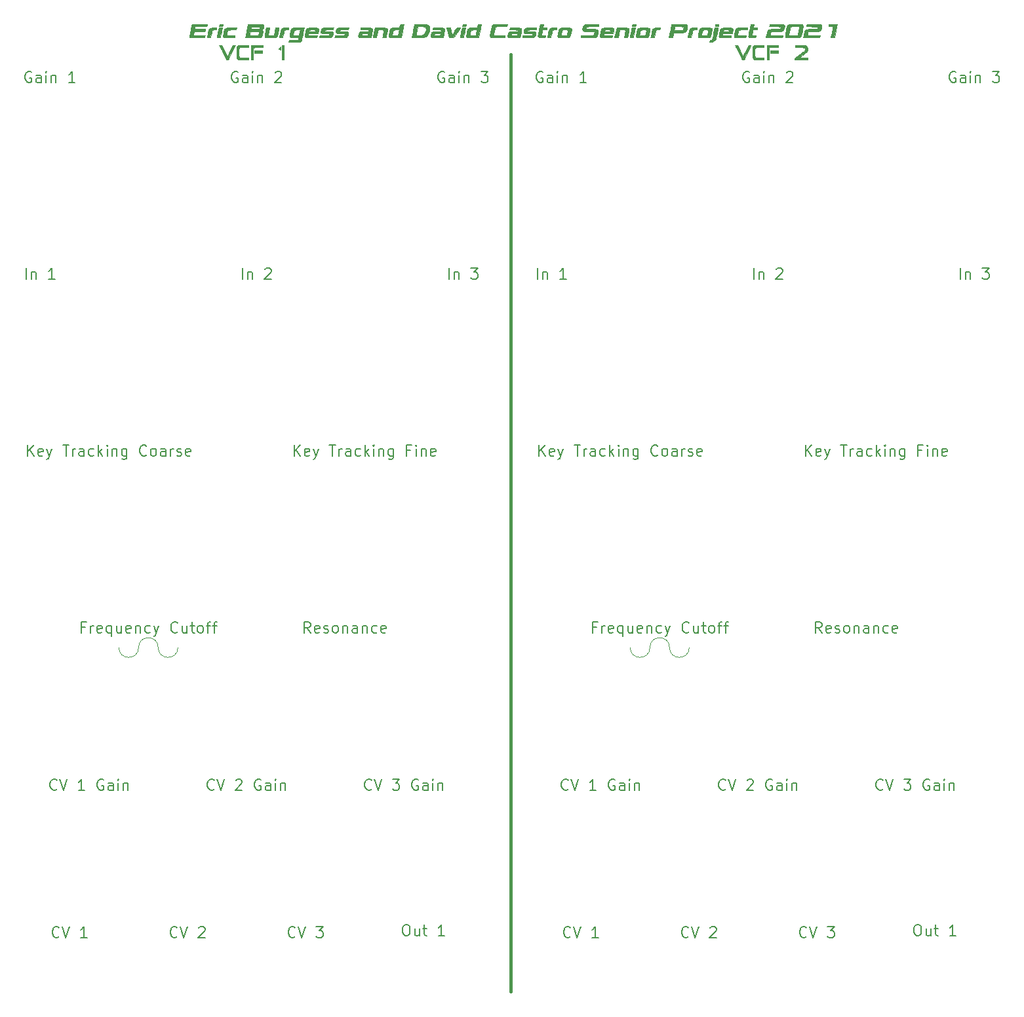
<source format=gto>
%TF.GenerationSoftware,KiCad,Pcbnew,(5.1.12)-1*%
%TF.CreationDate,2021-11-26T16:48:14-08:00*%
%TF.ProjectId,VCF Front Pannel,56434620-4672-46f6-9e74-2050616e6e65,rev?*%
%TF.SameCoordinates,Original*%
%TF.FileFunction,Legend,Top*%
%TF.FilePolarity,Positive*%
%FSLAX46Y46*%
G04 Gerber Fmt 4.6, Leading zero omitted, Abs format (unit mm)*
G04 Created by KiCad (PCBNEW (5.1.12)-1) date 2021-11-26 16:48:14*
%MOMM*%
%LPD*%
G01*
G04 APERTURE LIST*
%ADD10C,0.120000*%
%ADD11C,0.150000*%
%ADD12C,0.400000*%
%ADD13C,0.010000*%
G04 APERTURE END LIST*
D10*
X115570000Y-106680000D02*
G75*
G02*
X113030000Y-106680000I-1270000J0D01*
G01*
X115570000Y-106680000D02*
G75*
G02*
X118110000Y-106680000I1270000J0D01*
G01*
X120650000Y-106680000D02*
G75*
G02*
X118110000Y-106680000I-1270000J0D01*
G01*
D11*
X128976666Y-59053333D02*
X128976666Y-57653333D01*
X129643333Y-58120000D02*
X129643333Y-59053333D01*
X129643333Y-58253333D02*
X129710000Y-58186666D01*
X129843333Y-58120000D01*
X130043333Y-58120000D01*
X130176666Y-58186666D01*
X130243333Y-58320000D01*
X130243333Y-59053333D01*
X131910000Y-57786666D02*
X131976666Y-57720000D01*
X132110000Y-57653333D01*
X132443333Y-57653333D01*
X132576666Y-57720000D01*
X132643333Y-57786666D01*
X132710000Y-57920000D01*
X132710000Y-58053333D01*
X132643333Y-58253333D01*
X131843333Y-59053333D01*
X132710000Y-59053333D01*
X155046666Y-32320000D02*
X154913333Y-32253333D01*
X154713333Y-32253333D01*
X154513333Y-32320000D01*
X154380000Y-32453333D01*
X154313333Y-32586666D01*
X154246666Y-32853333D01*
X154246666Y-33053333D01*
X154313333Y-33320000D01*
X154380000Y-33453333D01*
X154513333Y-33586666D01*
X154713333Y-33653333D01*
X154846666Y-33653333D01*
X155046666Y-33586666D01*
X155113333Y-33520000D01*
X155113333Y-33053333D01*
X154846666Y-33053333D01*
X156313333Y-33653333D02*
X156313333Y-32920000D01*
X156246666Y-32786666D01*
X156113333Y-32720000D01*
X155846666Y-32720000D01*
X155713333Y-32786666D01*
X156313333Y-33586666D02*
X156180000Y-33653333D01*
X155846666Y-33653333D01*
X155713333Y-33586666D01*
X155646666Y-33453333D01*
X155646666Y-33320000D01*
X155713333Y-33186666D01*
X155846666Y-33120000D01*
X156180000Y-33120000D01*
X156313333Y-33053333D01*
X156980000Y-33653333D02*
X156980000Y-32720000D01*
X156980000Y-32253333D02*
X156913333Y-32320000D01*
X156980000Y-32386666D01*
X157046666Y-32320000D01*
X156980000Y-32253333D01*
X156980000Y-32386666D01*
X157646666Y-32720000D02*
X157646666Y-33653333D01*
X157646666Y-32853333D02*
X157713333Y-32786666D01*
X157846666Y-32720000D01*
X158046666Y-32720000D01*
X158180000Y-32786666D01*
X158246666Y-32920000D01*
X158246666Y-33653333D01*
X159846666Y-32253333D02*
X160713333Y-32253333D01*
X160246666Y-32786666D01*
X160446666Y-32786666D01*
X160580000Y-32853333D01*
X160646666Y-32920000D01*
X160713333Y-33053333D01*
X160713333Y-33386666D01*
X160646666Y-33520000D01*
X160580000Y-33586666D01*
X160446666Y-33653333D01*
X160046666Y-33653333D01*
X159913333Y-33586666D01*
X159846666Y-33520000D01*
X101706666Y-32320000D02*
X101573333Y-32253333D01*
X101373333Y-32253333D01*
X101173333Y-32320000D01*
X101040000Y-32453333D01*
X100973333Y-32586666D01*
X100906666Y-32853333D01*
X100906666Y-33053333D01*
X100973333Y-33320000D01*
X101040000Y-33453333D01*
X101173333Y-33586666D01*
X101373333Y-33653333D01*
X101506666Y-33653333D01*
X101706666Y-33586666D01*
X101773333Y-33520000D01*
X101773333Y-33053333D01*
X101506666Y-33053333D01*
X102973333Y-33653333D02*
X102973333Y-32920000D01*
X102906666Y-32786666D01*
X102773333Y-32720000D01*
X102506666Y-32720000D01*
X102373333Y-32786666D01*
X102973333Y-33586666D02*
X102840000Y-33653333D01*
X102506666Y-33653333D01*
X102373333Y-33586666D01*
X102306666Y-33453333D01*
X102306666Y-33320000D01*
X102373333Y-33186666D01*
X102506666Y-33120000D01*
X102840000Y-33120000D01*
X102973333Y-33053333D01*
X103640000Y-33653333D02*
X103640000Y-32720000D01*
X103640000Y-32253333D02*
X103573333Y-32320000D01*
X103640000Y-32386666D01*
X103706666Y-32320000D01*
X103640000Y-32253333D01*
X103640000Y-32386666D01*
X104306666Y-32720000D02*
X104306666Y-33653333D01*
X104306666Y-32853333D02*
X104373333Y-32786666D01*
X104506666Y-32720000D01*
X104706666Y-32720000D01*
X104840000Y-32786666D01*
X104906666Y-32920000D01*
X104906666Y-33653333D01*
X107373333Y-33653333D02*
X106573333Y-33653333D01*
X106973333Y-33653333D02*
X106973333Y-32253333D01*
X106840000Y-32453333D01*
X106706666Y-32586666D01*
X106573333Y-32653333D01*
X128376666Y-32320000D02*
X128243333Y-32253333D01*
X128043333Y-32253333D01*
X127843333Y-32320000D01*
X127710000Y-32453333D01*
X127643333Y-32586666D01*
X127576666Y-32853333D01*
X127576666Y-33053333D01*
X127643333Y-33320000D01*
X127710000Y-33453333D01*
X127843333Y-33586666D01*
X128043333Y-33653333D01*
X128176666Y-33653333D01*
X128376666Y-33586666D01*
X128443333Y-33520000D01*
X128443333Y-33053333D01*
X128176666Y-33053333D01*
X129643333Y-33653333D02*
X129643333Y-32920000D01*
X129576666Y-32786666D01*
X129443333Y-32720000D01*
X129176666Y-32720000D01*
X129043333Y-32786666D01*
X129643333Y-33586666D02*
X129510000Y-33653333D01*
X129176666Y-33653333D01*
X129043333Y-33586666D01*
X128976666Y-33453333D01*
X128976666Y-33320000D01*
X129043333Y-33186666D01*
X129176666Y-33120000D01*
X129510000Y-33120000D01*
X129643333Y-33053333D01*
X130310000Y-33653333D02*
X130310000Y-32720000D01*
X130310000Y-32253333D02*
X130243333Y-32320000D01*
X130310000Y-32386666D01*
X130376666Y-32320000D01*
X130310000Y-32253333D01*
X130310000Y-32386666D01*
X130976666Y-32720000D02*
X130976666Y-33653333D01*
X130976666Y-32853333D02*
X131043333Y-32786666D01*
X131176666Y-32720000D01*
X131376666Y-32720000D01*
X131510000Y-32786666D01*
X131576666Y-32920000D01*
X131576666Y-33653333D01*
X133243333Y-32386666D02*
X133310000Y-32320000D01*
X133443333Y-32253333D01*
X133776666Y-32253333D01*
X133910000Y-32320000D01*
X133976666Y-32386666D01*
X134043333Y-32520000D01*
X134043333Y-32653333D01*
X133976666Y-32853333D01*
X133176666Y-33653333D01*
X134043333Y-33653333D01*
X155646666Y-59053333D02*
X155646666Y-57653333D01*
X156313333Y-58120000D02*
X156313333Y-59053333D01*
X156313333Y-58253333D02*
X156380000Y-58186666D01*
X156513333Y-58120000D01*
X156713333Y-58120000D01*
X156846666Y-58186666D01*
X156913333Y-58320000D01*
X156913333Y-59053333D01*
X158513333Y-57653333D02*
X159380000Y-57653333D01*
X158913333Y-58186666D01*
X159113333Y-58186666D01*
X159246666Y-58253333D01*
X159313333Y-58320000D01*
X159380000Y-58453333D01*
X159380000Y-58786666D01*
X159313333Y-58920000D01*
X159246666Y-58986666D01*
X159113333Y-59053333D01*
X158713333Y-59053333D01*
X158580000Y-58986666D01*
X158513333Y-58920000D01*
X101036666Y-59053333D02*
X101036666Y-57653333D01*
X101703333Y-58120000D02*
X101703333Y-59053333D01*
X101703333Y-58253333D02*
X101770000Y-58186666D01*
X101903333Y-58120000D01*
X102103333Y-58120000D01*
X102236666Y-58186666D01*
X102303333Y-58320000D01*
X102303333Y-59053333D01*
X104770000Y-59053333D02*
X103970000Y-59053333D01*
X104370000Y-59053333D02*
X104370000Y-57653333D01*
X104236666Y-57853333D01*
X104103333Y-57986666D01*
X103970000Y-58053333D01*
X105020000Y-124960000D02*
X104953333Y-125026666D01*
X104753333Y-125093333D01*
X104620000Y-125093333D01*
X104420000Y-125026666D01*
X104286666Y-124893333D01*
X104220000Y-124760000D01*
X104153333Y-124493333D01*
X104153333Y-124293333D01*
X104220000Y-124026666D01*
X104286666Y-123893333D01*
X104420000Y-123760000D01*
X104620000Y-123693333D01*
X104753333Y-123693333D01*
X104953333Y-123760000D01*
X105020000Y-123826666D01*
X105420000Y-123693333D02*
X105886666Y-125093333D01*
X106353333Y-123693333D01*
X108620000Y-125093333D02*
X107820000Y-125093333D01*
X108220000Y-125093333D02*
X108220000Y-123693333D01*
X108086666Y-123893333D01*
X107953333Y-124026666D01*
X107820000Y-124093333D01*
X111020000Y-123760000D02*
X110886666Y-123693333D01*
X110686666Y-123693333D01*
X110486666Y-123760000D01*
X110353333Y-123893333D01*
X110286666Y-124026666D01*
X110220000Y-124293333D01*
X110220000Y-124493333D01*
X110286666Y-124760000D01*
X110353333Y-124893333D01*
X110486666Y-125026666D01*
X110686666Y-125093333D01*
X110820000Y-125093333D01*
X111020000Y-125026666D01*
X111086666Y-124960000D01*
X111086666Y-124493333D01*
X110820000Y-124493333D01*
X112286666Y-125093333D02*
X112286666Y-124360000D01*
X112220000Y-124226666D01*
X112086666Y-124160000D01*
X111820000Y-124160000D01*
X111686666Y-124226666D01*
X112286666Y-125026666D02*
X112153333Y-125093333D01*
X111820000Y-125093333D01*
X111686666Y-125026666D01*
X111620000Y-124893333D01*
X111620000Y-124760000D01*
X111686666Y-124626666D01*
X111820000Y-124560000D01*
X112153333Y-124560000D01*
X112286666Y-124493333D01*
X112953333Y-125093333D02*
X112953333Y-124160000D01*
X112953333Y-123693333D02*
X112886666Y-123760000D01*
X112953333Y-123826666D01*
X113020000Y-123760000D01*
X112953333Y-123693333D01*
X112953333Y-123826666D01*
X113620000Y-124160000D02*
X113620000Y-125093333D01*
X113620000Y-124293333D02*
X113686666Y-124226666D01*
X113820000Y-124160000D01*
X114020000Y-124160000D01*
X114153333Y-124226666D01*
X114220000Y-124360000D01*
X114220000Y-125093333D01*
X120553333Y-144010000D02*
X120486666Y-144076666D01*
X120286666Y-144143333D01*
X120153333Y-144143333D01*
X119953333Y-144076666D01*
X119820000Y-143943333D01*
X119753333Y-143810000D01*
X119686666Y-143543333D01*
X119686666Y-143343333D01*
X119753333Y-143076666D01*
X119820000Y-142943333D01*
X119953333Y-142810000D01*
X120153333Y-142743333D01*
X120286666Y-142743333D01*
X120486666Y-142810000D01*
X120553333Y-142876666D01*
X120953333Y-142743333D02*
X121420000Y-144143333D01*
X121886666Y-142743333D01*
X123353333Y-142876666D02*
X123420000Y-142810000D01*
X123553333Y-142743333D01*
X123886666Y-142743333D01*
X124020000Y-142810000D01*
X124086666Y-142876666D01*
X124153333Y-143010000D01*
X124153333Y-143143333D01*
X124086666Y-143343333D01*
X123286666Y-144143333D01*
X124153333Y-144143333D01*
X125340000Y-124960000D02*
X125273333Y-125026666D01*
X125073333Y-125093333D01*
X124940000Y-125093333D01*
X124740000Y-125026666D01*
X124606666Y-124893333D01*
X124540000Y-124760000D01*
X124473333Y-124493333D01*
X124473333Y-124293333D01*
X124540000Y-124026666D01*
X124606666Y-123893333D01*
X124740000Y-123760000D01*
X124940000Y-123693333D01*
X125073333Y-123693333D01*
X125273333Y-123760000D01*
X125340000Y-123826666D01*
X125740000Y-123693333D02*
X126206666Y-125093333D01*
X126673333Y-123693333D01*
X128140000Y-123826666D02*
X128206666Y-123760000D01*
X128340000Y-123693333D01*
X128673333Y-123693333D01*
X128806666Y-123760000D01*
X128873333Y-123826666D01*
X128940000Y-123960000D01*
X128940000Y-124093333D01*
X128873333Y-124293333D01*
X128073333Y-125093333D01*
X128940000Y-125093333D01*
X131340000Y-123760000D02*
X131206666Y-123693333D01*
X131006666Y-123693333D01*
X130806666Y-123760000D01*
X130673333Y-123893333D01*
X130606666Y-124026666D01*
X130540000Y-124293333D01*
X130540000Y-124493333D01*
X130606666Y-124760000D01*
X130673333Y-124893333D01*
X130806666Y-125026666D01*
X131006666Y-125093333D01*
X131140000Y-125093333D01*
X131340000Y-125026666D01*
X131406666Y-124960000D01*
X131406666Y-124493333D01*
X131140000Y-124493333D01*
X132606666Y-125093333D02*
X132606666Y-124360000D01*
X132540000Y-124226666D01*
X132406666Y-124160000D01*
X132140000Y-124160000D01*
X132006666Y-124226666D01*
X132606666Y-125026666D02*
X132473333Y-125093333D01*
X132140000Y-125093333D01*
X132006666Y-125026666D01*
X131940000Y-124893333D01*
X131940000Y-124760000D01*
X132006666Y-124626666D01*
X132140000Y-124560000D01*
X132473333Y-124560000D01*
X132606666Y-124493333D01*
X133273333Y-125093333D02*
X133273333Y-124160000D01*
X133273333Y-123693333D02*
X133206666Y-123760000D01*
X133273333Y-123826666D01*
X133340000Y-123760000D01*
X133273333Y-123693333D01*
X133273333Y-123826666D01*
X133940000Y-124160000D02*
X133940000Y-125093333D01*
X133940000Y-124293333D02*
X134006666Y-124226666D01*
X134140000Y-124160000D01*
X134340000Y-124160000D01*
X134473333Y-124226666D01*
X134540000Y-124360000D01*
X134540000Y-125093333D01*
X135793333Y-144010000D02*
X135726666Y-144076666D01*
X135526666Y-144143333D01*
X135393333Y-144143333D01*
X135193333Y-144076666D01*
X135060000Y-143943333D01*
X134993333Y-143810000D01*
X134926666Y-143543333D01*
X134926666Y-143343333D01*
X134993333Y-143076666D01*
X135060000Y-142943333D01*
X135193333Y-142810000D01*
X135393333Y-142743333D01*
X135526666Y-142743333D01*
X135726666Y-142810000D01*
X135793333Y-142876666D01*
X136193333Y-142743333D02*
X136660000Y-144143333D01*
X137126666Y-142743333D01*
X138526666Y-142743333D02*
X139393333Y-142743333D01*
X138926666Y-143276666D01*
X139126666Y-143276666D01*
X139260000Y-143343333D01*
X139326666Y-143410000D01*
X139393333Y-143543333D01*
X139393333Y-143876666D01*
X139326666Y-144010000D01*
X139260000Y-144076666D01*
X139126666Y-144143333D01*
X138726666Y-144143333D01*
X138593333Y-144076666D01*
X138526666Y-144010000D01*
X135680000Y-81913333D02*
X135680000Y-80513333D01*
X136480000Y-81913333D02*
X135880000Y-81113333D01*
X136480000Y-80513333D02*
X135680000Y-81313333D01*
X137613333Y-81846666D02*
X137480000Y-81913333D01*
X137213333Y-81913333D01*
X137080000Y-81846666D01*
X137013333Y-81713333D01*
X137013333Y-81180000D01*
X137080000Y-81046666D01*
X137213333Y-80980000D01*
X137480000Y-80980000D01*
X137613333Y-81046666D01*
X137680000Y-81180000D01*
X137680000Y-81313333D01*
X137013333Y-81446666D01*
X138146666Y-80980000D02*
X138480000Y-81913333D01*
X138813333Y-80980000D02*
X138480000Y-81913333D01*
X138346666Y-82246666D01*
X138280000Y-82313333D01*
X138146666Y-82380000D01*
X140213333Y-80513333D02*
X141013333Y-80513333D01*
X140613333Y-81913333D02*
X140613333Y-80513333D01*
X141480000Y-81913333D02*
X141480000Y-80980000D01*
X141480000Y-81246666D02*
X141546666Y-81113333D01*
X141613333Y-81046666D01*
X141746666Y-80980000D01*
X141880000Y-80980000D01*
X142946666Y-81913333D02*
X142946666Y-81180000D01*
X142880000Y-81046666D01*
X142746666Y-80980000D01*
X142480000Y-80980000D01*
X142346666Y-81046666D01*
X142946666Y-81846666D02*
X142813333Y-81913333D01*
X142480000Y-81913333D01*
X142346666Y-81846666D01*
X142280000Y-81713333D01*
X142280000Y-81580000D01*
X142346666Y-81446666D01*
X142480000Y-81380000D01*
X142813333Y-81380000D01*
X142946666Y-81313333D01*
X144213333Y-81846666D02*
X144080000Y-81913333D01*
X143813333Y-81913333D01*
X143680000Y-81846666D01*
X143613333Y-81780000D01*
X143546666Y-81646666D01*
X143546666Y-81246666D01*
X143613333Y-81113333D01*
X143680000Y-81046666D01*
X143813333Y-80980000D01*
X144080000Y-80980000D01*
X144213333Y-81046666D01*
X144813333Y-81913333D02*
X144813333Y-80513333D01*
X144946666Y-81380000D02*
X145346666Y-81913333D01*
X145346666Y-80980000D02*
X144813333Y-81513333D01*
X145946666Y-81913333D02*
X145946666Y-80980000D01*
X145946666Y-80513333D02*
X145880000Y-80580000D01*
X145946666Y-80646666D01*
X146013333Y-80580000D01*
X145946666Y-80513333D01*
X145946666Y-80646666D01*
X146613333Y-80980000D02*
X146613333Y-81913333D01*
X146613333Y-81113333D02*
X146680000Y-81046666D01*
X146813333Y-80980000D01*
X147013333Y-80980000D01*
X147146666Y-81046666D01*
X147213333Y-81180000D01*
X147213333Y-81913333D01*
X148480000Y-80980000D02*
X148480000Y-82113333D01*
X148413333Y-82246666D01*
X148346666Y-82313333D01*
X148213333Y-82380000D01*
X148013333Y-82380000D01*
X147880000Y-82313333D01*
X148480000Y-81846666D02*
X148346666Y-81913333D01*
X148080000Y-81913333D01*
X147946666Y-81846666D01*
X147880000Y-81780000D01*
X147813333Y-81646666D01*
X147813333Y-81246666D01*
X147880000Y-81113333D01*
X147946666Y-81046666D01*
X148080000Y-80980000D01*
X148346666Y-80980000D01*
X148480000Y-81046666D01*
X150680000Y-81180000D02*
X150213333Y-81180000D01*
X150213333Y-81913333D02*
X150213333Y-80513333D01*
X150880000Y-80513333D01*
X151413333Y-81913333D02*
X151413333Y-80980000D01*
X151413333Y-80513333D02*
X151346666Y-80580000D01*
X151413333Y-80646666D01*
X151480000Y-80580000D01*
X151413333Y-80513333D01*
X151413333Y-80646666D01*
X152080000Y-80980000D02*
X152080000Y-81913333D01*
X152080000Y-81113333D02*
X152146666Y-81046666D01*
X152280000Y-80980000D01*
X152480000Y-80980000D01*
X152613333Y-81046666D01*
X152680000Y-81180000D01*
X152680000Y-81913333D01*
X153880000Y-81846666D02*
X153746666Y-81913333D01*
X153480000Y-81913333D01*
X153346666Y-81846666D01*
X153280000Y-81713333D01*
X153280000Y-81180000D01*
X153346666Y-81046666D01*
X153480000Y-80980000D01*
X153746666Y-80980000D01*
X153880000Y-81046666D01*
X153946666Y-81180000D01*
X153946666Y-81313333D01*
X153280000Y-81446666D01*
X145660000Y-124960000D02*
X145593333Y-125026666D01*
X145393333Y-125093333D01*
X145260000Y-125093333D01*
X145060000Y-125026666D01*
X144926666Y-124893333D01*
X144860000Y-124760000D01*
X144793333Y-124493333D01*
X144793333Y-124293333D01*
X144860000Y-124026666D01*
X144926666Y-123893333D01*
X145060000Y-123760000D01*
X145260000Y-123693333D01*
X145393333Y-123693333D01*
X145593333Y-123760000D01*
X145660000Y-123826666D01*
X146060000Y-123693333D02*
X146526666Y-125093333D01*
X146993333Y-123693333D01*
X148393333Y-123693333D02*
X149260000Y-123693333D01*
X148793333Y-124226666D01*
X148993333Y-124226666D01*
X149126666Y-124293333D01*
X149193333Y-124360000D01*
X149260000Y-124493333D01*
X149260000Y-124826666D01*
X149193333Y-124960000D01*
X149126666Y-125026666D01*
X148993333Y-125093333D01*
X148593333Y-125093333D01*
X148460000Y-125026666D01*
X148393333Y-124960000D01*
X151660000Y-123760000D02*
X151526666Y-123693333D01*
X151326666Y-123693333D01*
X151126666Y-123760000D01*
X150993333Y-123893333D01*
X150926666Y-124026666D01*
X150860000Y-124293333D01*
X150860000Y-124493333D01*
X150926666Y-124760000D01*
X150993333Y-124893333D01*
X151126666Y-125026666D01*
X151326666Y-125093333D01*
X151460000Y-125093333D01*
X151660000Y-125026666D01*
X151726666Y-124960000D01*
X151726666Y-124493333D01*
X151460000Y-124493333D01*
X152926666Y-125093333D02*
X152926666Y-124360000D01*
X152860000Y-124226666D01*
X152726666Y-124160000D01*
X152460000Y-124160000D01*
X152326666Y-124226666D01*
X152926666Y-125026666D02*
X152793333Y-125093333D01*
X152460000Y-125093333D01*
X152326666Y-125026666D01*
X152260000Y-124893333D01*
X152260000Y-124760000D01*
X152326666Y-124626666D01*
X152460000Y-124560000D01*
X152793333Y-124560000D01*
X152926666Y-124493333D01*
X153593333Y-125093333D02*
X153593333Y-124160000D01*
X153593333Y-123693333D02*
X153526666Y-123760000D01*
X153593333Y-123826666D01*
X153660000Y-123760000D01*
X153593333Y-123693333D01*
X153593333Y-123826666D01*
X154260000Y-124160000D02*
X154260000Y-125093333D01*
X154260000Y-124293333D02*
X154326666Y-124226666D01*
X154460000Y-124160000D01*
X154660000Y-124160000D01*
X154793333Y-124226666D01*
X154860000Y-124360000D01*
X154860000Y-125093333D01*
X101260000Y-81913333D02*
X101260000Y-80513333D01*
X102060000Y-81913333D02*
X101460000Y-81113333D01*
X102060000Y-80513333D02*
X101260000Y-81313333D01*
X103193333Y-81846666D02*
X103060000Y-81913333D01*
X102793333Y-81913333D01*
X102660000Y-81846666D01*
X102593333Y-81713333D01*
X102593333Y-81180000D01*
X102660000Y-81046666D01*
X102793333Y-80980000D01*
X103060000Y-80980000D01*
X103193333Y-81046666D01*
X103260000Y-81180000D01*
X103260000Y-81313333D01*
X102593333Y-81446666D01*
X103726666Y-80980000D02*
X104060000Y-81913333D01*
X104393333Y-80980000D02*
X104060000Y-81913333D01*
X103926666Y-82246666D01*
X103860000Y-82313333D01*
X103726666Y-82380000D01*
X105793333Y-80513333D02*
X106593333Y-80513333D01*
X106193333Y-81913333D02*
X106193333Y-80513333D01*
X107060000Y-81913333D02*
X107060000Y-80980000D01*
X107060000Y-81246666D02*
X107126666Y-81113333D01*
X107193333Y-81046666D01*
X107326666Y-80980000D01*
X107460000Y-80980000D01*
X108526666Y-81913333D02*
X108526666Y-81180000D01*
X108460000Y-81046666D01*
X108326666Y-80980000D01*
X108060000Y-80980000D01*
X107926666Y-81046666D01*
X108526666Y-81846666D02*
X108393333Y-81913333D01*
X108060000Y-81913333D01*
X107926666Y-81846666D01*
X107860000Y-81713333D01*
X107860000Y-81580000D01*
X107926666Y-81446666D01*
X108060000Y-81380000D01*
X108393333Y-81380000D01*
X108526666Y-81313333D01*
X109793333Y-81846666D02*
X109660000Y-81913333D01*
X109393333Y-81913333D01*
X109260000Y-81846666D01*
X109193333Y-81780000D01*
X109126666Y-81646666D01*
X109126666Y-81246666D01*
X109193333Y-81113333D01*
X109260000Y-81046666D01*
X109393333Y-80980000D01*
X109660000Y-80980000D01*
X109793333Y-81046666D01*
X110393333Y-81913333D02*
X110393333Y-80513333D01*
X110526666Y-81380000D02*
X110926666Y-81913333D01*
X110926666Y-80980000D02*
X110393333Y-81513333D01*
X111526666Y-81913333D02*
X111526666Y-80980000D01*
X111526666Y-80513333D02*
X111460000Y-80580000D01*
X111526666Y-80646666D01*
X111593333Y-80580000D01*
X111526666Y-80513333D01*
X111526666Y-80646666D01*
X112193333Y-80980000D02*
X112193333Y-81913333D01*
X112193333Y-81113333D02*
X112260000Y-81046666D01*
X112393333Y-80980000D01*
X112593333Y-80980000D01*
X112726666Y-81046666D01*
X112793333Y-81180000D01*
X112793333Y-81913333D01*
X114060000Y-80980000D02*
X114060000Y-82113333D01*
X113993333Y-82246666D01*
X113926666Y-82313333D01*
X113793333Y-82380000D01*
X113593333Y-82380000D01*
X113460000Y-82313333D01*
X114060000Y-81846666D02*
X113926666Y-81913333D01*
X113660000Y-81913333D01*
X113526666Y-81846666D01*
X113460000Y-81780000D01*
X113393333Y-81646666D01*
X113393333Y-81246666D01*
X113460000Y-81113333D01*
X113526666Y-81046666D01*
X113660000Y-80980000D01*
X113926666Y-80980000D01*
X114060000Y-81046666D01*
X116593333Y-81780000D02*
X116526666Y-81846666D01*
X116326666Y-81913333D01*
X116193333Y-81913333D01*
X115993333Y-81846666D01*
X115860000Y-81713333D01*
X115793333Y-81580000D01*
X115726666Y-81313333D01*
X115726666Y-81113333D01*
X115793333Y-80846666D01*
X115860000Y-80713333D01*
X115993333Y-80580000D01*
X116193333Y-80513333D01*
X116326666Y-80513333D01*
X116526666Y-80580000D01*
X116593333Y-80646666D01*
X117393333Y-81913333D02*
X117260000Y-81846666D01*
X117193333Y-81780000D01*
X117126666Y-81646666D01*
X117126666Y-81246666D01*
X117193333Y-81113333D01*
X117260000Y-81046666D01*
X117393333Y-80980000D01*
X117593333Y-80980000D01*
X117726666Y-81046666D01*
X117793333Y-81113333D01*
X117860000Y-81246666D01*
X117860000Y-81646666D01*
X117793333Y-81780000D01*
X117726666Y-81846666D01*
X117593333Y-81913333D01*
X117393333Y-81913333D01*
X119060000Y-81913333D02*
X119060000Y-81180000D01*
X118993333Y-81046666D01*
X118860000Y-80980000D01*
X118593333Y-80980000D01*
X118460000Y-81046666D01*
X119060000Y-81846666D02*
X118926666Y-81913333D01*
X118593333Y-81913333D01*
X118460000Y-81846666D01*
X118393333Y-81713333D01*
X118393333Y-81580000D01*
X118460000Y-81446666D01*
X118593333Y-81380000D01*
X118926666Y-81380000D01*
X119060000Y-81313333D01*
X119726666Y-81913333D02*
X119726666Y-80980000D01*
X119726666Y-81246666D02*
X119793333Y-81113333D01*
X119860000Y-81046666D01*
X119993333Y-80980000D01*
X120126666Y-80980000D01*
X120526666Y-81846666D02*
X120660000Y-81913333D01*
X120926666Y-81913333D01*
X121060000Y-81846666D01*
X121126666Y-81713333D01*
X121126666Y-81646666D01*
X121060000Y-81513333D01*
X120926666Y-81446666D01*
X120726666Y-81446666D01*
X120593333Y-81380000D01*
X120526666Y-81246666D01*
X120526666Y-81180000D01*
X120593333Y-81046666D01*
X120726666Y-80980000D01*
X120926666Y-80980000D01*
X121060000Y-81046666D01*
X122260000Y-81846666D02*
X122126666Y-81913333D01*
X121860000Y-81913333D01*
X121726666Y-81846666D01*
X121660000Y-81713333D01*
X121660000Y-81180000D01*
X121726666Y-81046666D01*
X121860000Y-80980000D01*
X122126666Y-80980000D01*
X122260000Y-81046666D01*
X122326666Y-81180000D01*
X122326666Y-81313333D01*
X121660000Y-81446666D01*
X150033333Y-142489333D02*
X150300000Y-142489333D01*
X150433333Y-142556000D01*
X150566666Y-142689333D01*
X150633333Y-142956000D01*
X150633333Y-143422666D01*
X150566666Y-143689333D01*
X150433333Y-143822666D01*
X150300000Y-143889333D01*
X150033333Y-143889333D01*
X149900000Y-143822666D01*
X149766666Y-143689333D01*
X149700000Y-143422666D01*
X149700000Y-142956000D01*
X149766666Y-142689333D01*
X149900000Y-142556000D01*
X150033333Y-142489333D01*
X151833333Y-142956000D02*
X151833333Y-143889333D01*
X151233333Y-142956000D02*
X151233333Y-143689333D01*
X151300000Y-143822666D01*
X151433333Y-143889333D01*
X151633333Y-143889333D01*
X151766666Y-143822666D01*
X151833333Y-143756000D01*
X152300000Y-142956000D02*
X152833333Y-142956000D01*
X152500000Y-142489333D02*
X152500000Y-143689333D01*
X152566666Y-143822666D01*
X152700000Y-143889333D01*
X152833333Y-143889333D01*
X155100000Y-143889333D02*
X154300000Y-143889333D01*
X154700000Y-143889333D02*
X154700000Y-142489333D01*
X154566666Y-142689333D01*
X154433333Y-142822666D01*
X154300000Y-142889333D01*
X105313333Y-144010000D02*
X105246666Y-144076666D01*
X105046666Y-144143333D01*
X104913333Y-144143333D01*
X104713333Y-144076666D01*
X104580000Y-143943333D01*
X104513333Y-143810000D01*
X104446666Y-143543333D01*
X104446666Y-143343333D01*
X104513333Y-143076666D01*
X104580000Y-142943333D01*
X104713333Y-142810000D01*
X104913333Y-142743333D01*
X105046666Y-142743333D01*
X105246666Y-142810000D01*
X105313333Y-142876666D01*
X105713333Y-142743333D02*
X106180000Y-144143333D01*
X106646666Y-142743333D01*
X108913333Y-144143333D02*
X108113333Y-144143333D01*
X108513333Y-144143333D02*
X108513333Y-142743333D01*
X108380000Y-142943333D01*
X108246666Y-143076666D01*
X108113333Y-143143333D01*
X108673333Y-104040000D02*
X108206666Y-104040000D01*
X108206666Y-104773333D02*
X108206666Y-103373333D01*
X108873333Y-103373333D01*
X109406666Y-104773333D02*
X109406666Y-103840000D01*
X109406666Y-104106666D02*
X109473333Y-103973333D01*
X109540000Y-103906666D01*
X109673333Y-103840000D01*
X109806666Y-103840000D01*
X110806666Y-104706666D02*
X110673333Y-104773333D01*
X110406666Y-104773333D01*
X110273333Y-104706666D01*
X110206666Y-104573333D01*
X110206666Y-104040000D01*
X110273333Y-103906666D01*
X110406666Y-103840000D01*
X110673333Y-103840000D01*
X110806666Y-103906666D01*
X110873333Y-104040000D01*
X110873333Y-104173333D01*
X110206666Y-104306666D01*
X112073333Y-103840000D02*
X112073333Y-105240000D01*
X112073333Y-104706666D02*
X111940000Y-104773333D01*
X111673333Y-104773333D01*
X111540000Y-104706666D01*
X111473333Y-104640000D01*
X111406666Y-104506666D01*
X111406666Y-104106666D01*
X111473333Y-103973333D01*
X111540000Y-103906666D01*
X111673333Y-103840000D01*
X111940000Y-103840000D01*
X112073333Y-103906666D01*
X113340000Y-103840000D02*
X113340000Y-104773333D01*
X112740000Y-103840000D02*
X112740000Y-104573333D01*
X112806666Y-104706666D01*
X112940000Y-104773333D01*
X113140000Y-104773333D01*
X113273333Y-104706666D01*
X113340000Y-104640000D01*
X114540000Y-104706666D02*
X114406666Y-104773333D01*
X114140000Y-104773333D01*
X114006666Y-104706666D01*
X113940000Y-104573333D01*
X113940000Y-104040000D01*
X114006666Y-103906666D01*
X114140000Y-103840000D01*
X114406666Y-103840000D01*
X114540000Y-103906666D01*
X114606666Y-104040000D01*
X114606666Y-104173333D01*
X113940000Y-104306666D01*
X115206666Y-103840000D02*
X115206666Y-104773333D01*
X115206666Y-103973333D02*
X115273333Y-103906666D01*
X115406666Y-103840000D01*
X115606666Y-103840000D01*
X115740000Y-103906666D01*
X115806666Y-104040000D01*
X115806666Y-104773333D01*
X117073333Y-104706666D02*
X116940000Y-104773333D01*
X116673333Y-104773333D01*
X116540000Y-104706666D01*
X116473333Y-104640000D01*
X116406666Y-104506666D01*
X116406666Y-104106666D01*
X116473333Y-103973333D01*
X116540000Y-103906666D01*
X116673333Y-103840000D01*
X116940000Y-103840000D01*
X117073333Y-103906666D01*
X117540000Y-103840000D02*
X117873333Y-104773333D01*
X118206666Y-103840000D02*
X117873333Y-104773333D01*
X117740000Y-105106666D01*
X117673333Y-105173333D01*
X117540000Y-105240000D01*
X120606666Y-104640000D02*
X120540000Y-104706666D01*
X120340000Y-104773333D01*
X120206666Y-104773333D01*
X120006666Y-104706666D01*
X119873333Y-104573333D01*
X119806666Y-104440000D01*
X119740000Y-104173333D01*
X119740000Y-103973333D01*
X119806666Y-103706666D01*
X119873333Y-103573333D01*
X120006666Y-103440000D01*
X120206666Y-103373333D01*
X120340000Y-103373333D01*
X120540000Y-103440000D01*
X120606666Y-103506666D01*
X121806666Y-103840000D02*
X121806666Y-104773333D01*
X121206666Y-103840000D02*
X121206666Y-104573333D01*
X121273333Y-104706666D01*
X121406666Y-104773333D01*
X121606666Y-104773333D01*
X121740000Y-104706666D01*
X121806666Y-104640000D01*
X122273333Y-103840000D02*
X122806666Y-103840000D01*
X122473333Y-103373333D02*
X122473333Y-104573333D01*
X122540000Y-104706666D01*
X122673333Y-104773333D01*
X122806666Y-104773333D01*
X123473333Y-104773333D02*
X123340000Y-104706666D01*
X123273333Y-104640000D01*
X123206666Y-104506666D01*
X123206666Y-104106666D01*
X123273333Y-103973333D01*
X123340000Y-103906666D01*
X123473333Y-103840000D01*
X123673333Y-103840000D01*
X123806666Y-103906666D01*
X123873333Y-103973333D01*
X123940000Y-104106666D01*
X123940000Y-104506666D01*
X123873333Y-104640000D01*
X123806666Y-104706666D01*
X123673333Y-104773333D01*
X123473333Y-104773333D01*
X124340000Y-103840000D02*
X124873333Y-103840000D01*
X124540000Y-104773333D02*
X124540000Y-103573333D01*
X124606666Y-103440000D01*
X124740000Y-103373333D01*
X124873333Y-103373333D01*
X125139999Y-103840000D02*
X125673333Y-103840000D01*
X125339999Y-104773333D02*
X125339999Y-103573333D01*
X125406666Y-103440000D01*
X125539999Y-103373333D01*
X125673333Y-103373333D01*
X137773333Y-104773333D02*
X137306666Y-104106666D01*
X136973333Y-104773333D02*
X136973333Y-103373333D01*
X137506666Y-103373333D01*
X137640000Y-103440000D01*
X137706666Y-103506666D01*
X137773333Y-103640000D01*
X137773333Y-103840000D01*
X137706666Y-103973333D01*
X137640000Y-104040000D01*
X137506666Y-104106666D01*
X136973333Y-104106666D01*
X138906666Y-104706666D02*
X138773333Y-104773333D01*
X138506666Y-104773333D01*
X138373333Y-104706666D01*
X138306666Y-104573333D01*
X138306666Y-104040000D01*
X138373333Y-103906666D01*
X138506666Y-103840000D01*
X138773333Y-103840000D01*
X138906666Y-103906666D01*
X138973333Y-104040000D01*
X138973333Y-104173333D01*
X138306666Y-104306666D01*
X139506666Y-104706666D02*
X139640000Y-104773333D01*
X139906666Y-104773333D01*
X140040000Y-104706666D01*
X140106666Y-104573333D01*
X140106666Y-104506666D01*
X140040000Y-104373333D01*
X139906666Y-104306666D01*
X139706666Y-104306666D01*
X139573333Y-104240000D01*
X139506666Y-104106666D01*
X139506666Y-104040000D01*
X139573333Y-103906666D01*
X139706666Y-103840000D01*
X139906666Y-103840000D01*
X140040000Y-103906666D01*
X140906666Y-104773333D02*
X140773333Y-104706666D01*
X140706666Y-104640000D01*
X140640000Y-104506666D01*
X140640000Y-104106666D01*
X140706666Y-103973333D01*
X140773333Y-103906666D01*
X140906666Y-103840000D01*
X141106666Y-103840000D01*
X141240000Y-103906666D01*
X141306666Y-103973333D01*
X141373333Y-104106666D01*
X141373333Y-104506666D01*
X141306666Y-104640000D01*
X141240000Y-104706666D01*
X141106666Y-104773333D01*
X140906666Y-104773333D01*
X141973333Y-103840000D02*
X141973333Y-104773333D01*
X141973333Y-103973333D02*
X142040000Y-103906666D01*
X142173333Y-103840000D01*
X142373333Y-103840000D01*
X142506666Y-103906666D01*
X142573333Y-104040000D01*
X142573333Y-104773333D01*
X143840000Y-104773333D02*
X143840000Y-104040000D01*
X143773333Y-103906666D01*
X143640000Y-103840000D01*
X143373333Y-103840000D01*
X143240000Y-103906666D01*
X143840000Y-104706666D02*
X143706666Y-104773333D01*
X143373333Y-104773333D01*
X143240000Y-104706666D01*
X143173333Y-104573333D01*
X143173333Y-104440000D01*
X143240000Y-104306666D01*
X143373333Y-104240000D01*
X143706666Y-104240000D01*
X143840000Y-104173333D01*
X144506666Y-103840000D02*
X144506666Y-104773333D01*
X144506666Y-103973333D02*
X144573333Y-103906666D01*
X144706666Y-103840000D01*
X144906666Y-103840000D01*
X145040000Y-103906666D01*
X145106666Y-104040000D01*
X145106666Y-104773333D01*
X146373333Y-104706666D02*
X146240000Y-104773333D01*
X145973333Y-104773333D01*
X145840000Y-104706666D01*
X145773333Y-104640000D01*
X145706666Y-104506666D01*
X145706666Y-104106666D01*
X145773333Y-103973333D01*
X145840000Y-103906666D01*
X145973333Y-103840000D01*
X146240000Y-103840000D01*
X146373333Y-103906666D01*
X147506666Y-104706666D02*
X147373333Y-104773333D01*
X147106666Y-104773333D01*
X146973333Y-104706666D01*
X146906666Y-104573333D01*
X146906666Y-104040000D01*
X146973333Y-103906666D01*
X147106666Y-103840000D01*
X147373333Y-103840000D01*
X147506666Y-103906666D01*
X147573333Y-104040000D01*
X147573333Y-104173333D01*
X146906666Y-104306666D01*
X89006666Y-32320000D02*
X88873333Y-32253333D01*
X88673333Y-32253333D01*
X88473333Y-32320000D01*
X88340000Y-32453333D01*
X88273333Y-32586666D01*
X88206666Y-32853333D01*
X88206666Y-33053333D01*
X88273333Y-33320000D01*
X88340000Y-33453333D01*
X88473333Y-33586666D01*
X88673333Y-33653333D01*
X88806666Y-33653333D01*
X89006666Y-33586666D01*
X89073333Y-33520000D01*
X89073333Y-33053333D01*
X88806666Y-33053333D01*
X90273333Y-33653333D02*
X90273333Y-32920000D01*
X90206666Y-32786666D01*
X90073333Y-32720000D01*
X89806666Y-32720000D01*
X89673333Y-32786666D01*
X90273333Y-33586666D02*
X90140000Y-33653333D01*
X89806666Y-33653333D01*
X89673333Y-33586666D01*
X89606666Y-33453333D01*
X89606666Y-33320000D01*
X89673333Y-33186666D01*
X89806666Y-33120000D01*
X90140000Y-33120000D01*
X90273333Y-33053333D01*
X90940000Y-33653333D02*
X90940000Y-32720000D01*
X90940000Y-32253333D02*
X90873333Y-32320000D01*
X90940000Y-32386666D01*
X91006666Y-32320000D01*
X90940000Y-32253333D01*
X90940000Y-32386666D01*
X91606666Y-32720000D02*
X91606666Y-33653333D01*
X91606666Y-32853333D02*
X91673333Y-32786666D01*
X91806666Y-32720000D01*
X92006666Y-32720000D01*
X92140000Y-32786666D01*
X92206666Y-32920000D01*
X92206666Y-33653333D01*
X93806666Y-32253333D02*
X94673333Y-32253333D01*
X94206666Y-32786666D01*
X94406666Y-32786666D01*
X94540000Y-32853333D01*
X94606666Y-32920000D01*
X94673333Y-33053333D01*
X94673333Y-33386666D01*
X94606666Y-33520000D01*
X94540000Y-33586666D01*
X94406666Y-33653333D01*
X94006666Y-33653333D01*
X93873333Y-33586666D01*
X93806666Y-33520000D01*
X62336666Y-32320000D02*
X62203333Y-32253333D01*
X62003333Y-32253333D01*
X61803333Y-32320000D01*
X61670000Y-32453333D01*
X61603333Y-32586666D01*
X61536666Y-32853333D01*
X61536666Y-33053333D01*
X61603333Y-33320000D01*
X61670000Y-33453333D01*
X61803333Y-33586666D01*
X62003333Y-33653333D01*
X62136666Y-33653333D01*
X62336666Y-33586666D01*
X62403333Y-33520000D01*
X62403333Y-33053333D01*
X62136666Y-33053333D01*
X63603333Y-33653333D02*
X63603333Y-32920000D01*
X63536666Y-32786666D01*
X63403333Y-32720000D01*
X63136666Y-32720000D01*
X63003333Y-32786666D01*
X63603333Y-33586666D02*
X63470000Y-33653333D01*
X63136666Y-33653333D01*
X63003333Y-33586666D01*
X62936666Y-33453333D01*
X62936666Y-33320000D01*
X63003333Y-33186666D01*
X63136666Y-33120000D01*
X63470000Y-33120000D01*
X63603333Y-33053333D01*
X64270000Y-33653333D02*
X64270000Y-32720000D01*
X64270000Y-32253333D02*
X64203333Y-32320000D01*
X64270000Y-32386666D01*
X64336666Y-32320000D01*
X64270000Y-32253333D01*
X64270000Y-32386666D01*
X64936666Y-32720000D02*
X64936666Y-33653333D01*
X64936666Y-32853333D02*
X65003333Y-32786666D01*
X65136666Y-32720000D01*
X65336666Y-32720000D01*
X65470000Y-32786666D01*
X65536666Y-32920000D01*
X65536666Y-33653333D01*
X67203333Y-32386666D02*
X67270000Y-32320000D01*
X67403333Y-32253333D01*
X67736666Y-32253333D01*
X67870000Y-32320000D01*
X67936666Y-32386666D01*
X68003333Y-32520000D01*
X68003333Y-32653333D01*
X67936666Y-32853333D01*
X67136666Y-33653333D01*
X68003333Y-33653333D01*
X35666666Y-32320000D02*
X35533333Y-32253333D01*
X35333333Y-32253333D01*
X35133333Y-32320000D01*
X35000000Y-32453333D01*
X34933333Y-32586666D01*
X34866666Y-32853333D01*
X34866666Y-33053333D01*
X34933333Y-33320000D01*
X35000000Y-33453333D01*
X35133333Y-33586666D01*
X35333333Y-33653333D01*
X35466666Y-33653333D01*
X35666666Y-33586666D01*
X35733333Y-33520000D01*
X35733333Y-33053333D01*
X35466666Y-33053333D01*
X36933333Y-33653333D02*
X36933333Y-32920000D01*
X36866666Y-32786666D01*
X36733333Y-32720000D01*
X36466666Y-32720000D01*
X36333333Y-32786666D01*
X36933333Y-33586666D02*
X36800000Y-33653333D01*
X36466666Y-33653333D01*
X36333333Y-33586666D01*
X36266666Y-33453333D01*
X36266666Y-33320000D01*
X36333333Y-33186666D01*
X36466666Y-33120000D01*
X36800000Y-33120000D01*
X36933333Y-33053333D01*
X37600000Y-33653333D02*
X37600000Y-32720000D01*
X37600000Y-32253333D02*
X37533333Y-32320000D01*
X37600000Y-32386666D01*
X37666666Y-32320000D01*
X37600000Y-32253333D01*
X37600000Y-32386666D01*
X38266666Y-32720000D02*
X38266666Y-33653333D01*
X38266666Y-32853333D02*
X38333333Y-32786666D01*
X38466666Y-32720000D01*
X38666666Y-32720000D01*
X38800000Y-32786666D01*
X38866666Y-32920000D01*
X38866666Y-33653333D01*
X41333333Y-33653333D02*
X40533333Y-33653333D01*
X40933333Y-33653333D02*
X40933333Y-32253333D01*
X40800000Y-32453333D01*
X40666666Y-32586666D01*
X40533333Y-32653333D01*
X89606666Y-59053333D02*
X89606666Y-57653333D01*
X90273333Y-58120000D02*
X90273333Y-59053333D01*
X90273333Y-58253333D02*
X90340000Y-58186666D01*
X90473333Y-58120000D01*
X90673333Y-58120000D01*
X90806666Y-58186666D01*
X90873333Y-58320000D01*
X90873333Y-59053333D01*
X92473333Y-57653333D02*
X93340000Y-57653333D01*
X92873333Y-58186666D01*
X93073333Y-58186666D01*
X93206666Y-58253333D01*
X93273333Y-58320000D01*
X93340000Y-58453333D01*
X93340000Y-58786666D01*
X93273333Y-58920000D01*
X93206666Y-58986666D01*
X93073333Y-59053333D01*
X92673333Y-59053333D01*
X92540000Y-58986666D01*
X92473333Y-58920000D01*
X62936666Y-59053333D02*
X62936666Y-57653333D01*
X63603333Y-58120000D02*
X63603333Y-59053333D01*
X63603333Y-58253333D02*
X63670000Y-58186666D01*
X63803333Y-58120000D01*
X64003333Y-58120000D01*
X64136666Y-58186666D01*
X64203333Y-58320000D01*
X64203333Y-59053333D01*
X65870000Y-57786666D02*
X65936666Y-57720000D01*
X66070000Y-57653333D01*
X66403333Y-57653333D01*
X66536666Y-57720000D01*
X66603333Y-57786666D01*
X66670000Y-57920000D01*
X66670000Y-58053333D01*
X66603333Y-58253333D01*
X65803333Y-59053333D01*
X66670000Y-59053333D01*
X59300000Y-124960000D02*
X59233333Y-125026666D01*
X59033333Y-125093333D01*
X58900000Y-125093333D01*
X58700000Y-125026666D01*
X58566666Y-124893333D01*
X58500000Y-124760000D01*
X58433333Y-124493333D01*
X58433333Y-124293333D01*
X58500000Y-124026666D01*
X58566666Y-123893333D01*
X58700000Y-123760000D01*
X58900000Y-123693333D01*
X59033333Y-123693333D01*
X59233333Y-123760000D01*
X59300000Y-123826666D01*
X59700000Y-123693333D02*
X60166666Y-125093333D01*
X60633333Y-123693333D01*
X62100000Y-123826666D02*
X62166666Y-123760000D01*
X62300000Y-123693333D01*
X62633333Y-123693333D01*
X62766666Y-123760000D01*
X62833333Y-123826666D01*
X62900000Y-123960000D01*
X62900000Y-124093333D01*
X62833333Y-124293333D01*
X62033333Y-125093333D01*
X62900000Y-125093333D01*
X65300000Y-123760000D02*
X65166666Y-123693333D01*
X64966666Y-123693333D01*
X64766666Y-123760000D01*
X64633333Y-123893333D01*
X64566666Y-124026666D01*
X64500000Y-124293333D01*
X64500000Y-124493333D01*
X64566666Y-124760000D01*
X64633333Y-124893333D01*
X64766666Y-125026666D01*
X64966666Y-125093333D01*
X65100000Y-125093333D01*
X65300000Y-125026666D01*
X65366666Y-124960000D01*
X65366666Y-124493333D01*
X65100000Y-124493333D01*
X66566666Y-125093333D02*
X66566666Y-124360000D01*
X66500000Y-124226666D01*
X66366666Y-124160000D01*
X66100000Y-124160000D01*
X65966666Y-124226666D01*
X66566666Y-125026666D02*
X66433333Y-125093333D01*
X66100000Y-125093333D01*
X65966666Y-125026666D01*
X65900000Y-124893333D01*
X65900000Y-124760000D01*
X65966666Y-124626666D01*
X66100000Y-124560000D01*
X66433333Y-124560000D01*
X66566666Y-124493333D01*
X67233333Y-125093333D02*
X67233333Y-124160000D01*
X67233333Y-123693333D02*
X67166666Y-123760000D01*
X67233333Y-123826666D01*
X67300000Y-123760000D01*
X67233333Y-123693333D01*
X67233333Y-123826666D01*
X67900000Y-124160000D02*
X67900000Y-125093333D01*
X67900000Y-124293333D02*
X67966666Y-124226666D01*
X68100000Y-124160000D01*
X68300000Y-124160000D01*
X68433333Y-124226666D01*
X68500000Y-124360000D01*
X68500000Y-125093333D01*
X34996666Y-59053333D02*
X34996666Y-57653333D01*
X35663333Y-58120000D02*
X35663333Y-59053333D01*
X35663333Y-58253333D02*
X35730000Y-58186666D01*
X35863333Y-58120000D01*
X36063333Y-58120000D01*
X36196666Y-58186666D01*
X36263333Y-58320000D01*
X36263333Y-59053333D01*
X38730000Y-59053333D02*
X37930000Y-59053333D01*
X38330000Y-59053333D02*
X38330000Y-57653333D01*
X38196666Y-57853333D01*
X38063333Y-57986666D01*
X37930000Y-58053333D01*
X79620000Y-124960000D02*
X79553333Y-125026666D01*
X79353333Y-125093333D01*
X79220000Y-125093333D01*
X79020000Y-125026666D01*
X78886666Y-124893333D01*
X78820000Y-124760000D01*
X78753333Y-124493333D01*
X78753333Y-124293333D01*
X78820000Y-124026666D01*
X78886666Y-123893333D01*
X79020000Y-123760000D01*
X79220000Y-123693333D01*
X79353333Y-123693333D01*
X79553333Y-123760000D01*
X79620000Y-123826666D01*
X80020000Y-123693333D02*
X80486666Y-125093333D01*
X80953333Y-123693333D01*
X82353333Y-123693333D02*
X83220000Y-123693333D01*
X82753333Y-124226666D01*
X82953333Y-124226666D01*
X83086666Y-124293333D01*
X83153333Y-124360000D01*
X83220000Y-124493333D01*
X83220000Y-124826666D01*
X83153333Y-124960000D01*
X83086666Y-125026666D01*
X82953333Y-125093333D01*
X82553333Y-125093333D01*
X82420000Y-125026666D01*
X82353333Y-124960000D01*
X85620000Y-123760000D02*
X85486666Y-123693333D01*
X85286666Y-123693333D01*
X85086666Y-123760000D01*
X84953333Y-123893333D01*
X84886666Y-124026666D01*
X84820000Y-124293333D01*
X84820000Y-124493333D01*
X84886666Y-124760000D01*
X84953333Y-124893333D01*
X85086666Y-125026666D01*
X85286666Y-125093333D01*
X85420000Y-125093333D01*
X85620000Y-125026666D01*
X85686666Y-124960000D01*
X85686666Y-124493333D01*
X85420000Y-124493333D01*
X86886666Y-125093333D02*
X86886666Y-124360000D01*
X86820000Y-124226666D01*
X86686666Y-124160000D01*
X86420000Y-124160000D01*
X86286666Y-124226666D01*
X86886666Y-125026666D02*
X86753333Y-125093333D01*
X86420000Y-125093333D01*
X86286666Y-125026666D01*
X86220000Y-124893333D01*
X86220000Y-124760000D01*
X86286666Y-124626666D01*
X86420000Y-124560000D01*
X86753333Y-124560000D01*
X86886666Y-124493333D01*
X87553333Y-125093333D02*
X87553333Y-124160000D01*
X87553333Y-123693333D02*
X87486666Y-123760000D01*
X87553333Y-123826666D01*
X87620000Y-123760000D01*
X87553333Y-123693333D01*
X87553333Y-123826666D01*
X88220000Y-124160000D02*
X88220000Y-125093333D01*
X88220000Y-124293333D02*
X88286666Y-124226666D01*
X88420000Y-124160000D01*
X88620000Y-124160000D01*
X88753333Y-124226666D01*
X88820000Y-124360000D01*
X88820000Y-125093333D01*
D10*
X49530000Y-106680000D02*
G75*
G02*
X46990000Y-106680000I-1270000J0D01*
G01*
X54610000Y-106680000D02*
G75*
G02*
X52070000Y-106680000I-1270000J0D01*
G01*
X49530000Y-106680000D02*
G75*
G02*
X52070000Y-106680000I1270000J0D01*
G01*
D11*
X71733333Y-104773333D02*
X71266666Y-104106666D01*
X70933333Y-104773333D02*
X70933333Y-103373333D01*
X71466666Y-103373333D01*
X71600000Y-103440000D01*
X71666666Y-103506666D01*
X71733333Y-103640000D01*
X71733333Y-103840000D01*
X71666666Y-103973333D01*
X71600000Y-104040000D01*
X71466666Y-104106666D01*
X70933333Y-104106666D01*
X72866666Y-104706666D02*
X72733333Y-104773333D01*
X72466666Y-104773333D01*
X72333333Y-104706666D01*
X72266666Y-104573333D01*
X72266666Y-104040000D01*
X72333333Y-103906666D01*
X72466666Y-103840000D01*
X72733333Y-103840000D01*
X72866666Y-103906666D01*
X72933333Y-104040000D01*
X72933333Y-104173333D01*
X72266666Y-104306666D01*
X73466666Y-104706666D02*
X73600000Y-104773333D01*
X73866666Y-104773333D01*
X74000000Y-104706666D01*
X74066666Y-104573333D01*
X74066666Y-104506666D01*
X74000000Y-104373333D01*
X73866666Y-104306666D01*
X73666666Y-104306666D01*
X73533333Y-104240000D01*
X73466666Y-104106666D01*
X73466666Y-104040000D01*
X73533333Y-103906666D01*
X73666666Y-103840000D01*
X73866666Y-103840000D01*
X74000000Y-103906666D01*
X74866666Y-104773333D02*
X74733333Y-104706666D01*
X74666666Y-104640000D01*
X74600000Y-104506666D01*
X74600000Y-104106666D01*
X74666666Y-103973333D01*
X74733333Y-103906666D01*
X74866666Y-103840000D01*
X75066666Y-103840000D01*
X75200000Y-103906666D01*
X75266666Y-103973333D01*
X75333333Y-104106666D01*
X75333333Y-104506666D01*
X75266666Y-104640000D01*
X75200000Y-104706666D01*
X75066666Y-104773333D01*
X74866666Y-104773333D01*
X75933333Y-103840000D02*
X75933333Y-104773333D01*
X75933333Y-103973333D02*
X76000000Y-103906666D01*
X76133333Y-103840000D01*
X76333333Y-103840000D01*
X76466666Y-103906666D01*
X76533333Y-104040000D01*
X76533333Y-104773333D01*
X77800000Y-104773333D02*
X77800000Y-104040000D01*
X77733333Y-103906666D01*
X77600000Y-103840000D01*
X77333333Y-103840000D01*
X77200000Y-103906666D01*
X77800000Y-104706666D02*
X77666666Y-104773333D01*
X77333333Y-104773333D01*
X77200000Y-104706666D01*
X77133333Y-104573333D01*
X77133333Y-104440000D01*
X77200000Y-104306666D01*
X77333333Y-104240000D01*
X77666666Y-104240000D01*
X77800000Y-104173333D01*
X78466666Y-103840000D02*
X78466666Y-104773333D01*
X78466666Y-103973333D02*
X78533333Y-103906666D01*
X78666666Y-103840000D01*
X78866666Y-103840000D01*
X79000000Y-103906666D01*
X79066666Y-104040000D01*
X79066666Y-104773333D01*
X80333333Y-104706666D02*
X80200000Y-104773333D01*
X79933333Y-104773333D01*
X79800000Y-104706666D01*
X79733333Y-104640000D01*
X79666666Y-104506666D01*
X79666666Y-104106666D01*
X79733333Y-103973333D01*
X79800000Y-103906666D01*
X79933333Y-103840000D01*
X80200000Y-103840000D01*
X80333333Y-103906666D01*
X81466666Y-104706666D02*
X81333333Y-104773333D01*
X81066666Y-104773333D01*
X80933333Y-104706666D01*
X80866666Y-104573333D01*
X80866666Y-104040000D01*
X80933333Y-103906666D01*
X81066666Y-103840000D01*
X81333333Y-103840000D01*
X81466666Y-103906666D01*
X81533333Y-104040000D01*
X81533333Y-104173333D01*
X80866666Y-104306666D01*
X69640000Y-81913333D02*
X69640000Y-80513333D01*
X70440000Y-81913333D02*
X69840000Y-81113333D01*
X70440000Y-80513333D02*
X69640000Y-81313333D01*
X71573333Y-81846666D02*
X71440000Y-81913333D01*
X71173333Y-81913333D01*
X71040000Y-81846666D01*
X70973333Y-81713333D01*
X70973333Y-81180000D01*
X71040000Y-81046666D01*
X71173333Y-80980000D01*
X71440000Y-80980000D01*
X71573333Y-81046666D01*
X71640000Y-81180000D01*
X71640000Y-81313333D01*
X70973333Y-81446666D01*
X72106666Y-80980000D02*
X72440000Y-81913333D01*
X72773333Y-80980000D02*
X72440000Y-81913333D01*
X72306666Y-82246666D01*
X72240000Y-82313333D01*
X72106666Y-82380000D01*
X74173333Y-80513333D02*
X74973333Y-80513333D01*
X74573333Y-81913333D02*
X74573333Y-80513333D01*
X75440000Y-81913333D02*
X75440000Y-80980000D01*
X75440000Y-81246666D02*
X75506666Y-81113333D01*
X75573333Y-81046666D01*
X75706666Y-80980000D01*
X75840000Y-80980000D01*
X76906666Y-81913333D02*
X76906666Y-81180000D01*
X76840000Y-81046666D01*
X76706666Y-80980000D01*
X76440000Y-80980000D01*
X76306666Y-81046666D01*
X76906666Y-81846666D02*
X76773333Y-81913333D01*
X76440000Y-81913333D01*
X76306666Y-81846666D01*
X76240000Y-81713333D01*
X76240000Y-81580000D01*
X76306666Y-81446666D01*
X76440000Y-81380000D01*
X76773333Y-81380000D01*
X76906666Y-81313333D01*
X78173333Y-81846666D02*
X78040000Y-81913333D01*
X77773333Y-81913333D01*
X77640000Y-81846666D01*
X77573333Y-81780000D01*
X77506666Y-81646666D01*
X77506666Y-81246666D01*
X77573333Y-81113333D01*
X77640000Y-81046666D01*
X77773333Y-80980000D01*
X78040000Y-80980000D01*
X78173333Y-81046666D01*
X78773333Y-81913333D02*
X78773333Y-80513333D01*
X78906666Y-81380000D02*
X79306666Y-81913333D01*
X79306666Y-80980000D02*
X78773333Y-81513333D01*
X79906666Y-81913333D02*
X79906666Y-80980000D01*
X79906666Y-80513333D02*
X79840000Y-80580000D01*
X79906666Y-80646666D01*
X79973333Y-80580000D01*
X79906666Y-80513333D01*
X79906666Y-80646666D01*
X80573333Y-80980000D02*
X80573333Y-81913333D01*
X80573333Y-81113333D02*
X80640000Y-81046666D01*
X80773333Y-80980000D01*
X80973333Y-80980000D01*
X81106666Y-81046666D01*
X81173333Y-81180000D01*
X81173333Y-81913333D01*
X82440000Y-80980000D02*
X82440000Y-82113333D01*
X82373333Y-82246666D01*
X82306666Y-82313333D01*
X82173333Y-82380000D01*
X81973333Y-82380000D01*
X81840000Y-82313333D01*
X82440000Y-81846666D02*
X82306666Y-81913333D01*
X82040000Y-81913333D01*
X81906666Y-81846666D01*
X81840000Y-81780000D01*
X81773333Y-81646666D01*
X81773333Y-81246666D01*
X81840000Y-81113333D01*
X81906666Y-81046666D01*
X82040000Y-80980000D01*
X82306666Y-80980000D01*
X82440000Y-81046666D01*
X84640000Y-81180000D02*
X84173333Y-81180000D01*
X84173333Y-81913333D02*
X84173333Y-80513333D01*
X84840000Y-80513333D01*
X85373333Y-81913333D02*
X85373333Y-80980000D01*
X85373333Y-80513333D02*
X85306666Y-80580000D01*
X85373333Y-80646666D01*
X85440000Y-80580000D01*
X85373333Y-80513333D01*
X85373333Y-80646666D01*
X86040000Y-80980000D02*
X86040000Y-81913333D01*
X86040000Y-81113333D02*
X86106666Y-81046666D01*
X86240000Y-80980000D01*
X86440000Y-80980000D01*
X86573333Y-81046666D01*
X86640000Y-81180000D01*
X86640000Y-81913333D01*
X87840000Y-81846666D02*
X87706666Y-81913333D01*
X87440000Y-81913333D01*
X87306666Y-81846666D01*
X87240000Y-81713333D01*
X87240000Y-81180000D01*
X87306666Y-81046666D01*
X87440000Y-80980000D01*
X87706666Y-80980000D01*
X87840000Y-81046666D01*
X87906666Y-81180000D01*
X87906666Y-81313333D01*
X87240000Y-81446666D01*
X35220000Y-81913333D02*
X35220000Y-80513333D01*
X36020000Y-81913333D02*
X35420000Y-81113333D01*
X36020000Y-80513333D02*
X35220000Y-81313333D01*
X37153333Y-81846666D02*
X37020000Y-81913333D01*
X36753333Y-81913333D01*
X36620000Y-81846666D01*
X36553333Y-81713333D01*
X36553333Y-81180000D01*
X36620000Y-81046666D01*
X36753333Y-80980000D01*
X37020000Y-80980000D01*
X37153333Y-81046666D01*
X37220000Y-81180000D01*
X37220000Y-81313333D01*
X36553333Y-81446666D01*
X37686666Y-80980000D02*
X38020000Y-81913333D01*
X38353333Y-80980000D02*
X38020000Y-81913333D01*
X37886666Y-82246666D01*
X37820000Y-82313333D01*
X37686666Y-82380000D01*
X39753333Y-80513333D02*
X40553333Y-80513333D01*
X40153333Y-81913333D02*
X40153333Y-80513333D01*
X41020000Y-81913333D02*
X41020000Y-80980000D01*
X41020000Y-81246666D02*
X41086666Y-81113333D01*
X41153333Y-81046666D01*
X41286666Y-80980000D01*
X41420000Y-80980000D01*
X42486666Y-81913333D02*
X42486666Y-81180000D01*
X42420000Y-81046666D01*
X42286666Y-80980000D01*
X42020000Y-80980000D01*
X41886666Y-81046666D01*
X42486666Y-81846666D02*
X42353333Y-81913333D01*
X42020000Y-81913333D01*
X41886666Y-81846666D01*
X41820000Y-81713333D01*
X41820000Y-81580000D01*
X41886666Y-81446666D01*
X42020000Y-81380000D01*
X42353333Y-81380000D01*
X42486666Y-81313333D01*
X43753333Y-81846666D02*
X43620000Y-81913333D01*
X43353333Y-81913333D01*
X43220000Y-81846666D01*
X43153333Y-81780000D01*
X43086666Y-81646666D01*
X43086666Y-81246666D01*
X43153333Y-81113333D01*
X43220000Y-81046666D01*
X43353333Y-80980000D01*
X43620000Y-80980000D01*
X43753333Y-81046666D01*
X44353333Y-81913333D02*
X44353333Y-80513333D01*
X44486666Y-81380000D02*
X44886666Y-81913333D01*
X44886666Y-80980000D02*
X44353333Y-81513333D01*
X45486666Y-81913333D02*
X45486666Y-80980000D01*
X45486666Y-80513333D02*
X45420000Y-80580000D01*
X45486666Y-80646666D01*
X45553333Y-80580000D01*
X45486666Y-80513333D01*
X45486666Y-80646666D01*
X46153333Y-80980000D02*
X46153333Y-81913333D01*
X46153333Y-81113333D02*
X46220000Y-81046666D01*
X46353333Y-80980000D01*
X46553333Y-80980000D01*
X46686666Y-81046666D01*
X46753333Y-81180000D01*
X46753333Y-81913333D01*
X48020000Y-80980000D02*
X48020000Y-82113333D01*
X47953333Y-82246666D01*
X47886666Y-82313333D01*
X47753333Y-82380000D01*
X47553333Y-82380000D01*
X47420000Y-82313333D01*
X48020000Y-81846666D02*
X47886666Y-81913333D01*
X47620000Y-81913333D01*
X47486666Y-81846666D01*
X47420000Y-81780000D01*
X47353333Y-81646666D01*
X47353333Y-81246666D01*
X47420000Y-81113333D01*
X47486666Y-81046666D01*
X47620000Y-80980000D01*
X47886666Y-80980000D01*
X48020000Y-81046666D01*
X50553333Y-81780000D02*
X50486666Y-81846666D01*
X50286666Y-81913333D01*
X50153333Y-81913333D01*
X49953333Y-81846666D01*
X49820000Y-81713333D01*
X49753333Y-81580000D01*
X49686666Y-81313333D01*
X49686666Y-81113333D01*
X49753333Y-80846666D01*
X49820000Y-80713333D01*
X49953333Y-80580000D01*
X50153333Y-80513333D01*
X50286666Y-80513333D01*
X50486666Y-80580000D01*
X50553333Y-80646666D01*
X51353333Y-81913333D02*
X51220000Y-81846666D01*
X51153333Y-81780000D01*
X51086666Y-81646666D01*
X51086666Y-81246666D01*
X51153333Y-81113333D01*
X51220000Y-81046666D01*
X51353333Y-80980000D01*
X51553333Y-80980000D01*
X51686666Y-81046666D01*
X51753333Y-81113333D01*
X51820000Y-81246666D01*
X51820000Y-81646666D01*
X51753333Y-81780000D01*
X51686666Y-81846666D01*
X51553333Y-81913333D01*
X51353333Y-81913333D01*
X53020000Y-81913333D02*
X53020000Y-81180000D01*
X52953333Y-81046666D01*
X52820000Y-80980000D01*
X52553333Y-80980000D01*
X52420000Y-81046666D01*
X53020000Y-81846666D02*
X52886666Y-81913333D01*
X52553333Y-81913333D01*
X52420000Y-81846666D01*
X52353333Y-81713333D01*
X52353333Y-81580000D01*
X52420000Y-81446666D01*
X52553333Y-81380000D01*
X52886666Y-81380000D01*
X53020000Y-81313333D01*
X53686666Y-81913333D02*
X53686666Y-80980000D01*
X53686666Y-81246666D02*
X53753333Y-81113333D01*
X53820000Y-81046666D01*
X53953333Y-80980000D01*
X54086666Y-80980000D01*
X54486666Y-81846666D02*
X54620000Y-81913333D01*
X54886666Y-81913333D01*
X55020000Y-81846666D01*
X55086666Y-81713333D01*
X55086666Y-81646666D01*
X55020000Y-81513333D01*
X54886666Y-81446666D01*
X54686666Y-81446666D01*
X54553333Y-81380000D01*
X54486666Y-81246666D01*
X54486666Y-81180000D01*
X54553333Y-81046666D01*
X54686666Y-80980000D01*
X54886666Y-80980000D01*
X55020000Y-81046666D01*
X56220000Y-81846666D02*
X56086666Y-81913333D01*
X55820000Y-81913333D01*
X55686666Y-81846666D01*
X55620000Y-81713333D01*
X55620000Y-81180000D01*
X55686666Y-81046666D01*
X55820000Y-80980000D01*
X56086666Y-80980000D01*
X56220000Y-81046666D01*
X56286666Y-81180000D01*
X56286666Y-81313333D01*
X55620000Y-81446666D01*
X38980000Y-124960000D02*
X38913333Y-125026666D01*
X38713333Y-125093333D01*
X38580000Y-125093333D01*
X38380000Y-125026666D01*
X38246666Y-124893333D01*
X38180000Y-124760000D01*
X38113333Y-124493333D01*
X38113333Y-124293333D01*
X38180000Y-124026666D01*
X38246666Y-123893333D01*
X38380000Y-123760000D01*
X38580000Y-123693333D01*
X38713333Y-123693333D01*
X38913333Y-123760000D01*
X38980000Y-123826666D01*
X39380000Y-123693333D02*
X39846666Y-125093333D01*
X40313333Y-123693333D01*
X42580000Y-125093333D02*
X41780000Y-125093333D01*
X42180000Y-125093333D02*
X42180000Y-123693333D01*
X42046666Y-123893333D01*
X41913333Y-124026666D01*
X41780000Y-124093333D01*
X44980000Y-123760000D02*
X44846666Y-123693333D01*
X44646666Y-123693333D01*
X44446666Y-123760000D01*
X44313333Y-123893333D01*
X44246666Y-124026666D01*
X44180000Y-124293333D01*
X44180000Y-124493333D01*
X44246666Y-124760000D01*
X44313333Y-124893333D01*
X44446666Y-125026666D01*
X44646666Y-125093333D01*
X44780000Y-125093333D01*
X44980000Y-125026666D01*
X45046666Y-124960000D01*
X45046666Y-124493333D01*
X44780000Y-124493333D01*
X46246666Y-125093333D02*
X46246666Y-124360000D01*
X46180000Y-124226666D01*
X46046666Y-124160000D01*
X45780000Y-124160000D01*
X45646666Y-124226666D01*
X46246666Y-125026666D02*
X46113333Y-125093333D01*
X45780000Y-125093333D01*
X45646666Y-125026666D01*
X45580000Y-124893333D01*
X45580000Y-124760000D01*
X45646666Y-124626666D01*
X45780000Y-124560000D01*
X46113333Y-124560000D01*
X46246666Y-124493333D01*
X46913333Y-125093333D02*
X46913333Y-124160000D01*
X46913333Y-123693333D02*
X46846666Y-123760000D01*
X46913333Y-123826666D01*
X46980000Y-123760000D01*
X46913333Y-123693333D01*
X46913333Y-123826666D01*
X47580000Y-124160000D02*
X47580000Y-125093333D01*
X47580000Y-124293333D02*
X47646666Y-124226666D01*
X47780000Y-124160000D01*
X47980000Y-124160000D01*
X48113333Y-124226666D01*
X48180000Y-124360000D01*
X48180000Y-125093333D01*
X83993333Y-142489333D02*
X84260000Y-142489333D01*
X84393333Y-142556000D01*
X84526666Y-142689333D01*
X84593333Y-142956000D01*
X84593333Y-143422666D01*
X84526666Y-143689333D01*
X84393333Y-143822666D01*
X84260000Y-143889333D01*
X83993333Y-143889333D01*
X83860000Y-143822666D01*
X83726666Y-143689333D01*
X83660000Y-143422666D01*
X83660000Y-142956000D01*
X83726666Y-142689333D01*
X83860000Y-142556000D01*
X83993333Y-142489333D01*
X85793333Y-142956000D02*
X85793333Y-143889333D01*
X85193333Y-142956000D02*
X85193333Y-143689333D01*
X85260000Y-143822666D01*
X85393333Y-143889333D01*
X85593333Y-143889333D01*
X85726666Y-143822666D01*
X85793333Y-143756000D01*
X86260000Y-142956000D02*
X86793333Y-142956000D01*
X86460000Y-142489333D02*
X86460000Y-143689333D01*
X86526666Y-143822666D01*
X86660000Y-143889333D01*
X86793333Y-143889333D01*
X89060000Y-143889333D02*
X88260000Y-143889333D01*
X88660000Y-143889333D02*
X88660000Y-142489333D01*
X88526666Y-142689333D01*
X88393333Y-142822666D01*
X88260000Y-142889333D01*
D12*
X97600000Y-30000000D02*
X97600000Y-151086000D01*
D11*
X69753333Y-144010000D02*
X69686666Y-144076666D01*
X69486666Y-144143333D01*
X69353333Y-144143333D01*
X69153333Y-144076666D01*
X69020000Y-143943333D01*
X68953333Y-143810000D01*
X68886666Y-143543333D01*
X68886666Y-143343333D01*
X68953333Y-143076666D01*
X69020000Y-142943333D01*
X69153333Y-142810000D01*
X69353333Y-142743333D01*
X69486666Y-142743333D01*
X69686666Y-142810000D01*
X69753333Y-142876666D01*
X70153333Y-142743333D02*
X70620000Y-144143333D01*
X71086666Y-142743333D01*
X72486666Y-142743333D02*
X73353333Y-142743333D01*
X72886666Y-143276666D01*
X73086666Y-143276666D01*
X73220000Y-143343333D01*
X73286666Y-143410000D01*
X73353333Y-143543333D01*
X73353333Y-143876666D01*
X73286666Y-144010000D01*
X73220000Y-144076666D01*
X73086666Y-144143333D01*
X72686666Y-144143333D01*
X72553333Y-144076666D01*
X72486666Y-144010000D01*
X54513333Y-144010000D02*
X54446666Y-144076666D01*
X54246666Y-144143333D01*
X54113333Y-144143333D01*
X53913333Y-144076666D01*
X53780000Y-143943333D01*
X53713333Y-143810000D01*
X53646666Y-143543333D01*
X53646666Y-143343333D01*
X53713333Y-143076666D01*
X53780000Y-142943333D01*
X53913333Y-142810000D01*
X54113333Y-142743333D01*
X54246666Y-142743333D01*
X54446666Y-142810000D01*
X54513333Y-142876666D01*
X54913333Y-142743333D02*
X55380000Y-144143333D01*
X55846666Y-142743333D01*
X57313333Y-142876666D02*
X57380000Y-142810000D01*
X57513333Y-142743333D01*
X57846666Y-142743333D01*
X57980000Y-142810000D01*
X58046666Y-142876666D01*
X58113333Y-143010000D01*
X58113333Y-143143333D01*
X58046666Y-143343333D01*
X57246666Y-144143333D01*
X58113333Y-144143333D01*
X39273333Y-144010000D02*
X39206666Y-144076666D01*
X39006666Y-144143333D01*
X38873333Y-144143333D01*
X38673333Y-144076666D01*
X38540000Y-143943333D01*
X38473333Y-143810000D01*
X38406666Y-143543333D01*
X38406666Y-143343333D01*
X38473333Y-143076666D01*
X38540000Y-142943333D01*
X38673333Y-142810000D01*
X38873333Y-142743333D01*
X39006666Y-142743333D01*
X39206666Y-142810000D01*
X39273333Y-142876666D01*
X39673333Y-142743333D02*
X40140000Y-144143333D01*
X40606666Y-142743333D01*
X42873333Y-144143333D02*
X42073333Y-144143333D01*
X42473333Y-144143333D02*
X42473333Y-142743333D01*
X42340000Y-142943333D01*
X42206666Y-143076666D01*
X42073333Y-143143333D01*
X42633333Y-104040000D02*
X42166666Y-104040000D01*
X42166666Y-104773333D02*
X42166666Y-103373333D01*
X42833333Y-103373333D01*
X43366666Y-104773333D02*
X43366666Y-103840000D01*
X43366666Y-104106666D02*
X43433333Y-103973333D01*
X43500000Y-103906666D01*
X43633333Y-103840000D01*
X43766666Y-103840000D01*
X44766666Y-104706666D02*
X44633333Y-104773333D01*
X44366666Y-104773333D01*
X44233333Y-104706666D01*
X44166666Y-104573333D01*
X44166666Y-104040000D01*
X44233333Y-103906666D01*
X44366666Y-103840000D01*
X44633333Y-103840000D01*
X44766666Y-103906666D01*
X44833333Y-104040000D01*
X44833333Y-104173333D01*
X44166666Y-104306666D01*
X46033333Y-103840000D02*
X46033333Y-105240000D01*
X46033333Y-104706666D02*
X45900000Y-104773333D01*
X45633333Y-104773333D01*
X45500000Y-104706666D01*
X45433333Y-104640000D01*
X45366666Y-104506666D01*
X45366666Y-104106666D01*
X45433333Y-103973333D01*
X45500000Y-103906666D01*
X45633333Y-103840000D01*
X45900000Y-103840000D01*
X46033333Y-103906666D01*
X47300000Y-103840000D02*
X47300000Y-104773333D01*
X46700000Y-103840000D02*
X46700000Y-104573333D01*
X46766666Y-104706666D01*
X46900000Y-104773333D01*
X47100000Y-104773333D01*
X47233333Y-104706666D01*
X47300000Y-104640000D01*
X48500000Y-104706666D02*
X48366666Y-104773333D01*
X48100000Y-104773333D01*
X47966666Y-104706666D01*
X47900000Y-104573333D01*
X47900000Y-104040000D01*
X47966666Y-103906666D01*
X48100000Y-103840000D01*
X48366666Y-103840000D01*
X48500000Y-103906666D01*
X48566666Y-104040000D01*
X48566666Y-104173333D01*
X47900000Y-104306666D01*
X49166666Y-103840000D02*
X49166666Y-104773333D01*
X49166666Y-103973333D02*
X49233333Y-103906666D01*
X49366666Y-103840000D01*
X49566666Y-103840000D01*
X49700000Y-103906666D01*
X49766666Y-104040000D01*
X49766666Y-104773333D01*
X51033333Y-104706666D02*
X50900000Y-104773333D01*
X50633333Y-104773333D01*
X50500000Y-104706666D01*
X50433333Y-104640000D01*
X50366666Y-104506666D01*
X50366666Y-104106666D01*
X50433333Y-103973333D01*
X50500000Y-103906666D01*
X50633333Y-103840000D01*
X50900000Y-103840000D01*
X51033333Y-103906666D01*
X51500000Y-103840000D02*
X51833333Y-104773333D01*
X52166666Y-103840000D02*
X51833333Y-104773333D01*
X51700000Y-105106666D01*
X51633333Y-105173333D01*
X51500000Y-105240000D01*
X54566666Y-104640000D02*
X54500000Y-104706666D01*
X54300000Y-104773333D01*
X54166666Y-104773333D01*
X53966666Y-104706666D01*
X53833333Y-104573333D01*
X53766666Y-104440000D01*
X53700000Y-104173333D01*
X53700000Y-103973333D01*
X53766666Y-103706666D01*
X53833333Y-103573333D01*
X53966666Y-103440000D01*
X54166666Y-103373333D01*
X54300000Y-103373333D01*
X54500000Y-103440000D01*
X54566666Y-103506666D01*
X55766666Y-103840000D02*
X55766666Y-104773333D01*
X55166666Y-103840000D02*
X55166666Y-104573333D01*
X55233333Y-104706666D01*
X55366666Y-104773333D01*
X55566666Y-104773333D01*
X55700000Y-104706666D01*
X55766666Y-104640000D01*
X56233333Y-103840000D02*
X56766666Y-103840000D01*
X56433333Y-103373333D02*
X56433333Y-104573333D01*
X56500000Y-104706666D01*
X56633333Y-104773333D01*
X56766666Y-104773333D01*
X57433333Y-104773333D02*
X57300000Y-104706666D01*
X57233333Y-104640000D01*
X57166666Y-104506666D01*
X57166666Y-104106666D01*
X57233333Y-103973333D01*
X57300000Y-103906666D01*
X57433333Y-103840000D01*
X57633333Y-103840000D01*
X57766666Y-103906666D01*
X57833333Y-103973333D01*
X57900000Y-104106666D01*
X57900000Y-104506666D01*
X57833333Y-104640000D01*
X57766666Y-104706666D01*
X57633333Y-104773333D01*
X57433333Y-104773333D01*
X58300000Y-103840000D02*
X58833333Y-103840000D01*
X58500000Y-104773333D02*
X58500000Y-103573333D01*
X58566666Y-103440000D01*
X58700000Y-103373333D01*
X58833333Y-103373333D01*
X59100000Y-103840000D02*
X59633333Y-103840000D01*
X59300000Y-104773333D02*
X59300000Y-103573333D01*
X59366666Y-103440000D01*
X59500000Y-103373333D01*
X59633333Y-103373333D01*
D13*
%TO.C,Ref\u002A\u002A*%
G36*
X61845494Y-28850334D02*
G01*
X61921759Y-28851171D01*
X61978316Y-28853389D01*
X62004864Y-28856542D01*
X62005667Y-28857233D01*
X61996679Y-28877044D01*
X61970904Y-28931221D01*
X61930120Y-29016085D01*
X61876107Y-29127956D01*
X61810644Y-29263156D01*
X61735510Y-29418005D01*
X61652484Y-29588826D01*
X61563346Y-29771939D01*
X61552667Y-29793858D01*
X61099668Y-30723584D01*
X60873250Y-30734950D01*
X60472133Y-29914350D01*
X60385044Y-29736187D01*
X60301660Y-29565612D01*
X60224270Y-29407303D01*
X60155161Y-29265940D01*
X60096621Y-29146205D01*
X60050939Y-29052775D01*
X60020402Y-28990333D01*
X60011453Y-28972042D01*
X59951890Y-28850334D01*
X60281160Y-28850334D01*
X60983608Y-30279084D01*
X61334464Y-29564709D01*
X61685321Y-28850333D01*
X61845494Y-28850334D01*
G37*
X61845494Y-28850334D02*
X61921759Y-28851171D01*
X61978316Y-28853389D01*
X62004864Y-28856542D01*
X62005667Y-28857233D01*
X61996679Y-28877044D01*
X61970904Y-28931221D01*
X61930120Y-29016085D01*
X61876107Y-29127956D01*
X61810644Y-29263156D01*
X61735510Y-29418005D01*
X61652484Y-29588826D01*
X61563346Y-29771939D01*
X61552667Y-29793858D01*
X61099668Y-30723584D01*
X60873250Y-30734950D01*
X60472133Y-29914350D01*
X60385044Y-29736187D01*
X60301660Y-29565612D01*
X60224270Y-29407303D01*
X60155161Y-29265940D01*
X60096621Y-29146205D01*
X60050939Y-29052775D01*
X60020402Y-28990333D01*
X60011453Y-28972042D01*
X59951890Y-28850334D01*
X60281160Y-28850334D01*
X60983608Y-30279084D01*
X61334464Y-29564709D01*
X61685321Y-28850333D01*
X61845494Y-28850334D01*
G36*
X63694675Y-28993209D02*
G01*
X63688417Y-29136084D01*
X63134053Y-29141724D01*
X62579690Y-29147365D01*
X62536095Y-29202787D01*
X62522764Y-29221688D01*
X62512474Y-29243866D01*
X62504843Y-29274667D01*
X62499485Y-29319433D01*
X62496017Y-29383511D01*
X62494055Y-29472243D01*
X62493216Y-29590975D01*
X62493115Y-29745050D01*
X62493173Y-29800396D01*
X62493595Y-29975527D01*
X62495031Y-30113193D01*
X62498467Y-30218265D01*
X62504887Y-30295612D01*
X62515277Y-30350102D01*
X62530622Y-30386606D01*
X62551906Y-30409992D01*
X62580114Y-30425130D01*
X62616232Y-30436890D01*
X62622276Y-30438630D01*
X62663308Y-30444422D01*
X62739712Y-30449574D01*
X62844528Y-30453839D01*
X62970795Y-30456968D01*
X63111553Y-30458717D01*
X63196152Y-30459000D01*
X63699000Y-30459000D01*
X63699000Y-30734167D01*
X63089651Y-30734167D01*
X62912620Y-30734051D01*
X62772637Y-30733466D01*
X62664420Y-30732053D01*
X62582684Y-30729453D01*
X62522144Y-30725309D01*
X62477517Y-30719263D01*
X62443519Y-30710956D01*
X62414866Y-30700030D01*
X62387086Y-30686542D01*
X62297411Y-30621153D01*
X62250310Y-30554250D01*
X62238228Y-30528807D01*
X62228609Y-30501333D01*
X62221174Y-30466937D01*
X62215642Y-30420729D01*
X62211735Y-30357819D01*
X62209172Y-30273318D01*
X62207674Y-30162335D01*
X62206961Y-30019979D01*
X62206755Y-29841361D01*
X62206750Y-29792250D01*
X62206876Y-29604144D01*
X62207440Y-29453480D01*
X62208723Y-29335370D01*
X62211003Y-29244922D01*
X62214561Y-29177247D01*
X62219675Y-29127454D01*
X62226625Y-29090654D01*
X62235691Y-29061956D01*
X62247152Y-29036470D01*
X62250310Y-29030250D01*
X62315065Y-28946272D01*
X62387086Y-28897959D01*
X62415589Y-28884150D01*
X62444293Y-28873304D01*
X62478479Y-28865064D01*
X62523424Y-28859073D01*
X62584408Y-28854972D01*
X62666708Y-28852405D01*
X62775603Y-28851015D01*
X62916373Y-28850443D01*
X63090619Y-28850334D01*
X63700934Y-28850334D01*
X63694675Y-28993209D01*
G37*
X63694675Y-28993209D02*
X63688417Y-29136084D01*
X63134053Y-29141724D01*
X62579690Y-29147365D01*
X62536095Y-29202787D01*
X62522764Y-29221688D01*
X62512474Y-29243866D01*
X62504843Y-29274667D01*
X62499485Y-29319433D01*
X62496017Y-29383511D01*
X62494055Y-29472243D01*
X62493216Y-29590975D01*
X62493115Y-29745050D01*
X62493173Y-29800396D01*
X62493595Y-29975527D01*
X62495031Y-30113193D01*
X62498467Y-30218265D01*
X62504887Y-30295612D01*
X62515277Y-30350102D01*
X62530622Y-30386606D01*
X62551906Y-30409992D01*
X62580114Y-30425130D01*
X62616232Y-30436890D01*
X62622276Y-30438630D01*
X62663308Y-30444422D01*
X62739712Y-30449574D01*
X62844528Y-30453839D01*
X62970795Y-30456968D01*
X63111553Y-30458717D01*
X63196152Y-30459000D01*
X63699000Y-30459000D01*
X63699000Y-30734167D01*
X63089651Y-30734167D01*
X62912620Y-30734051D01*
X62772637Y-30733466D01*
X62664420Y-30732053D01*
X62582684Y-30729453D01*
X62522144Y-30725309D01*
X62477517Y-30719263D01*
X62443519Y-30710956D01*
X62414866Y-30700030D01*
X62387086Y-30686542D01*
X62297411Y-30621153D01*
X62250310Y-30554250D01*
X62238228Y-30528807D01*
X62228609Y-30501333D01*
X62221174Y-30466937D01*
X62215642Y-30420729D01*
X62211735Y-30357819D01*
X62209172Y-30273318D01*
X62207674Y-30162335D01*
X62206961Y-30019979D01*
X62206755Y-29841361D01*
X62206750Y-29792250D01*
X62206876Y-29604144D01*
X62207440Y-29453480D01*
X62208723Y-29335370D01*
X62211003Y-29244922D01*
X62214561Y-29177247D01*
X62219675Y-29127454D01*
X62226625Y-29090654D01*
X62235691Y-29061956D01*
X62247152Y-29036470D01*
X62250310Y-29030250D01*
X62315065Y-28946272D01*
X62387086Y-28897959D01*
X62415589Y-28884150D01*
X62444293Y-28873304D01*
X62478479Y-28865064D01*
X62523424Y-28859073D01*
X62584408Y-28854972D01*
X62666708Y-28852405D01*
X62775603Y-28851015D01*
X62916373Y-28850443D01*
X63090619Y-28850334D01*
X63700934Y-28850334D01*
X63694675Y-28993209D01*
G36*
X65561667Y-29125500D02*
G01*
X65291792Y-29125571D01*
X65166978Y-29126600D01*
X65017249Y-29129365D01*
X64859969Y-29133465D01*
X64712504Y-29138501D01*
X64688542Y-29139468D01*
X64355167Y-29153295D01*
X64355167Y-30734167D01*
X64080000Y-30734167D01*
X64080000Y-28850334D01*
X65561667Y-28850334D01*
X65561667Y-29125500D01*
G37*
X65561667Y-29125500D02*
X65291792Y-29125571D01*
X65166978Y-29126600D01*
X65017249Y-29129365D01*
X64859969Y-29133465D01*
X64712504Y-29138501D01*
X64688542Y-29139468D01*
X64355167Y-29153295D01*
X64355167Y-30734167D01*
X64080000Y-30734167D01*
X64080000Y-28850334D01*
X65561667Y-28850334D01*
X65561667Y-29125500D01*
G36*
X68292167Y-30734167D02*
G01*
X68017000Y-30734167D01*
X68017000Y-28871500D01*
X68292167Y-28871500D01*
X68292167Y-30734167D01*
G37*
X68292167Y-30734167D02*
X68017000Y-30734167D01*
X68017000Y-28871500D01*
X68292167Y-28871500D01*
X68292167Y-30734167D01*
G36*
X127255281Y-29564709D02*
G01*
X127605987Y-30279084D01*
X127956414Y-29564709D01*
X128306842Y-28850334D01*
X128462004Y-28850334D01*
X128536926Y-28852829D01*
X128591984Y-28859418D01*
X128616718Y-28868756D01*
X128617167Y-28870274D01*
X128608174Y-28892742D01*
X128582389Y-28949484D01*
X128541604Y-29036736D01*
X128487609Y-29150736D01*
X128422194Y-29287720D01*
X128347152Y-29443925D01*
X128264272Y-29615588D01*
X128175346Y-29798945D01*
X128168907Y-29812191D01*
X127720647Y-30734167D01*
X127495579Y-30734167D01*
X127040373Y-29809995D01*
X126949940Y-29626041D01*
X126865482Y-29453557D01*
X126788804Y-29296276D01*
X126721709Y-29157931D01*
X126666001Y-29042255D01*
X126623486Y-28952980D01*
X126595966Y-28893841D01*
X126585246Y-28868571D01*
X126585167Y-28868078D01*
X126604608Y-28859619D01*
X126656058Y-28853351D01*
X126729205Y-28850419D01*
X126744871Y-28850334D01*
X126904576Y-28850334D01*
X127255281Y-29564709D01*
G37*
X127255281Y-29564709D02*
X127605987Y-30279084D01*
X127956414Y-29564709D01*
X128306842Y-28850334D01*
X128462004Y-28850334D01*
X128536926Y-28852829D01*
X128591984Y-28859418D01*
X128616718Y-28868756D01*
X128617167Y-28870274D01*
X128608174Y-28892742D01*
X128582389Y-28949484D01*
X128541604Y-29036736D01*
X128487609Y-29150736D01*
X128422194Y-29287720D01*
X128347152Y-29443925D01*
X128264272Y-29615588D01*
X128175346Y-29798945D01*
X128168907Y-29812191D01*
X127720647Y-30734167D01*
X127495579Y-30734167D01*
X127040373Y-29809995D01*
X126949940Y-29626041D01*
X126865482Y-29453557D01*
X126788804Y-29296276D01*
X126721709Y-29157931D01*
X126666001Y-29042255D01*
X126623486Y-28952980D01*
X126595966Y-28893841D01*
X126585246Y-28868571D01*
X126585167Y-28868078D01*
X126604608Y-28859619D01*
X126656058Y-28853351D01*
X126729205Y-28850419D01*
X126744871Y-28850334D01*
X126904576Y-28850334D01*
X127255281Y-29564709D01*
G36*
X130310500Y-29146667D02*
G01*
X129760167Y-29146667D01*
X129592846Y-29146822D01*
X129462688Y-29147533D01*
X129364519Y-29149170D01*
X129293168Y-29152102D01*
X129243463Y-29156699D01*
X129210233Y-29163330D01*
X129188306Y-29172363D01*
X129172511Y-29184170D01*
X129167500Y-29189000D01*
X129154726Y-29203763D01*
X129144814Y-29222820D01*
X129137401Y-29251301D01*
X129132126Y-29294332D01*
X129128629Y-29357041D01*
X129126547Y-29444556D01*
X129125520Y-29562004D01*
X129125187Y-29714513D01*
X129125167Y-29789905D01*
X129125354Y-29959224D01*
X129126147Y-30091399D01*
X129127890Y-30191621D01*
X129130927Y-30265079D01*
X129135604Y-30316962D01*
X129142266Y-30352460D01*
X129151256Y-30376762D01*
X129162921Y-30395059D01*
X129165599Y-30398447D01*
X129178657Y-30413559D01*
X129193831Y-30425331D01*
X129216258Y-30434254D01*
X129251074Y-30440817D01*
X129303414Y-30445511D01*
X129378414Y-30448826D01*
X129481211Y-30451252D01*
X129616941Y-30453279D01*
X129758266Y-30455009D01*
X130310500Y-30461602D01*
X130310500Y-30734167D01*
X129701958Y-30733338D01*
X129508708Y-30732544D01*
X129353862Y-30730632D01*
X129233503Y-30727432D01*
X129143712Y-30722777D01*
X129080571Y-30716499D01*
X129040161Y-30708428D01*
X129028867Y-30704394D01*
X128952637Y-30653785D01*
X128887047Y-30579707D01*
X128845049Y-30497859D01*
X128839008Y-30474252D01*
X128836083Y-30436648D01*
X128833811Y-30362454D01*
X128832238Y-30257409D01*
X128831413Y-30127253D01*
X128831382Y-29977726D01*
X128832195Y-29814565D01*
X128832874Y-29735551D01*
X128834861Y-29538556D01*
X128837265Y-29379285D01*
X128841113Y-29253135D01*
X128847433Y-29155501D01*
X128857251Y-29081779D01*
X128871596Y-29027366D01*
X128891494Y-28987656D01*
X128917972Y-28958046D01*
X128952059Y-28933931D01*
X128994782Y-28910707D01*
X129019766Y-28897959D01*
X129048540Y-28884029D01*
X129077520Y-28873118D01*
X129112050Y-28864857D01*
X129157476Y-28858877D01*
X129219142Y-28854812D01*
X129302393Y-28852292D01*
X129412573Y-28850952D01*
X129555027Y-28850422D01*
X129711735Y-28850334D01*
X130310500Y-28850334D01*
X130310500Y-29146667D01*
G37*
X130310500Y-29146667D02*
X129760167Y-29146667D01*
X129592846Y-29146822D01*
X129462688Y-29147533D01*
X129364519Y-29149170D01*
X129293168Y-29152102D01*
X129243463Y-29156699D01*
X129210233Y-29163330D01*
X129188306Y-29172363D01*
X129172511Y-29184170D01*
X129167500Y-29189000D01*
X129154726Y-29203763D01*
X129144814Y-29222820D01*
X129137401Y-29251301D01*
X129132126Y-29294332D01*
X129128629Y-29357041D01*
X129126547Y-29444556D01*
X129125520Y-29562004D01*
X129125187Y-29714513D01*
X129125167Y-29789905D01*
X129125354Y-29959224D01*
X129126147Y-30091399D01*
X129127890Y-30191621D01*
X129130927Y-30265079D01*
X129135604Y-30316962D01*
X129142266Y-30352460D01*
X129151256Y-30376762D01*
X129162921Y-30395059D01*
X129165599Y-30398447D01*
X129178657Y-30413559D01*
X129193831Y-30425331D01*
X129216258Y-30434254D01*
X129251074Y-30440817D01*
X129303414Y-30445511D01*
X129378414Y-30448826D01*
X129481211Y-30451252D01*
X129616941Y-30453279D01*
X129758266Y-30455009D01*
X130310500Y-30461602D01*
X130310500Y-30734167D01*
X129701958Y-30733338D01*
X129508708Y-30732544D01*
X129353862Y-30730632D01*
X129233503Y-30727432D01*
X129143712Y-30722777D01*
X129080571Y-30716499D01*
X129040161Y-30708428D01*
X129028867Y-30704394D01*
X128952637Y-30653785D01*
X128887047Y-30579707D01*
X128845049Y-30497859D01*
X128839008Y-30474252D01*
X128836083Y-30436648D01*
X128833811Y-30362454D01*
X128832238Y-30257409D01*
X128831413Y-30127253D01*
X128831382Y-29977726D01*
X128832195Y-29814565D01*
X128832874Y-29735551D01*
X128834861Y-29538556D01*
X128837265Y-29379285D01*
X128841113Y-29253135D01*
X128847433Y-29155501D01*
X128857251Y-29081779D01*
X128871596Y-29027366D01*
X128891494Y-28987656D01*
X128917972Y-28958046D01*
X128952059Y-28933931D01*
X128994782Y-28910707D01*
X129019766Y-28897959D01*
X129048540Y-28884029D01*
X129077520Y-28873118D01*
X129112050Y-28864857D01*
X129157476Y-28858877D01*
X129219142Y-28854812D01*
X129302393Y-28852292D01*
X129412573Y-28850952D01*
X129555027Y-28850422D01*
X129711735Y-28850334D01*
X130310500Y-28850334D01*
X130310500Y-29146667D01*
G36*
X132173167Y-29146667D02*
G01*
X130987833Y-29146667D01*
X130987833Y-30734167D01*
X130691500Y-30734167D01*
X130691500Y-28850334D01*
X132173167Y-28850334D01*
X132173167Y-29146667D01*
G37*
X132173167Y-29146667D02*
X130987833Y-29146667D01*
X130987833Y-30734167D01*
X130691500Y-30734167D01*
X130691500Y-28850334D01*
X132173167Y-28850334D01*
X132173167Y-29146667D01*
G36*
X134993625Y-28854539D02*
G01*
X135182629Y-28856439D01*
X135334086Y-28858435D01*
X135452785Y-28860840D01*
X135543512Y-28863968D01*
X135611054Y-28868131D01*
X135660197Y-28873643D01*
X135695729Y-28880818D01*
X135722436Y-28889967D01*
X135745106Y-28901405D01*
X135749584Y-28903999D01*
X135818044Y-28955452D01*
X135865698Y-29021100D01*
X135896011Y-29108905D01*
X135912451Y-29226828D01*
X135916009Y-29286264D01*
X135917321Y-29397643D01*
X135911609Y-29491645D01*
X135899622Y-29556015D01*
X135899521Y-29556322D01*
X135873299Y-29614430D01*
X135830205Y-29676329D01*
X135766958Y-29744991D01*
X135680280Y-29823390D01*
X135566889Y-29914500D01*
X135423506Y-30021295D01*
X135253105Y-30142377D01*
X134815361Y-30448417D01*
X135919667Y-30459703D01*
X135919667Y-30734167D01*
X134287899Y-30734167D01*
X134300417Y-30449653D01*
X134914250Y-30021367D01*
X135059110Y-29919688D01*
X135194494Y-29823504D01*
X135316054Y-29735991D01*
X135419444Y-29660325D01*
X135500316Y-29599683D01*
X135554323Y-29557242D01*
X135575708Y-29538027D01*
X135603827Y-29496314D01*
X135618427Y-29444887D01*
X135623223Y-29369064D01*
X135623333Y-29349850D01*
X135623469Y-29294359D01*
X135621040Y-29250001D01*
X135611791Y-29215532D01*
X135591468Y-29189709D01*
X135555816Y-29171286D01*
X135500579Y-29159021D01*
X135421504Y-29151668D01*
X135314334Y-29147984D01*
X135174816Y-29146725D01*
X134998695Y-29146646D01*
X134928458Y-29146667D01*
X134311000Y-29146667D01*
X134311000Y-28848161D01*
X134993625Y-28854539D01*
G37*
X134993625Y-28854539D02*
X135182629Y-28856439D01*
X135334086Y-28858435D01*
X135452785Y-28860840D01*
X135543512Y-28863968D01*
X135611054Y-28868131D01*
X135660197Y-28873643D01*
X135695729Y-28880818D01*
X135722436Y-28889967D01*
X135745106Y-28901405D01*
X135749584Y-28903999D01*
X135818044Y-28955452D01*
X135865698Y-29021100D01*
X135896011Y-29108905D01*
X135912451Y-29226828D01*
X135916009Y-29286264D01*
X135917321Y-29397643D01*
X135911609Y-29491645D01*
X135899622Y-29556015D01*
X135899521Y-29556322D01*
X135873299Y-29614430D01*
X135830205Y-29676329D01*
X135766958Y-29744991D01*
X135680280Y-29823390D01*
X135566889Y-29914500D01*
X135423506Y-30021295D01*
X135253105Y-30142377D01*
X134815361Y-30448417D01*
X135919667Y-30459703D01*
X135919667Y-30734167D01*
X134287899Y-30734167D01*
X134300417Y-30449653D01*
X134914250Y-30021367D01*
X135059110Y-29919688D01*
X135194494Y-29823504D01*
X135316054Y-29735991D01*
X135419444Y-29660325D01*
X135500316Y-29599683D01*
X135554323Y-29557242D01*
X135575708Y-29538027D01*
X135603827Y-29496314D01*
X135618427Y-29444887D01*
X135623223Y-29369064D01*
X135623333Y-29349850D01*
X135623469Y-29294359D01*
X135621040Y-29250001D01*
X135611791Y-29215532D01*
X135591468Y-29189709D01*
X135555816Y-29171286D01*
X135500579Y-29159021D01*
X135421504Y-29151668D01*
X135314334Y-29147984D01*
X135174816Y-29146725D01*
X134998695Y-29146646D01*
X134928458Y-29146667D01*
X134311000Y-29146667D01*
X134311000Y-28848161D01*
X134993625Y-28854539D01*
G36*
X65540500Y-29866334D02*
G01*
X64482167Y-29866334D01*
X64482167Y-29570000D01*
X65540500Y-29570000D01*
X65540500Y-29866334D01*
G37*
X65540500Y-29866334D02*
X64482167Y-29866334D01*
X64482167Y-29570000D01*
X65540500Y-29570000D01*
X65540500Y-29866334D01*
G36*
X132152000Y-29866334D02*
G01*
X131114833Y-29866334D01*
X131114833Y-29570000D01*
X132152000Y-29570000D01*
X132152000Y-29866334D01*
G37*
X132152000Y-29866334D02*
X131114833Y-29866334D01*
X131114833Y-29570000D01*
X132152000Y-29570000D01*
X132152000Y-29866334D01*
G36*
X67890000Y-29202206D02*
G01*
X67888767Y-29303933D01*
X67884204Y-29371987D01*
X67875018Y-29414978D01*
X67859913Y-29441517D01*
X67852958Y-29448539D01*
X67829874Y-29464491D01*
X67805569Y-29463333D01*
X67769871Y-29441232D01*
X67715375Y-29396700D01*
X67662558Y-29348259D01*
X67626145Y-29307727D01*
X67614833Y-29286728D01*
X67629029Y-29261690D01*
X67667045Y-29215514D01*
X67722025Y-29156237D01*
X67752417Y-29125500D01*
X67890000Y-28989140D01*
X67890000Y-29202206D01*
G37*
X67890000Y-29202206D02*
X67888767Y-29303933D01*
X67884204Y-29371987D01*
X67875018Y-29414978D01*
X67859913Y-29441517D01*
X67852958Y-29448539D01*
X67829874Y-29464491D01*
X67805569Y-29463333D01*
X67769871Y-29441232D01*
X67715375Y-29396700D01*
X67662558Y-29348259D01*
X67626145Y-29307727D01*
X67614833Y-29286728D01*
X67629029Y-29261690D01*
X67667045Y-29215514D01*
X67722025Y-29156237D01*
X67752417Y-29125500D01*
X67890000Y-28989140D01*
X67890000Y-29202206D01*
G36*
X70885571Y-26631205D02*
G01*
X70878848Y-26662649D01*
X70864847Y-26730713D01*
X70844557Y-26830502D01*
X70818967Y-26957119D01*
X70789068Y-27105666D01*
X70755848Y-27271248D01*
X70720296Y-27448966D01*
X70716346Y-27468744D01*
X70680437Y-27646926D01*
X70646348Y-27812971D01*
X70615112Y-27962072D01*
X70587764Y-28089424D01*
X70565337Y-28190220D01*
X70548865Y-28259655D01*
X70539382Y-28292924D01*
X70538770Y-28294244D01*
X70477167Y-28369141D01*
X70388509Y-28426371D01*
X70334750Y-28446020D01*
X70286540Y-28453003D01*
X70199111Y-28458864D01*
X70075564Y-28463506D01*
X69919000Y-28466834D01*
X69732520Y-28468756D01*
X69575777Y-28469215D01*
X69385618Y-28468996D01*
X69233894Y-28468151D01*
X69116711Y-28466509D01*
X69030173Y-28463902D01*
X68970385Y-28460160D01*
X68933451Y-28455111D01*
X68915477Y-28448587D01*
X68912567Y-28440418D01*
X68912616Y-28440290D01*
X68922362Y-28402670D01*
X68933911Y-28341758D01*
X68938450Y-28313290D01*
X68953140Y-28215334D01*
X69474612Y-28212829D01*
X69622563Y-28211591D01*
X69759463Y-28209451D01*
X69878640Y-28206593D01*
X69973422Y-28203199D01*
X70037137Y-28199454D01*
X70059474Y-28196765D01*
X70098920Y-28183199D01*
X70123237Y-28155816D01*
X70141351Y-28102515D01*
X70147400Y-28077561D01*
X70162255Y-28006078D01*
X70172067Y-27944748D01*
X70173968Y-27924292D01*
X70176000Y-27876667D01*
X69710762Y-27876667D01*
X69522345Y-27875460D01*
X69372016Y-27870899D01*
X69255574Y-27861571D01*
X69168816Y-27846064D01*
X69107542Y-27822964D01*
X69067550Y-27790861D01*
X69044639Y-27748340D01*
X69034608Y-27693991D01*
X69033000Y-27648809D01*
X69037630Y-27590439D01*
X69040075Y-27573491D01*
X69489160Y-27573491D01*
X69490953Y-27584977D01*
X69514430Y-27590353D01*
X69573197Y-27594997D01*
X69660211Y-27598604D01*
X69768432Y-27600865D01*
X69869929Y-27601500D01*
X70002826Y-27601345D01*
X70099426Y-27600377D01*
X70165765Y-27597838D01*
X70207880Y-27592972D01*
X70231807Y-27585023D01*
X70243582Y-27573234D01*
X70249243Y-27556849D01*
X70249955Y-27553875D01*
X70257809Y-27517691D01*
X70271491Y-27451773D01*
X70289296Y-27364624D01*
X70309515Y-27264748D01*
X70330442Y-27160645D01*
X70350369Y-27060820D01*
X70367590Y-26973773D01*
X70380398Y-26908008D01*
X70387085Y-26872028D01*
X70387667Y-26867948D01*
X70367893Y-26863716D01*
X70314078Y-26861072D01*
X70234476Y-26859876D01*
X70137342Y-26859987D01*
X70030933Y-26861265D01*
X69923504Y-26863570D01*
X69823311Y-26866762D01*
X69738609Y-26870700D01*
X69677655Y-26875244D01*
X69648702Y-26880254D01*
X69648255Y-26880507D01*
X69635050Y-26906066D01*
X69616226Y-26964642D01*
X69593712Y-27047595D01*
X69569437Y-27146288D01*
X69545330Y-27252082D01*
X69523320Y-27356337D01*
X69505336Y-27450416D01*
X69493306Y-27525680D01*
X69489160Y-27573491D01*
X69040075Y-27573491D01*
X69050319Y-27502504D01*
X69069266Y-27393558D01*
X69092672Y-27272159D01*
X69118734Y-27146861D01*
X69145653Y-27026221D01*
X69171627Y-26918794D01*
X69194856Y-26833135D01*
X69213539Y-26777802D01*
X69218487Y-26767503D01*
X69264231Y-26714744D01*
X69334503Y-26663730D01*
X69361438Y-26649000D01*
X69390591Y-26634738D01*
X69418402Y-26623255D01*
X69449698Y-26614196D01*
X69489305Y-26607209D01*
X69542050Y-26601939D01*
X69612757Y-26598033D01*
X69706255Y-26595137D01*
X69827367Y-26592898D01*
X69980922Y-26590963D01*
X70171744Y-26588977D01*
X70182177Y-26588872D01*
X70897437Y-26581660D01*
X70885571Y-26631205D01*
G37*
X70885571Y-26631205D02*
X70878848Y-26662649D01*
X70864847Y-26730713D01*
X70844557Y-26830502D01*
X70818967Y-26957119D01*
X70789068Y-27105666D01*
X70755848Y-27271248D01*
X70720296Y-27448966D01*
X70716346Y-27468744D01*
X70680437Y-27646926D01*
X70646348Y-27812971D01*
X70615112Y-27962072D01*
X70587764Y-28089424D01*
X70565337Y-28190220D01*
X70548865Y-28259655D01*
X70539382Y-28292924D01*
X70538770Y-28294244D01*
X70477167Y-28369141D01*
X70388509Y-28426371D01*
X70334750Y-28446020D01*
X70286540Y-28453003D01*
X70199111Y-28458864D01*
X70075564Y-28463506D01*
X69919000Y-28466834D01*
X69732520Y-28468756D01*
X69575777Y-28469215D01*
X69385618Y-28468996D01*
X69233894Y-28468151D01*
X69116711Y-28466509D01*
X69030173Y-28463902D01*
X68970385Y-28460160D01*
X68933451Y-28455111D01*
X68915477Y-28448587D01*
X68912567Y-28440418D01*
X68912616Y-28440290D01*
X68922362Y-28402670D01*
X68933911Y-28341758D01*
X68938450Y-28313290D01*
X68953140Y-28215334D01*
X69474612Y-28212829D01*
X69622563Y-28211591D01*
X69759463Y-28209451D01*
X69878640Y-28206593D01*
X69973422Y-28203199D01*
X70037137Y-28199454D01*
X70059474Y-28196765D01*
X70098920Y-28183199D01*
X70123237Y-28155816D01*
X70141351Y-28102515D01*
X70147400Y-28077561D01*
X70162255Y-28006078D01*
X70172067Y-27944748D01*
X70173968Y-27924292D01*
X70176000Y-27876667D01*
X69710762Y-27876667D01*
X69522345Y-27875460D01*
X69372016Y-27870899D01*
X69255574Y-27861571D01*
X69168816Y-27846064D01*
X69107542Y-27822964D01*
X69067550Y-27790861D01*
X69044639Y-27748340D01*
X69034608Y-27693991D01*
X69033000Y-27648809D01*
X69037630Y-27590439D01*
X69040075Y-27573491D01*
X69489160Y-27573491D01*
X69490953Y-27584977D01*
X69514430Y-27590353D01*
X69573197Y-27594997D01*
X69660211Y-27598604D01*
X69768432Y-27600865D01*
X69869929Y-27601500D01*
X70002826Y-27601345D01*
X70099426Y-27600377D01*
X70165765Y-27597838D01*
X70207880Y-27592972D01*
X70231807Y-27585023D01*
X70243582Y-27573234D01*
X70249243Y-27556849D01*
X70249955Y-27553875D01*
X70257809Y-27517691D01*
X70271491Y-27451773D01*
X70289296Y-27364624D01*
X70309515Y-27264748D01*
X70330442Y-27160645D01*
X70350369Y-27060820D01*
X70367590Y-26973773D01*
X70380398Y-26908008D01*
X70387085Y-26872028D01*
X70387667Y-26867948D01*
X70367893Y-26863716D01*
X70314078Y-26861072D01*
X70234476Y-26859876D01*
X70137342Y-26859987D01*
X70030933Y-26861265D01*
X69923504Y-26863570D01*
X69823311Y-26866762D01*
X69738609Y-26870700D01*
X69677655Y-26875244D01*
X69648702Y-26880254D01*
X69648255Y-26880507D01*
X69635050Y-26906066D01*
X69616226Y-26964642D01*
X69593712Y-27047595D01*
X69569437Y-27146288D01*
X69545330Y-27252082D01*
X69523320Y-27356337D01*
X69505336Y-27450416D01*
X69493306Y-27525680D01*
X69489160Y-27573491D01*
X69040075Y-27573491D01*
X69050319Y-27502504D01*
X69069266Y-27393558D01*
X69092672Y-27272159D01*
X69118734Y-27146861D01*
X69145653Y-27026221D01*
X69171627Y-26918794D01*
X69194856Y-26833135D01*
X69213539Y-26777802D01*
X69218487Y-26767503D01*
X69264231Y-26714744D01*
X69334503Y-26663730D01*
X69361438Y-26649000D01*
X69390591Y-26634738D01*
X69418402Y-26623255D01*
X69449698Y-26614196D01*
X69489305Y-26607209D01*
X69542050Y-26601939D01*
X69612757Y-26598033D01*
X69706255Y-26595137D01*
X69827367Y-26592898D01*
X69980922Y-26590963D01*
X70171744Y-26588977D01*
X70182177Y-26588872D01*
X70897437Y-26581660D01*
X70885571Y-26631205D01*
G36*
X124324586Y-26588551D02*
G01*
X124361329Y-26592959D01*
X124376615Y-26602164D01*
X124377390Y-26617179D01*
X124376174Y-26621809D01*
X124369459Y-26651293D01*
X124355621Y-26716973D01*
X124335750Y-26813512D01*
X124310932Y-26935577D01*
X124282255Y-27077831D01*
X124250806Y-27234942D01*
X124234827Y-27315168D01*
X124199621Y-27488035D01*
X124165307Y-27648720D01*
X124133189Y-27791643D01*
X124104570Y-27911220D01*
X124080752Y-28001868D01*
X124063038Y-28058005D01*
X124059441Y-28066585D01*
X123976574Y-28194970D01*
X123861333Y-28303082D01*
X123720314Y-28387187D01*
X123560112Y-28443555D01*
X123387321Y-28468450D01*
X123347875Y-28469334D01*
X123266500Y-28469334D01*
X123285588Y-28379375D01*
X123300050Y-28311872D01*
X123312409Y-28255254D01*
X123314813Y-28244493D01*
X123344549Y-28203683D01*
X123392249Y-28186109D01*
X123478046Y-28152081D01*
X123560508Y-28091593D01*
X123622665Y-28017952D01*
X123634359Y-27996272D01*
X123646022Y-27959511D01*
X123664458Y-27886772D01*
X123688420Y-27783646D01*
X123716660Y-27655721D01*
X123747932Y-27508586D01*
X123780987Y-27347830D01*
X123798043Y-27262834D01*
X123930726Y-26596084D01*
X124158939Y-26590059D01*
X124259438Y-26587922D01*
X124324586Y-26588551D01*
G37*
X124324586Y-26588551D02*
X124361329Y-26592959D01*
X124376615Y-26602164D01*
X124377390Y-26617179D01*
X124376174Y-26621809D01*
X124369459Y-26651293D01*
X124355621Y-26716973D01*
X124335750Y-26813512D01*
X124310932Y-26935577D01*
X124282255Y-27077831D01*
X124250806Y-27234942D01*
X124234827Y-27315168D01*
X124199621Y-27488035D01*
X124165307Y-27648720D01*
X124133189Y-27791643D01*
X124104570Y-27911220D01*
X124080752Y-28001868D01*
X124063038Y-28058005D01*
X124059441Y-28066585D01*
X123976574Y-28194970D01*
X123861333Y-28303082D01*
X123720314Y-28387187D01*
X123560112Y-28443555D01*
X123387321Y-28468450D01*
X123347875Y-28469334D01*
X123266500Y-28469334D01*
X123285588Y-28379375D01*
X123300050Y-28311872D01*
X123312409Y-28255254D01*
X123314813Y-28244493D01*
X123344549Y-28203683D01*
X123392249Y-28186109D01*
X123478046Y-28152081D01*
X123560508Y-28091593D01*
X123622665Y-28017952D01*
X123634359Y-27996272D01*
X123646022Y-27959511D01*
X123664458Y-27886772D01*
X123688420Y-27783646D01*
X123716660Y-27655721D01*
X123747932Y-27508586D01*
X123780987Y-27347830D01*
X123798043Y-27262834D01*
X123930726Y-26596084D01*
X124158939Y-26590059D01*
X124259438Y-26587922D01*
X124324586Y-26588551D01*
G36*
X57988291Y-26119332D02*
G01*
X58114883Y-26120797D01*
X58212681Y-26124239D01*
X58285067Y-26130354D01*
X58335423Y-26139837D01*
X58367132Y-26153384D01*
X58383577Y-26171692D01*
X58388140Y-26195456D01*
X58384205Y-26225373D01*
X58375154Y-26262138D01*
X58364369Y-26306447D01*
X58362078Y-26317387D01*
X58337989Y-26437334D01*
X56827151Y-26437334D01*
X56802325Y-26572066D01*
X56789438Y-26645522D01*
X56780463Y-26703390D01*
X56777500Y-26730816D01*
X56790852Y-26738027D01*
X56832577Y-26743827D01*
X56905177Y-26748303D01*
X57011158Y-26751545D01*
X57153020Y-26753641D01*
X57333268Y-26754680D01*
X57454833Y-26754834D01*
X57658207Y-26755307D01*
X57821761Y-26756786D01*
X57947999Y-26759361D01*
X58039422Y-26763119D01*
X58098535Y-26768149D01*
X58127840Y-26774541D01*
X58132167Y-26778851D01*
X58128535Y-26811029D01*
X58119067Y-26871096D01*
X58107341Y-26937601D01*
X58082516Y-27072334D01*
X56701041Y-27072334D01*
X56663554Y-27268125D01*
X56645652Y-27361379D01*
X56629526Y-27444937D01*
X56617697Y-27505762D01*
X56614471Y-27522125D01*
X56602875Y-27580334D01*
X57358364Y-27580334D01*
X57557251Y-27580439D01*
X57717806Y-27580887D01*
X57844029Y-27581877D01*
X57939922Y-27583608D01*
X58009485Y-27586279D01*
X58056718Y-27590089D01*
X58085623Y-27595236D01*
X58100200Y-27601920D01*
X58104451Y-27610339D01*
X58103423Y-27617375D01*
X58092431Y-27663414D01*
X58079969Y-27724647D01*
X58079250Y-27728500D01*
X58074106Y-27763082D01*
X58070237Y-27791870D01*
X58064028Y-27815391D01*
X58051866Y-27834170D01*
X58030136Y-27848735D01*
X57995225Y-27859611D01*
X57943518Y-27867324D01*
X57871402Y-27872401D01*
X57775263Y-27875369D01*
X57651486Y-27876753D01*
X57496458Y-27877080D01*
X57306564Y-27876876D01*
X57078192Y-27876668D01*
X57061823Y-27876667D01*
X56824505Y-27876458D01*
X56626428Y-27875774D01*
X56464505Y-27874529D01*
X56335644Y-27872638D01*
X56236757Y-27870016D01*
X56164754Y-27866576D01*
X56116545Y-27862234D01*
X56089042Y-27856904D01*
X56079155Y-27850500D01*
X56079000Y-27849459D01*
X56083040Y-27823391D01*
X56094573Y-27760368D01*
X56112716Y-27664931D01*
X56136590Y-27541620D01*
X56165311Y-27394976D01*
X56197999Y-27229542D01*
X56233773Y-27049857D01*
X56248333Y-26977084D01*
X56284973Y-26794063D01*
X56318888Y-26624380D01*
X56349204Y-26472428D01*
X56375045Y-26342603D01*
X56395538Y-26239300D01*
X56409807Y-26166916D01*
X56416980Y-26129845D01*
X56417667Y-26125875D01*
X56438141Y-26124650D01*
X56496792Y-26123508D01*
X56589466Y-26122475D01*
X56712005Y-26121576D01*
X56860256Y-26120837D01*
X57030061Y-26120284D01*
X57217265Y-26119941D01*
X57401917Y-26119834D01*
X57635190Y-26119546D01*
X57829520Y-26119146D01*
X57988291Y-26119332D01*
G37*
X57988291Y-26119332D02*
X58114883Y-26120797D01*
X58212681Y-26124239D01*
X58285067Y-26130354D01*
X58335423Y-26139837D01*
X58367132Y-26153384D01*
X58383577Y-26171692D01*
X58388140Y-26195456D01*
X58384205Y-26225373D01*
X58375154Y-26262138D01*
X58364369Y-26306447D01*
X58362078Y-26317387D01*
X58337989Y-26437334D01*
X56827151Y-26437334D01*
X56802325Y-26572066D01*
X56789438Y-26645522D01*
X56780463Y-26703390D01*
X56777500Y-26730816D01*
X56790852Y-26738027D01*
X56832577Y-26743827D01*
X56905177Y-26748303D01*
X57011158Y-26751545D01*
X57153020Y-26753641D01*
X57333268Y-26754680D01*
X57454833Y-26754834D01*
X57658207Y-26755307D01*
X57821761Y-26756786D01*
X57947999Y-26759361D01*
X58039422Y-26763119D01*
X58098535Y-26768149D01*
X58127840Y-26774541D01*
X58132167Y-26778851D01*
X58128535Y-26811029D01*
X58119067Y-26871096D01*
X58107341Y-26937601D01*
X58082516Y-27072334D01*
X56701041Y-27072334D01*
X56663554Y-27268125D01*
X56645652Y-27361379D01*
X56629526Y-27444937D01*
X56617697Y-27505762D01*
X56614471Y-27522125D01*
X56602875Y-27580334D01*
X57358364Y-27580334D01*
X57557251Y-27580439D01*
X57717806Y-27580887D01*
X57844029Y-27581877D01*
X57939922Y-27583608D01*
X58009485Y-27586279D01*
X58056718Y-27590089D01*
X58085623Y-27595236D01*
X58100200Y-27601920D01*
X58104451Y-27610339D01*
X58103423Y-27617375D01*
X58092431Y-27663414D01*
X58079969Y-27724647D01*
X58079250Y-27728500D01*
X58074106Y-27763082D01*
X58070237Y-27791870D01*
X58064028Y-27815391D01*
X58051866Y-27834170D01*
X58030136Y-27848735D01*
X57995225Y-27859611D01*
X57943518Y-27867324D01*
X57871402Y-27872401D01*
X57775263Y-27875369D01*
X57651486Y-27876753D01*
X57496458Y-27877080D01*
X57306564Y-27876876D01*
X57078192Y-27876668D01*
X57061823Y-27876667D01*
X56824505Y-27876458D01*
X56626428Y-27875774D01*
X56464505Y-27874529D01*
X56335644Y-27872638D01*
X56236757Y-27870016D01*
X56164754Y-27866576D01*
X56116545Y-27862234D01*
X56089042Y-27856904D01*
X56079155Y-27850500D01*
X56079000Y-27849459D01*
X56083040Y-27823391D01*
X56094573Y-27760368D01*
X56112716Y-27664931D01*
X56136590Y-27541620D01*
X56165311Y-27394976D01*
X56197999Y-27229542D01*
X56233773Y-27049857D01*
X56248333Y-26977084D01*
X56284973Y-26794063D01*
X56318888Y-26624380D01*
X56349204Y-26472428D01*
X56375045Y-26342603D01*
X56395538Y-26239300D01*
X56409807Y-26166916D01*
X56416980Y-26129845D01*
X56417667Y-26125875D01*
X56438141Y-26124650D01*
X56496792Y-26123508D01*
X56589466Y-26122475D01*
X56712005Y-26121576D01*
X56860256Y-26120837D01*
X57030061Y-26120284D01*
X57217265Y-26119941D01*
X57401917Y-26119834D01*
X57635190Y-26119546D01*
X57829520Y-26119146D01*
X57988291Y-26119332D01*
G36*
X59528434Y-26587018D02*
G01*
X59569093Y-26597186D01*
X59588230Y-26617034D01*
X59591050Y-26649039D01*
X59582754Y-26695678D01*
X59569746Y-26753792D01*
X59546825Y-26860667D01*
X59310454Y-26860991D01*
X59212199Y-26862797D01*
X59127963Y-26867442D01*
X59067762Y-26874182D01*
X59043273Y-26880805D01*
X59027793Y-26909279D01*
X59006275Y-26978098D01*
X58979101Y-27085766D01*
X58946653Y-27230786D01*
X58915032Y-27383189D01*
X58817601Y-27866084D01*
X58370813Y-27878040D01*
X58475688Y-27353478D01*
X58512230Y-27176546D01*
X58545818Y-27025483D01*
X58575507Y-26904119D01*
X58600351Y-26816283D01*
X58619406Y-26765804D01*
X58621746Y-26761627D01*
X58660863Y-26709267D01*
X58710004Y-26668825D01*
X58774944Y-26638657D01*
X58861452Y-26617121D01*
X58975303Y-26602574D01*
X59122266Y-26593372D01*
X59225305Y-26589827D01*
X59361743Y-26585815D01*
X59461052Y-26584053D01*
X59528434Y-26587018D01*
G37*
X59528434Y-26587018D02*
X59569093Y-26597186D01*
X59588230Y-26617034D01*
X59591050Y-26649039D01*
X59582754Y-26695678D01*
X59569746Y-26753792D01*
X59546825Y-26860667D01*
X59310454Y-26860991D01*
X59212199Y-26862797D01*
X59127963Y-26867442D01*
X59067762Y-26874182D01*
X59043273Y-26880805D01*
X59027793Y-26909279D01*
X59006275Y-26978098D01*
X58979101Y-27085766D01*
X58946653Y-27230786D01*
X58915032Y-27383189D01*
X58817601Y-27866084D01*
X58370813Y-27878040D01*
X58475688Y-27353478D01*
X58512230Y-27176546D01*
X58545818Y-27025483D01*
X58575507Y-26904119D01*
X58600351Y-26816283D01*
X58619406Y-26765804D01*
X58621746Y-26761627D01*
X58660863Y-26709267D01*
X58710004Y-26668825D01*
X58774944Y-26638657D01*
X58861452Y-26617121D01*
X58975303Y-26602574D01*
X59122266Y-26593372D01*
X59225305Y-26589827D01*
X59361743Y-26585815D01*
X59461052Y-26584053D01*
X59528434Y-26587018D01*
G36*
X60214597Y-26586223D02*
G01*
X60278047Y-26589235D01*
X60313916Y-26595796D01*
X60329574Y-26607170D01*
X60332477Y-26622542D01*
X60328152Y-26652172D01*
X60316432Y-26717703D01*
X60298385Y-26813556D01*
X60275081Y-26934153D01*
X60247587Y-27073916D01*
X60216972Y-27227266D01*
X60209811Y-27262834D01*
X60088168Y-27866084D01*
X59864735Y-27872059D01*
X59641302Y-27878035D01*
X59770096Y-27231768D01*
X59898890Y-26585500D01*
X60116195Y-26585500D01*
X60214597Y-26586223D01*
G37*
X60214597Y-26586223D02*
X60278047Y-26589235D01*
X60313916Y-26595796D01*
X60329574Y-26607170D01*
X60332477Y-26622542D01*
X60328152Y-26652172D01*
X60316432Y-26717703D01*
X60298385Y-26813556D01*
X60275081Y-26934153D01*
X60247587Y-27073916D01*
X60216972Y-27227266D01*
X60209811Y-27262834D01*
X60088168Y-27866084D01*
X59864735Y-27872059D01*
X59641302Y-27878035D01*
X59770096Y-27231768D01*
X59898890Y-26585500D01*
X60116195Y-26585500D01*
X60214597Y-26586223D01*
G36*
X62186405Y-26631094D02*
G01*
X62174620Y-26684853D01*
X62160536Y-26753211D01*
X62158110Y-26765417D01*
X62141402Y-26850084D01*
X61599007Y-26860667D01*
X61451321Y-26864192D01*
X61317568Y-26868614D01*
X61203591Y-26873639D01*
X61115233Y-26878975D01*
X61058334Y-26884329D01*
X61039014Y-26888727D01*
X61028780Y-26914780D01*
X61013085Y-26973451D01*
X60993674Y-27056140D01*
X60972290Y-27154243D01*
X60950679Y-27259156D01*
X60930584Y-27362278D01*
X60913751Y-27455005D01*
X60901923Y-27528734D01*
X60896845Y-27574862D01*
X60897706Y-27585625D01*
X60920676Y-27589937D01*
X60980223Y-27593803D01*
X61070591Y-27597058D01*
X61186028Y-27599534D01*
X61320776Y-27601066D01*
X61445999Y-27601500D01*
X61591970Y-27602163D01*
X61722916Y-27604028D01*
X61833219Y-27606911D01*
X61917260Y-27610629D01*
X61969422Y-27614997D01*
X61984500Y-27619137D01*
X61980603Y-27648129D01*
X61970535Y-27704665D01*
X61960411Y-27756720D01*
X61936322Y-27876667D01*
X61298953Y-27874848D01*
X61135937Y-27873794D01*
X60984240Y-27871697D01*
X60849703Y-27868724D01*
X60738170Y-27865044D01*
X60655485Y-27860824D01*
X60607492Y-27856233D01*
X60600608Y-27854772D01*
X60511934Y-27810812D01*
X60457812Y-27743074D01*
X60439334Y-27652931D01*
X60439333Y-27652128D01*
X60443982Y-27593168D01*
X60456727Y-27504643D01*
X60475764Y-27395109D01*
X60499292Y-27273123D01*
X60525505Y-27147242D01*
X60552602Y-27026021D01*
X60578779Y-26918019D01*
X60602233Y-26831790D01*
X60621162Y-26775892D01*
X60626189Y-26765417D01*
X60668950Y-26716200D01*
X60735369Y-26667066D01*
X60767772Y-26649000D01*
X60798084Y-26634231D01*
X60827046Y-26622445D01*
X60859731Y-26613247D01*
X60901212Y-26606236D01*
X60956563Y-26601016D01*
X61030857Y-26597188D01*
X61129167Y-26594354D01*
X61256567Y-26592117D01*
X61418130Y-26590078D01*
X61535621Y-26588761D01*
X62197992Y-26581439D01*
X62186405Y-26631094D01*
G37*
X62186405Y-26631094D02*
X62174620Y-26684853D01*
X62160536Y-26753211D01*
X62158110Y-26765417D01*
X62141402Y-26850084D01*
X61599007Y-26860667D01*
X61451321Y-26864192D01*
X61317568Y-26868614D01*
X61203591Y-26873639D01*
X61115233Y-26878975D01*
X61058334Y-26884329D01*
X61039014Y-26888727D01*
X61028780Y-26914780D01*
X61013085Y-26973451D01*
X60993674Y-27056140D01*
X60972290Y-27154243D01*
X60950679Y-27259156D01*
X60930584Y-27362278D01*
X60913751Y-27455005D01*
X60901923Y-27528734D01*
X60896845Y-27574862D01*
X60897706Y-27585625D01*
X60920676Y-27589937D01*
X60980223Y-27593803D01*
X61070591Y-27597058D01*
X61186028Y-27599534D01*
X61320776Y-27601066D01*
X61445999Y-27601500D01*
X61591970Y-27602163D01*
X61722916Y-27604028D01*
X61833219Y-27606911D01*
X61917260Y-27610629D01*
X61969422Y-27614997D01*
X61984500Y-27619137D01*
X61980603Y-27648129D01*
X61970535Y-27704665D01*
X61960411Y-27756720D01*
X61936322Y-27876667D01*
X61298953Y-27874848D01*
X61135937Y-27873794D01*
X60984240Y-27871697D01*
X60849703Y-27868724D01*
X60738170Y-27865044D01*
X60655485Y-27860824D01*
X60607492Y-27856233D01*
X60600608Y-27854772D01*
X60511934Y-27810812D01*
X60457812Y-27743074D01*
X60439334Y-27652931D01*
X60439333Y-27652128D01*
X60443982Y-27593168D01*
X60456727Y-27504643D01*
X60475764Y-27395109D01*
X60499292Y-27273123D01*
X60525505Y-27147242D01*
X60552602Y-27026021D01*
X60578779Y-26918019D01*
X60602233Y-26831790D01*
X60621162Y-26775892D01*
X60626189Y-26765417D01*
X60668950Y-26716200D01*
X60735369Y-26667066D01*
X60767772Y-26649000D01*
X60798084Y-26634231D01*
X60827046Y-26622445D01*
X60859731Y-26613247D01*
X60901212Y-26606236D01*
X60956563Y-26601016D01*
X61030857Y-26597188D01*
X61129167Y-26594354D01*
X61256567Y-26592117D01*
X61418130Y-26590078D01*
X61535621Y-26588761D01*
X62197992Y-26581439D01*
X62186405Y-26631094D01*
G36*
X64577281Y-26124101D02*
G01*
X64810410Y-26125794D01*
X65004985Y-26127715D01*
X65164782Y-26130406D01*
X65293580Y-26134410D01*
X65395156Y-26140270D01*
X65473288Y-26148527D01*
X65531753Y-26159725D01*
X65574328Y-26174406D01*
X65604792Y-26193113D01*
X65626922Y-26216388D01*
X65644494Y-26244773D01*
X65661288Y-26278812D01*
X65661789Y-26279861D01*
X65679074Y-26322492D01*
X65686234Y-26364885D01*
X65683689Y-26420267D01*
X65671861Y-26501866D01*
X65669338Y-26517030D01*
X65646602Y-26631867D01*
X65619889Y-26715535D01*
X65583908Y-26779178D01*
X65533370Y-26833940D01*
X65508898Y-26855028D01*
X65434080Y-26916700D01*
X65487281Y-26945172D01*
X65529656Y-26977960D01*
X65555350Y-27025719D01*
X65564971Y-27094288D01*
X65559126Y-27189507D01*
X65538425Y-27317217D01*
X65530290Y-27358405D01*
X65498850Y-27498145D01*
X65467050Y-27603073D01*
X65431449Y-27680600D01*
X65388607Y-27738137D01*
X65335084Y-27783093D01*
X65332207Y-27785049D01*
X65297069Y-27806440D01*
X65258083Y-27824259D01*
X65211235Y-27838825D01*
X65152508Y-27850457D01*
X65077889Y-27859476D01*
X64983363Y-27866202D01*
X64864913Y-27870955D01*
X64718525Y-27874053D01*
X64540185Y-27875818D01*
X64325876Y-27876570D01*
X64182323Y-27876667D01*
X63967533Y-27876579D01*
X63791333Y-27876207D01*
X63649979Y-27875391D01*
X63539727Y-27873968D01*
X63456833Y-27871778D01*
X63397553Y-27868659D01*
X63358143Y-27864451D01*
X63334861Y-27858991D01*
X63323962Y-27852119D01*
X63321702Y-27843673D01*
X63322426Y-27839625D01*
X63328489Y-27811335D01*
X63341860Y-27746144D01*
X63361609Y-27648676D01*
X63378311Y-27565740D01*
X63848155Y-27565740D01*
X63868127Y-27570074D01*
X63924919Y-27573515D01*
X64013024Y-27575959D01*
X64126936Y-27577301D01*
X64261150Y-27577436D01*
X64404875Y-27576323D01*
X64587446Y-27573603D01*
X64731347Y-27570089D01*
X64840236Y-27565573D01*
X64917773Y-27559844D01*
X64967617Y-27552692D01*
X64993426Y-27543907D01*
X64995464Y-27542425D01*
X65014529Y-27509134D01*
X65036395Y-27443261D01*
X65058164Y-27354173D01*
X65066331Y-27313411D01*
X65083342Y-27218523D01*
X65091542Y-27156753D01*
X65091207Y-27119872D01*
X65082609Y-27099650D01*
X65073701Y-27092154D01*
X65044486Y-27086870D01*
X64978484Y-27082581D01*
X64881235Y-27079425D01*
X64758275Y-27077540D01*
X64615143Y-27077063D01*
X64493664Y-27077751D01*
X63944245Y-27082917D01*
X63896694Y-27315750D01*
X63877541Y-27410575D01*
X63861891Y-27490026D01*
X63851514Y-27544990D01*
X63848155Y-27565740D01*
X63378311Y-27565740D01*
X63386807Y-27523554D01*
X63416523Y-27375401D01*
X63449826Y-27208840D01*
X63485787Y-27028495D01*
X63499384Y-26960184D01*
X63545432Y-26728727D01*
X64017423Y-26728727D01*
X64025601Y-26737061D01*
X64053419Y-26743347D01*
X64104835Y-26747734D01*
X64183802Y-26750374D01*
X64294278Y-26751418D01*
X64440219Y-26751016D01*
X64571851Y-26749893D01*
X65127201Y-26744250D01*
X65153078Y-26690238D01*
X65170898Y-26634461D01*
X65183316Y-26562295D01*
X65185102Y-26542071D01*
X65191250Y-26447917D01*
X64071150Y-26447917D01*
X64044748Y-26574917D01*
X64030524Y-26646811D01*
X64020575Y-26703672D01*
X64017423Y-26728727D01*
X63545432Y-26728727D01*
X63666978Y-26117785D01*
X64577281Y-26124101D01*
G37*
X64577281Y-26124101D02*
X64810410Y-26125794D01*
X65004985Y-26127715D01*
X65164782Y-26130406D01*
X65293580Y-26134410D01*
X65395156Y-26140270D01*
X65473288Y-26148527D01*
X65531753Y-26159725D01*
X65574328Y-26174406D01*
X65604792Y-26193113D01*
X65626922Y-26216388D01*
X65644494Y-26244773D01*
X65661288Y-26278812D01*
X65661789Y-26279861D01*
X65679074Y-26322492D01*
X65686234Y-26364885D01*
X65683689Y-26420267D01*
X65671861Y-26501866D01*
X65669338Y-26517030D01*
X65646602Y-26631867D01*
X65619889Y-26715535D01*
X65583908Y-26779178D01*
X65533370Y-26833940D01*
X65508898Y-26855028D01*
X65434080Y-26916700D01*
X65487281Y-26945172D01*
X65529656Y-26977960D01*
X65555350Y-27025719D01*
X65564971Y-27094288D01*
X65559126Y-27189507D01*
X65538425Y-27317217D01*
X65530290Y-27358405D01*
X65498850Y-27498145D01*
X65467050Y-27603073D01*
X65431449Y-27680600D01*
X65388607Y-27738137D01*
X65335084Y-27783093D01*
X65332207Y-27785049D01*
X65297069Y-27806440D01*
X65258083Y-27824259D01*
X65211235Y-27838825D01*
X65152508Y-27850457D01*
X65077889Y-27859476D01*
X64983363Y-27866202D01*
X64864913Y-27870955D01*
X64718525Y-27874053D01*
X64540185Y-27875818D01*
X64325876Y-27876570D01*
X64182323Y-27876667D01*
X63967533Y-27876579D01*
X63791333Y-27876207D01*
X63649979Y-27875391D01*
X63539727Y-27873968D01*
X63456833Y-27871778D01*
X63397553Y-27868659D01*
X63358143Y-27864451D01*
X63334861Y-27858991D01*
X63323962Y-27852119D01*
X63321702Y-27843673D01*
X63322426Y-27839625D01*
X63328489Y-27811335D01*
X63341860Y-27746144D01*
X63361609Y-27648676D01*
X63378311Y-27565740D01*
X63848155Y-27565740D01*
X63868127Y-27570074D01*
X63924919Y-27573515D01*
X64013024Y-27575959D01*
X64126936Y-27577301D01*
X64261150Y-27577436D01*
X64404875Y-27576323D01*
X64587446Y-27573603D01*
X64731347Y-27570089D01*
X64840236Y-27565573D01*
X64917773Y-27559844D01*
X64967617Y-27552692D01*
X64993426Y-27543907D01*
X64995464Y-27542425D01*
X65014529Y-27509134D01*
X65036395Y-27443261D01*
X65058164Y-27354173D01*
X65066331Y-27313411D01*
X65083342Y-27218523D01*
X65091542Y-27156753D01*
X65091207Y-27119872D01*
X65082609Y-27099650D01*
X65073701Y-27092154D01*
X65044486Y-27086870D01*
X64978484Y-27082581D01*
X64881235Y-27079425D01*
X64758275Y-27077540D01*
X64615143Y-27077063D01*
X64493664Y-27077751D01*
X63944245Y-27082917D01*
X63896694Y-27315750D01*
X63877541Y-27410575D01*
X63861891Y-27490026D01*
X63851514Y-27544990D01*
X63848155Y-27565740D01*
X63378311Y-27565740D01*
X63386807Y-27523554D01*
X63416523Y-27375401D01*
X63449826Y-27208840D01*
X63485787Y-27028495D01*
X63499384Y-26960184D01*
X63545432Y-26728727D01*
X64017423Y-26728727D01*
X64025601Y-26737061D01*
X64053419Y-26743347D01*
X64104835Y-26747734D01*
X64183802Y-26750374D01*
X64294278Y-26751418D01*
X64440219Y-26751016D01*
X64571851Y-26749893D01*
X65127201Y-26744250D01*
X65153078Y-26690238D01*
X65170898Y-26634461D01*
X65183316Y-26562295D01*
X65185102Y-26542071D01*
X65191250Y-26447917D01*
X64071150Y-26447917D01*
X64044748Y-26574917D01*
X64030524Y-26646811D01*
X64020575Y-26703672D01*
X64017423Y-26728727D01*
X63545432Y-26728727D01*
X63666978Y-26117785D01*
X64577281Y-26124101D01*
G36*
X67540215Y-26586680D02*
G01*
X67606593Y-26590784D01*
X67643323Y-26598657D01*
X67656721Y-26611146D01*
X67657167Y-26614856D01*
X67653095Y-26643015D01*
X67641652Y-26706631D01*
X67623988Y-26799698D01*
X67601260Y-26916208D01*
X67574620Y-27050153D01*
X67552828Y-27158139D01*
X67517321Y-27330581D01*
X67487570Y-27466625D01*
X67461554Y-27571484D01*
X67437255Y-27650373D01*
X67412654Y-27708506D01*
X67385733Y-27751098D01*
X67354472Y-27783363D01*
X67316852Y-27810516D01*
X67295121Y-27823750D01*
X67271571Y-27836162D01*
X67244487Y-27845952D01*
X67208717Y-27853473D01*
X67159111Y-27859079D01*
X67090521Y-27863126D01*
X66997794Y-27865966D01*
X66875783Y-27867953D01*
X66719335Y-27869443D01*
X66620000Y-27870156D01*
X66461367Y-27870569D01*
X66314055Y-27869707D01*
X66184103Y-27867703D01*
X66077553Y-27864690D01*
X66000444Y-27860801D01*
X65958817Y-27856171D01*
X65956267Y-27855503D01*
X65869879Y-27811060D01*
X65816832Y-27742832D01*
X65804857Y-27706302D01*
X65805895Y-27673313D01*
X65814064Y-27605896D01*
X65828102Y-27511113D01*
X65846749Y-27396030D01*
X65868745Y-27267710D01*
X65892827Y-27133218D01*
X65917736Y-26999617D01*
X65942210Y-26873972D01*
X65964989Y-26763347D01*
X65984811Y-26674806D01*
X65998292Y-26622542D01*
X66008129Y-26605745D01*
X66031090Y-26594877D01*
X66074870Y-26588704D01*
X66147167Y-26585998D01*
X66229843Y-26585500D01*
X66320764Y-26586091D01*
X66393505Y-26587688D01*
X66439292Y-26590029D01*
X66450667Y-26592122D01*
X66446676Y-26613855D01*
X66435489Y-26671162D01*
X66418279Y-26758120D01*
X66396222Y-26868805D01*
X66370492Y-26997294D01*
X66355417Y-27072334D01*
X66328061Y-27209521D01*
X66303776Y-27333560D01*
X66283754Y-27438177D01*
X66269186Y-27517098D01*
X66261264Y-27564049D01*
X66260167Y-27573711D01*
X66268795Y-27584125D01*
X66297913Y-27591732D01*
X66352374Y-27596896D01*
X66437027Y-27599979D01*
X66556725Y-27601347D01*
X66631107Y-27601500D01*
X66764507Y-27601334D01*
X66861690Y-27600333D01*
X66928771Y-27597750D01*
X66971866Y-27592833D01*
X66997090Y-27584832D01*
X67010560Y-27572997D01*
X67018391Y-27556578D01*
X67019383Y-27553875D01*
X67028458Y-27519683D01*
X67044139Y-27450683D01*
X67064988Y-27353629D01*
X67089564Y-27235276D01*
X67116429Y-27102377D01*
X67127647Y-27045875D01*
X67218576Y-26585500D01*
X67437871Y-26585500D01*
X67540215Y-26586680D01*
G37*
X67540215Y-26586680D02*
X67606593Y-26590784D01*
X67643323Y-26598657D01*
X67656721Y-26611146D01*
X67657167Y-26614856D01*
X67653095Y-26643015D01*
X67641652Y-26706631D01*
X67623988Y-26799698D01*
X67601260Y-26916208D01*
X67574620Y-27050153D01*
X67552828Y-27158139D01*
X67517321Y-27330581D01*
X67487570Y-27466625D01*
X67461554Y-27571484D01*
X67437255Y-27650373D01*
X67412654Y-27708506D01*
X67385733Y-27751098D01*
X67354472Y-27783363D01*
X67316852Y-27810516D01*
X67295121Y-27823750D01*
X67271571Y-27836162D01*
X67244487Y-27845952D01*
X67208717Y-27853473D01*
X67159111Y-27859079D01*
X67090521Y-27863126D01*
X66997794Y-27865966D01*
X66875783Y-27867953D01*
X66719335Y-27869443D01*
X66620000Y-27870156D01*
X66461367Y-27870569D01*
X66314055Y-27869707D01*
X66184103Y-27867703D01*
X66077553Y-27864690D01*
X66000444Y-27860801D01*
X65958817Y-27856171D01*
X65956267Y-27855503D01*
X65869879Y-27811060D01*
X65816832Y-27742832D01*
X65804857Y-27706302D01*
X65805895Y-27673313D01*
X65814064Y-27605896D01*
X65828102Y-27511113D01*
X65846749Y-27396030D01*
X65868745Y-27267710D01*
X65892827Y-27133218D01*
X65917736Y-26999617D01*
X65942210Y-26873972D01*
X65964989Y-26763347D01*
X65984811Y-26674806D01*
X65998292Y-26622542D01*
X66008129Y-26605745D01*
X66031090Y-26594877D01*
X66074870Y-26588704D01*
X66147167Y-26585998D01*
X66229843Y-26585500D01*
X66320764Y-26586091D01*
X66393505Y-26587688D01*
X66439292Y-26590029D01*
X66450667Y-26592122D01*
X66446676Y-26613855D01*
X66435489Y-26671162D01*
X66418279Y-26758120D01*
X66396222Y-26868805D01*
X66370492Y-26997294D01*
X66355417Y-27072334D01*
X66328061Y-27209521D01*
X66303776Y-27333560D01*
X66283754Y-27438177D01*
X66269186Y-27517098D01*
X66261264Y-27564049D01*
X66260167Y-27573711D01*
X66268795Y-27584125D01*
X66297913Y-27591732D01*
X66352374Y-27596896D01*
X66437027Y-27599979D01*
X66556725Y-27601347D01*
X66631107Y-27601500D01*
X66764507Y-27601334D01*
X66861690Y-27600333D01*
X66928771Y-27597750D01*
X66971866Y-27592833D01*
X66997090Y-27584832D01*
X67010560Y-27572997D01*
X67018391Y-27556578D01*
X67019383Y-27553875D01*
X67028458Y-27519683D01*
X67044139Y-27450683D01*
X67064988Y-27353629D01*
X67089564Y-27235276D01*
X67116429Y-27102377D01*
X67127647Y-27045875D01*
X67218576Y-26585500D01*
X67437871Y-26585500D01*
X67540215Y-26586680D01*
G36*
X68862619Y-26586998D02*
G01*
X68903410Y-26597118D01*
X68922663Y-26616889D01*
X68925576Y-26648779D01*
X68917350Y-26695257D01*
X68904246Y-26753792D01*
X68881325Y-26860667D01*
X68644954Y-26860991D01*
X68546699Y-26862797D01*
X68462463Y-26867442D01*
X68402262Y-26874182D01*
X68377773Y-26880805D01*
X68362293Y-26909279D01*
X68340775Y-26978098D01*
X68313601Y-27085766D01*
X68281153Y-27230786D01*
X68249532Y-27383189D01*
X68152101Y-27866084D01*
X67925216Y-27872097D01*
X67825187Y-27874484D01*
X67760393Y-27874354D01*
X67723753Y-27870316D01*
X67708183Y-27860977D01*
X67706602Y-27844945D01*
X67709842Y-27829764D01*
X67717207Y-27795575D01*
X67731484Y-27726501D01*
X67751322Y-27629176D01*
X67775373Y-27510235D01*
X67802287Y-27376312D01*
X67816068Y-27307451D01*
X67845156Y-27167167D01*
X67874035Y-27037429D01*
X67900998Y-26925201D01*
X67924338Y-26837446D01*
X67942348Y-26781130D01*
X67948372Y-26767701D01*
X67994153Y-26714785D01*
X68063670Y-26664373D01*
X68088429Y-26650946D01*
X68129465Y-26632131D01*
X68170851Y-26618228D01*
X68220301Y-26608236D01*
X68285531Y-26601152D01*
X68374256Y-26595976D01*
X68494191Y-26591705D01*
X68559032Y-26589849D01*
X68695629Y-26585832D01*
X68795092Y-26584058D01*
X68862619Y-26586998D01*
G37*
X68862619Y-26586998D02*
X68903410Y-26597118D01*
X68922663Y-26616889D01*
X68925576Y-26648779D01*
X68917350Y-26695257D01*
X68904246Y-26753792D01*
X68881325Y-26860667D01*
X68644954Y-26860991D01*
X68546699Y-26862797D01*
X68462463Y-26867442D01*
X68402262Y-26874182D01*
X68377773Y-26880805D01*
X68362293Y-26909279D01*
X68340775Y-26978098D01*
X68313601Y-27085766D01*
X68281153Y-27230786D01*
X68249532Y-27383189D01*
X68152101Y-27866084D01*
X67925216Y-27872097D01*
X67825187Y-27874484D01*
X67760393Y-27874354D01*
X67723753Y-27870316D01*
X67708183Y-27860977D01*
X67706602Y-27844945D01*
X67709842Y-27829764D01*
X67717207Y-27795575D01*
X67731484Y-27726501D01*
X67751322Y-27629176D01*
X67775373Y-27510235D01*
X67802287Y-27376312D01*
X67816068Y-27307451D01*
X67845156Y-27167167D01*
X67874035Y-27037429D01*
X67900998Y-26925201D01*
X67924338Y-26837446D01*
X67942348Y-26781130D01*
X67948372Y-26767701D01*
X67994153Y-26714785D01*
X68063670Y-26664373D01*
X68088429Y-26650946D01*
X68129465Y-26632131D01*
X68170851Y-26618228D01*
X68220301Y-26608236D01*
X68285531Y-26601152D01*
X68374256Y-26595976D01*
X68494191Y-26591705D01*
X68559032Y-26589849D01*
X68695629Y-26585832D01*
X68795092Y-26584058D01*
X68862619Y-26586998D01*
G36*
X72209193Y-26587922D02*
G01*
X72373322Y-26593272D01*
X72503397Y-26603359D01*
X72603509Y-26619141D01*
X72677752Y-26641576D01*
X72730217Y-26671622D01*
X72764997Y-26710237D01*
X72786184Y-26758379D01*
X72789207Y-26769463D01*
X72789860Y-26807815D01*
X72783188Y-26877160D01*
X72770852Y-26967122D01*
X72754512Y-27067323D01*
X72735829Y-27167388D01*
X72716463Y-27256940D01*
X72702634Y-27310459D01*
X72696805Y-27321295D01*
X72683191Y-27329797D01*
X72657169Y-27336244D01*
X72614114Y-27340917D01*
X72549400Y-27344095D01*
X72458404Y-27346060D01*
X72336500Y-27347091D01*
X72179064Y-27347469D01*
X72091406Y-27347500D01*
X71936237Y-27348079D01*
X71795209Y-27349716D01*
X71673769Y-27352257D01*
X71577362Y-27355551D01*
X71511432Y-27359445D01*
X71481426Y-27363787D01*
X71480269Y-27364591D01*
X71471662Y-27393923D01*
X71461177Y-27450311D01*
X71455126Y-27491591D01*
X71440546Y-27601500D01*
X72014773Y-27601500D01*
X72165722Y-27602122D01*
X72301824Y-27603878D01*
X72417637Y-27606599D01*
X72507722Y-27610119D01*
X72566637Y-27614271D01*
X72588943Y-27618888D01*
X72589000Y-27619137D01*
X72585103Y-27648129D01*
X72575035Y-27704665D01*
X72564911Y-27756720D01*
X72540822Y-27876667D01*
X71871703Y-27874758D01*
X71704360Y-27873680D01*
X71548014Y-27871534D01*
X71408405Y-27868486D01*
X71291274Y-27864703D01*
X71202361Y-27860352D01*
X71147404Y-27855601D01*
X71135123Y-27853331D01*
X71063448Y-27815272D01*
X71008470Y-27754221D01*
X70981413Y-27683657D01*
X70980320Y-27667437D01*
X70984368Y-27629531D01*
X70995624Y-27557854D01*
X71012744Y-27460095D01*
X71034385Y-27343943D01*
X71057863Y-27223789D01*
X71089109Y-27072334D01*
X71535125Y-27072334D01*
X72310112Y-27072334D01*
X72324859Y-26985048D01*
X72330383Y-26920481D01*
X72318248Y-26885658D01*
X72310845Y-26879538D01*
X72275475Y-26870793D01*
X72207548Y-26864717D01*
X72116433Y-26861202D01*
X72011498Y-26860139D01*
X71902115Y-26861420D01*
X71797651Y-26864936D01*
X71707477Y-26870578D01*
X71640962Y-26878238D01*
X71607632Y-26887692D01*
X71578587Y-26925629D01*
X71555370Y-26983609D01*
X71552899Y-26993525D01*
X71535125Y-27072334D01*
X71089109Y-27072334D01*
X71091187Y-27062264D01*
X71123293Y-26930617D01*
X71158728Y-26825795D01*
X71202039Y-26744742D01*
X71257774Y-26684405D01*
X71330481Y-26641730D01*
X71424706Y-26613661D01*
X71544997Y-26597145D01*
X71695902Y-26589127D01*
X71881968Y-26586553D01*
X72006917Y-26586351D01*
X72209193Y-26587922D01*
G37*
X72209193Y-26587922D02*
X72373322Y-26593272D01*
X72503397Y-26603359D01*
X72603509Y-26619141D01*
X72677752Y-26641576D01*
X72730217Y-26671622D01*
X72764997Y-26710237D01*
X72786184Y-26758379D01*
X72789207Y-26769463D01*
X72789860Y-26807815D01*
X72783188Y-26877160D01*
X72770852Y-26967122D01*
X72754512Y-27067323D01*
X72735829Y-27167388D01*
X72716463Y-27256940D01*
X72702634Y-27310459D01*
X72696805Y-27321295D01*
X72683191Y-27329797D01*
X72657169Y-27336244D01*
X72614114Y-27340917D01*
X72549400Y-27344095D01*
X72458404Y-27346060D01*
X72336500Y-27347091D01*
X72179064Y-27347469D01*
X72091406Y-27347500D01*
X71936237Y-27348079D01*
X71795209Y-27349716D01*
X71673769Y-27352257D01*
X71577362Y-27355551D01*
X71511432Y-27359445D01*
X71481426Y-27363787D01*
X71480269Y-27364591D01*
X71471662Y-27393923D01*
X71461177Y-27450311D01*
X71455126Y-27491591D01*
X71440546Y-27601500D01*
X72014773Y-27601500D01*
X72165722Y-27602122D01*
X72301824Y-27603878D01*
X72417637Y-27606599D01*
X72507722Y-27610119D01*
X72566637Y-27614271D01*
X72588943Y-27618888D01*
X72589000Y-27619137D01*
X72585103Y-27648129D01*
X72575035Y-27704665D01*
X72564911Y-27756720D01*
X72540822Y-27876667D01*
X71871703Y-27874758D01*
X71704360Y-27873680D01*
X71548014Y-27871534D01*
X71408405Y-27868486D01*
X71291274Y-27864703D01*
X71202361Y-27860352D01*
X71147404Y-27855601D01*
X71135123Y-27853331D01*
X71063448Y-27815272D01*
X71008470Y-27754221D01*
X70981413Y-27683657D01*
X70980320Y-27667437D01*
X70984368Y-27629531D01*
X70995624Y-27557854D01*
X71012744Y-27460095D01*
X71034385Y-27343943D01*
X71057863Y-27223789D01*
X71089109Y-27072334D01*
X71535125Y-27072334D01*
X72310112Y-27072334D01*
X72324859Y-26985048D01*
X72330383Y-26920481D01*
X72318248Y-26885658D01*
X72310845Y-26879538D01*
X72275475Y-26870793D01*
X72207548Y-26864717D01*
X72116433Y-26861202D01*
X72011498Y-26860139D01*
X71902115Y-26861420D01*
X71797651Y-26864936D01*
X71707477Y-26870578D01*
X71640962Y-26878238D01*
X71607632Y-26887692D01*
X71578587Y-26925629D01*
X71555370Y-26983609D01*
X71552899Y-26993525D01*
X71535125Y-27072334D01*
X71089109Y-27072334D01*
X71091187Y-27062264D01*
X71123293Y-26930617D01*
X71158728Y-26825795D01*
X71202039Y-26744742D01*
X71257774Y-26684405D01*
X71330481Y-26641730D01*
X71424706Y-26613661D01*
X71544997Y-26597145D01*
X71695902Y-26589127D01*
X71881968Y-26586553D01*
X72006917Y-26586351D01*
X72209193Y-26587922D01*
G36*
X74682529Y-26673454D02*
G01*
X74667753Y-26742260D01*
X74654900Y-26800910D01*
X74652175Y-26813042D01*
X74641360Y-26860667D01*
X74116642Y-26860667D01*
X73945119Y-26860943D01*
X73811048Y-26862337D01*
X73709547Y-26865696D01*
X73635735Y-26871868D01*
X73584731Y-26881699D01*
X73551655Y-26896037D01*
X73531625Y-26915730D01*
X73519760Y-26941624D01*
X73513338Y-26965399D01*
X73507340Y-26998933D01*
X73510577Y-27024637D01*
X73527752Y-27043573D01*
X73563567Y-27056803D01*
X73622727Y-27065391D01*
X73709935Y-27070398D01*
X73829895Y-27072887D01*
X73987310Y-27073920D01*
X73993883Y-27073944D01*
X74166091Y-27075309D01*
X74301219Y-27078742D01*
X74404508Y-27085324D01*
X74481199Y-27096140D01*
X74536534Y-27112273D01*
X74575755Y-27134805D01*
X74604103Y-27164820D01*
X74626819Y-27203402D01*
X74627569Y-27204906D01*
X74645553Y-27244465D01*
X74654355Y-27279966D01*
X74654068Y-27323182D01*
X74644787Y-27385883D01*
X74629636Y-27464599D01*
X74597045Y-27596635D01*
X74556555Y-27694575D01*
X74503658Y-27766522D01*
X74433846Y-27820577D01*
X74430428Y-27822606D01*
X74408782Y-27834217D01*
X74384400Y-27843621D01*
X74352712Y-27851099D01*
X74309145Y-27856931D01*
X74249129Y-27861396D01*
X74168091Y-27864777D01*
X74061459Y-27867352D01*
X73924663Y-27869403D01*
X73753130Y-27871210D01*
X73618321Y-27872407D01*
X72880226Y-27878731D01*
X72892351Y-27830074D01*
X72903476Y-27777797D01*
X72915929Y-27708896D01*
X72918776Y-27691459D01*
X72933077Y-27601500D01*
X73532877Y-27601500D01*
X73714218Y-27601576D01*
X73857718Y-27601047D01*
X73967869Y-27598782D01*
X74049161Y-27593649D01*
X74106083Y-27584516D01*
X74143126Y-27570250D01*
X74164779Y-27549719D01*
X74175534Y-27521790D01*
X74179880Y-27485333D01*
X74182307Y-27439214D01*
X74182394Y-27437725D01*
X74187083Y-27358084D01*
X73710833Y-27346109D01*
X73524122Y-27340355D01*
X73375620Y-27332208D01*
X73261203Y-27319713D01*
X73176750Y-27300915D01*
X73118139Y-27273859D01*
X73081246Y-27236592D01*
X73061948Y-27187156D01*
X73056125Y-27123599D01*
X73059652Y-27043964D01*
X73060157Y-27037562D01*
X73085902Y-26889116D01*
X73137384Y-26773037D01*
X73215783Y-26687204D01*
X73276917Y-26649000D01*
X73307395Y-26634203D01*
X73336507Y-26622401D01*
X73369343Y-26613196D01*
X73410993Y-26606185D01*
X73466545Y-26600970D01*
X73541090Y-26597149D01*
X73639717Y-26594323D01*
X73767516Y-26592091D01*
X73929577Y-26590052D01*
X74042408Y-26588788D01*
X74702067Y-26581492D01*
X74682529Y-26673454D01*
G37*
X74682529Y-26673454D02*
X74667753Y-26742260D01*
X74654900Y-26800910D01*
X74652175Y-26813042D01*
X74641360Y-26860667D01*
X74116642Y-26860667D01*
X73945119Y-26860943D01*
X73811048Y-26862337D01*
X73709547Y-26865696D01*
X73635735Y-26871868D01*
X73584731Y-26881699D01*
X73551655Y-26896037D01*
X73531625Y-26915730D01*
X73519760Y-26941624D01*
X73513338Y-26965399D01*
X73507340Y-26998933D01*
X73510577Y-27024637D01*
X73527752Y-27043573D01*
X73563567Y-27056803D01*
X73622727Y-27065391D01*
X73709935Y-27070398D01*
X73829895Y-27072887D01*
X73987310Y-27073920D01*
X73993883Y-27073944D01*
X74166091Y-27075309D01*
X74301219Y-27078742D01*
X74404508Y-27085324D01*
X74481199Y-27096140D01*
X74536534Y-27112273D01*
X74575755Y-27134805D01*
X74604103Y-27164820D01*
X74626819Y-27203402D01*
X74627569Y-27204906D01*
X74645553Y-27244465D01*
X74654355Y-27279966D01*
X74654068Y-27323182D01*
X74644787Y-27385883D01*
X74629636Y-27464599D01*
X74597045Y-27596635D01*
X74556555Y-27694575D01*
X74503658Y-27766522D01*
X74433846Y-27820577D01*
X74430428Y-27822606D01*
X74408782Y-27834217D01*
X74384400Y-27843621D01*
X74352712Y-27851099D01*
X74309145Y-27856931D01*
X74249129Y-27861396D01*
X74168091Y-27864777D01*
X74061459Y-27867352D01*
X73924663Y-27869403D01*
X73753130Y-27871210D01*
X73618321Y-27872407D01*
X72880226Y-27878731D01*
X72892351Y-27830074D01*
X72903476Y-27777797D01*
X72915929Y-27708896D01*
X72918776Y-27691459D01*
X72933077Y-27601500D01*
X73532877Y-27601500D01*
X73714218Y-27601576D01*
X73857718Y-27601047D01*
X73967869Y-27598782D01*
X74049161Y-27593649D01*
X74106083Y-27584516D01*
X74143126Y-27570250D01*
X74164779Y-27549719D01*
X74175534Y-27521790D01*
X74179880Y-27485333D01*
X74182307Y-27439214D01*
X74182394Y-27437725D01*
X74187083Y-27358084D01*
X73710833Y-27346109D01*
X73524122Y-27340355D01*
X73375620Y-27332208D01*
X73261203Y-27319713D01*
X73176750Y-27300915D01*
X73118139Y-27273859D01*
X73081246Y-27236592D01*
X73061948Y-27187156D01*
X73056125Y-27123599D01*
X73059652Y-27043964D01*
X73060157Y-27037562D01*
X73085902Y-26889116D01*
X73137384Y-26773037D01*
X73215783Y-26687204D01*
X73276917Y-26649000D01*
X73307395Y-26634203D01*
X73336507Y-26622401D01*
X73369343Y-26613196D01*
X73410993Y-26606185D01*
X73466545Y-26600970D01*
X73541090Y-26597149D01*
X73639717Y-26594323D01*
X73767516Y-26592091D01*
X73929577Y-26590052D01*
X74042408Y-26588788D01*
X74702067Y-26581492D01*
X74682529Y-26673454D01*
G36*
X76334797Y-26587357D02*
G01*
X76465413Y-26588739D01*
X76564192Y-26591431D01*
X76627762Y-26595369D01*
X76652751Y-26600490D01*
X76653000Y-26601115D01*
X76649089Y-26631292D01*
X76638989Y-26688723D01*
X76628911Y-26740720D01*
X76604822Y-26860667D01*
X76071275Y-26860667D01*
X75906570Y-26860851D01*
X75778998Y-26861648D01*
X75683359Y-26863428D01*
X75614453Y-26866559D01*
X75567080Y-26871411D01*
X75536040Y-26878353D01*
X75516134Y-26887753D01*
X75502161Y-26899981D01*
X75501111Y-26901128D01*
X75473844Y-26957820D01*
X75471372Y-27001670D01*
X75478250Y-27061750D01*
X75968882Y-27072334D01*
X76126546Y-27075962D01*
X76247605Y-27079554D01*
X76337785Y-27083685D01*
X76402809Y-27088925D01*
X76448403Y-27095849D01*
X76480290Y-27105030D01*
X76504197Y-27117039D01*
X76519216Y-27127412D01*
X76570955Y-27176879D01*
X76599496Y-27236020D01*
X76607078Y-27314229D01*
X76595937Y-27420899D01*
X76593139Y-27437884D01*
X76557692Y-27589747D01*
X76508498Y-27704293D01*
X76443811Y-27784801D01*
X76388417Y-27822642D01*
X76363512Y-27834356D01*
X76336081Y-27843826D01*
X76301435Y-27851341D01*
X76254883Y-27857188D01*
X76191738Y-27861657D01*
X76107310Y-27865035D01*
X75996912Y-27867610D01*
X75855853Y-27869671D01*
X75679446Y-27871506D01*
X75578792Y-27872409D01*
X75382444Y-27873935D01*
X75224413Y-27874636D01*
X75100686Y-27874372D01*
X75007250Y-27873002D01*
X74940095Y-27870385D01*
X74895207Y-27866381D01*
X74868576Y-27860848D01*
X74856189Y-27853647D01*
X74853833Y-27846992D01*
X74858090Y-27808776D01*
X74868937Y-27746737D01*
X74876754Y-27708375D01*
X74899674Y-27601500D01*
X75487995Y-27601500D01*
X75668263Y-27601513D01*
X75810772Y-27600819D01*
X75920095Y-27598324D01*
X76000806Y-27592930D01*
X76057477Y-27583542D01*
X76094681Y-27569062D01*
X76116991Y-27548394D01*
X76128980Y-27520443D01*
X76135222Y-27484112D01*
X76139481Y-27445309D01*
X76149926Y-27352641D01*
X75676505Y-27343635D01*
X75516368Y-27340123D01*
X75392662Y-27336115D01*
X75299485Y-27331115D01*
X75230932Y-27324624D01*
X75181102Y-27316147D01*
X75144092Y-27305185D01*
X75125661Y-27297247D01*
X75060871Y-27255516D01*
X75022482Y-27201455D01*
X75008330Y-27127741D01*
X75016254Y-27027051D01*
X75027621Y-26965258D01*
X75055407Y-26851356D01*
X75087676Y-26770087D01*
X75130571Y-26711784D01*
X75190235Y-26666779D01*
X75231295Y-26644748D01*
X75260410Y-26631117D01*
X75289713Y-26620228D01*
X75324261Y-26611709D01*
X75369108Y-26605188D01*
X75429310Y-26600292D01*
X75509923Y-26596649D01*
X75616001Y-26593887D01*
X75752601Y-26591633D01*
X75924777Y-26589516D01*
X75991542Y-26588770D01*
X76175716Y-26587346D01*
X76334797Y-26587357D01*
G37*
X76334797Y-26587357D02*
X76465413Y-26588739D01*
X76564192Y-26591431D01*
X76627762Y-26595369D01*
X76652751Y-26600490D01*
X76653000Y-26601115D01*
X76649089Y-26631292D01*
X76638989Y-26688723D01*
X76628911Y-26740720D01*
X76604822Y-26860667D01*
X76071275Y-26860667D01*
X75906570Y-26860851D01*
X75778998Y-26861648D01*
X75683359Y-26863428D01*
X75614453Y-26866559D01*
X75567080Y-26871411D01*
X75536040Y-26878353D01*
X75516134Y-26887753D01*
X75502161Y-26899981D01*
X75501111Y-26901128D01*
X75473844Y-26957820D01*
X75471372Y-27001670D01*
X75478250Y-27061750D01*
X75968882Y-27072334D01*
X76126546Y-27075962D01*
X76247605Y-27079554D01*
X76337785Y-27083685D01*
X76402809Y-27088925D01*
X76448403Y-27095849D01*
X76480290Y-27105030D01*
X76504197Y-27117039D01*
X76519216Y-27127412D01*
X76570955Y-27176879D01*
X76599496Y-27236020D01*
X76607078Y-27314229D01*
X76595937Y-27420899D01*
X76593139Y-27437884D01*
X76557692Y-27589747D01*
X76508498Y-27704293D01*
X76443811Y-27784801D01*
X76388417Y-27822642D01*
X76363512Y-27834356D01*
X76336081Y-27843826D01*
X76301435Y-27851341D01*
X76254883Y-27857188D01*
X76191738Y-27861657D01*
X76107310Y-27865035D01*
X75996912Y-27867610D01*
X75855853Y-27869671D01*
X75679446Y-27871506D01*
X75578792Y-27872409D01*
X75382444Y-27873935D01*
X75224413Y-27874636D01*
X75100686Y-27874372D01*
X75007250Y-27873002D01*
X74940095Y-27870385D01*
X74895207Y-27866381D01*
X74868576Y-27860848D01*
X74856189Y-27853647D01*
X74853833Y-27846992D01*
X74858090Y-27808776D01*
X74868937Y-27746737D01*
X74876754Y-27708375D01*
X74899674Y-27601500D01*
X75487995Y-27601500D01*
X75668263Y-27601513D01*
X75810772Y-27600819D01*
X75920095Y-27598324D01*
X76000806Y-27592930D01*
X76057477Y-27583542D01*
X76094681Y-27569062D01*
X76116991Y-27548394D01*
X76128980Y-27520443D01*
X76135222Y-27484112D01*
X76139481Y-27445309D01*
X76149926Y-27352641D01*
X75676505Y-27343635D01*
X75516368Y-27340123D01*
X75392662Y-27336115D01*
X75299485Y-27331115D01*
X75230932Y-27324624D01*
X75181102Y-27316147D01*
X75144092Y-27305185D01*
X75125661Y-27297247D01*
X75060871Y-27255516D01*
X75022482Y-27201455D01*
X75008330Y-27127741D01*
X75016254Y-27027051D01*
X75027621Y-26965258D01*
X75055407Y-26851356D01*
X75087676Y-26770087D01*
X75130571Y-26711784D01*
X75190235Y-26666779D01*
X75231295Y-26644748D01*
X75260410Y-26631117D01*
X75289713Y-26620228D01*
X75324261Y-26611709D01*
X75369108Y-26605188D01*
X75429310Y-26600292D01*
X75509923Y-26596649D01*
X75616001Y-26593887D01*
X75752601Y-26591633D01*
X75924777Y-26589516D01*
X75991542Y-26588770D01*
X76175716Y-26587346D01*
X76334797Y-26587357D01*
G36*
X78872396Y-26590524D02*
G01*
X79084848Y-26594183D01*
X79257298Y-26598715D01*
X79392074Y-26604236D01*
X79491502Y-26610864D01*
X79557906Y-26618716D01*
X79590518Y-26626592D01*
X79656172Y-26671462D01*
X79704414Y-26740043D01*
X79723029Y-26811991D01*
X79719310Y-26842689D01*
X79708397Y-26908743D01*
X79691407Y-27003999D01*
X79669457Y-27122304D01*
X79643662Y-27257504D01*
X79623036Y-27363375D01*
X79522180Y-27876667D01*
X78823132Y-27875472D01*
X78597805Y-27874406D01*
X78413118Y-27872012D01*
X78267396Y-27868232D01*
X78158964Y-27863009D01*
X78086149Y-27856286D01*
X78050000Y-27849014D01*
X77981236Y-27808237D01*
X77937597Y-27745349D01*
X77919611Y-27705178D01*
X77910811Y-27669295D01*
X77911103Y-27625864D01*
X77920394Y-27563054D01*
X77924864Y-27539827D01*
X78369676Y-27539827D01*
X78377807Y-27567122D01*
X78405264Y-27584876D01*
X78456934Y-27595141D01*
X78537708Y-27599968D01*
X78652473Y-27601408D01*
X78756665Y-27601500D01*
X79125992Y-27601500D01*
X79148913Y-27494625D01*
X79162046Y-27429641D01*
X79170339Y-27381409D01*
X79171833Y-27367137D01*
X79151253Y-27359669D01*
X79091748Y-27354478D01*
X78996673Y-27351694D01*
X78869382Y-27351452D01*
X78796125Y-27352303D01*
X78420417Y-27358084D01*
X78391835Y-27448409D01*
X78375981Y-27500940D01*
X78369676Y-27539827D01*
X77924864Y-27539827D01*
X77935531Y-27484401D01*
X77968121Y-27352366D01*
X78008611Y-27254425D01*
X78061508Y-27182478D01*
X78131320Y-27128423D01*
X78134738Y-27126395D01*
X78160950Y-27112640D01*
X78190752Y-27101978D01*
X78229872Y-27093917D01*
X78284038Y-27087963D01*
X78358980Y-27083626D01*
X78460425Y-27080412D01*
X78594101Y-27077830D01*
X78721391Y-27075978D01*
X79234033Y-27069040D01*
X79247592Y-26996763D01*
X79255115Y-26956038D01*
X79257553Y-26924365D01*
X79250391Y-26900607D01*
X79229116Y-26883629D01*
X79189211Y-26872294D01*
X79126163Y-26865466D01*
X79035455Y-26862008D01*
X78912575Y-26860785D01*
X78753006Y-26860660D01*
X78706831Y-26860667D01*
X78540758Y-26860353D01*
X78412444Y-26859234D01*
X78317316Y-26857045D01*
X78250803Y-26853521D01*
X78208334Y-26848397D01*
X78185335Y-26841408D01*
X78177236Y-26832290D01*
X78177000Y-26829959D01*
X78181247Y-26792550D01*
X78192095Y-26730861D01*
X78200354Y-26690352D01*
X78223709Y-26581454D01*
X78872396Y-26590524D01*
G37*
X78872396Y-26590524D02*
X79084848Y-26594183D01*
X79257298Y-26598715D01*
X79392074Y-26604236D01*
X79491502Y-26610864D01*
X79557906Y-26618716D01*
X79590518Y-26626592D01*
X79656172Y-26671462D01*
X79704414Y-26740043D01*
X79723029Y-26811991D01*
X79719310Y-26842689D01*
X79708397Y-26908743D01*
X79691407Y-27003999D01*
X79669457Y-27122304D01*
X79643662Y-27257504D01*
X79623036Y-27363375D01*
X79522180Y-27876667D01*
X78823132Y-27875472D01*
X78597805Y-27874406D01*
X78413118Y-27872012D01*
X78267396Y-27868232D01*
X78158964Y-27863009D01*
X78086149Y-27856286D01*
X78050000Y-27849014D01*
X77981236Y-27808237D01*
X77937597Y-27745349D01*
X77919611Y-27705178D01*
X77910811Y-27669295D01*
X77911103Y-27625864D01*
X77920394Y-27563054D01*
X77924864Y-27539827D01*
X78369676Y-27539827D01*
X78377807Y-27567122D01*
X78405264Y-27584876D01*
X78456934Y-27595141D01*
X78537708Y-27599968D01*
X78652473Y-27601408D01*
X78756665Y-27601500D01*
X79125992Y-27601500D01*
X79148913Y-27494625D01*
X79162046Y-27429641D01*
X79170339Y-27381409D01*
X79171833Y-27367137D01*
X79151253Y-27359669D01*
X79091748Y-27354478D01*
X78996673Y-27351694D01*
X78869382Y-27351452D01*
X78796125Y-27352303D01*
X78420417Y-27358084D01*
X78391835Y-27448409D01*
X78375981Y-27500940D01*
X78369676Y-27539827D01*
X77924864Y-27539827D01*
X77935531Y-27484401D01*
X77968121Y-27352366D01*
X78008611Y-27254425D01*
X78061508Y-27182478D01*
X78131320Y-27128423D01*
X78134738Y-27126395D01*
X78160950Y-27112640D01*
X78190752Y-27101978D01*
X78229872Y-27093917D01*
X78284038Y-27087963D01*
X78358980Y-27083626D01*
X78460425Y-27080412D01*
X78594101Y-27077830D01*
X78721391Y-27075978D01*
X79234033Y-27069040D01*
X79247592Y-26996763D01*
X79255115Y-26956038D01*
X79257553Y-26924365D01*
X79250391Y-26900607D01*
X79229116Y-26883629D01*
X79189211Y-26872294D01*
X79126163Y-26865466D01*
X79035455Y-26862008D01*
X78912575Y-26860785D01*
X78753006Y-26860660D01*
X78706831Y-26860667D01*
X78540758Y-26860353D01*
X78412444Y-26859234D01*
X78317316Y-26857045D01*
X78250803Y-26853521D01*
X78208334Y-26848397D01*
X78185335Y-26841408D01*
X78177236Y-26832290D01*
X78177000Y-26829959D01*
X78181247Y-26792550D01*
X78192095Y-26730861D01*
X78200354Y-26690352D01*
X78223709Y-26581454D01*
X78872396Y-26590524D01*
G36*
X80780500Y-26589216D02*
G01*
X81007136Y-26591164D01*
X81194559Y-26593873D01*
X81345822Y-26600426D01*
X81463981Y-26613904D01*
X81552092Y-26637389D01*
X81613210Y-26673963D01*
X81650390Y-26726707D01*
X81666688Y-26798704D01*
X81665159Y-26893034D01*
X81648857Y-27012780D01*
X81620840Y-27161024D01*
X81584161Y-27340847D01*
X81574250Y-27389833D01*
X81547019Y-27525502D01*
X81522824Y-27646579D01*
X81502840Y-27747141D01*
X81488240Y-27821266D01*
X81480200Y-27863029D01*
X81479000Y-27870045D01*
X81459291Y-27872763D01*
X81405995Y-27874941D01*
X81327857Y-27876317D01*
X81256750Y-27876667D01*
X81165516Y-27875155D01*
X81092432Y-27871066D01*
X81046240Y-27865071D01*
X81034500Y-27859614D01*
X81038505Y-27834757D01*
X81049725Y-27774570D01*
X81066966Y-27685214D01*
X81089032Y-27572849D01*
X81114729Y-27443635D01*
X81127875Y-27378072D01*
X81161146Y-27207964D01*
X81184708Y-27076504D01*
X81198920Y-26981220D01*
X81204142Y-26919642D01*
X81200733Y-26889300D01*
X81199366Y-26887125D01*
X81176809Y-26876457D01*
X81126745Y-26868762D01*
X81045197Y-26863764D01*
X80928189Y-26861183D01*
X80820241Y-26860667D01*
X80702515Y-26860964D01*
X80601005Y-26861785D01*
X80522636Y-26863030D01*
X80474332Y-26864596D01*
X80461981Y-26865959D01*
X80457688Y-26887284D01*
X80446174Y-26944350D01*
X80428601Y-27031405D01*
X80406130Y-27142693D01*
X80379924Y-27272462D01*
X80360493Y-27368667D01*
X80260024Y-27866084D01*
X80036580Y-27872059D01*
X79813136Y-27878035D01*
X79942276Y-27229905D01*
X80071417Y-26581776D01*
X80780500Y-26589216D01*
G37*
X80780500Y-26589216D02*
X81007136Y-26591164D01*
X81194559Y-26593873D01*
X81345822Y-26600426D01*
X81463981Y-26613904D01*
X81552092Y-26637389D01*
X81613210Y-26673963D01*
X81650390Y-26726707D01*
X81666688Y-26798704D01*
X81665159Y-26893034D01*
X81648857Y-27012780D01*
X81620840Y-27161024D01*
X81584161Y-27340847D01*
X81574250Y-27389833D01*
X81547019Y-27525502D01*
X81522824Y-27646579D01*
X81502840Y-27747141D01*
X81488240Y-27821266D01*
X81480200Y-27863029D01*
X81479000Y-27870045D01*
X81459291Y-27872763D01*
X81405995Y-27874941D01*
X81327857Y-27876317D01*
X81256750Y-27876667D01*
X81165516Y-27875155D01*
X81092432Y-27871066D01*
X81046240Y-27865071D01*
X81034500Y-27859614D01*
X81038505Y-27834757D01*
X81049725Y-27774570D01*
X81066966Y-27685214D01*
X81089032Y-27572849D01*
X81114729Y-27443635D01*
X81127875Y-27378072D01*
X81161146Y-27207964D01*
X81184708Y-27076504D01*
X81198920Y-26981220D01*
X81204142Y-26919642D01*
X81200733Y-26889300D01*
X81199366Y-26887125D01*
X81176809Y-26876457D01*
X81126745Y-26868762D01*
X81045197Y-26863764D01*
X80928189Y-26861183D01*
X80820241Y-26860667D01*
X80702515Y-26860964D01*
X80601005Y-26861785D01*
X80522636Y-26863030D01*
X80474332Y-26864596D01*
X80461981Y-26865959D01*
X80457688Y-26887284D01*
X80446174Y-26944350D01*
X80428601Y-27031405D01*
X80406130Y-27142693D01*
X80379924Y-27272462D01*
X80360493Y-27368667D01*
X80260024Y-27866084D01*
X80036580Y-27872059D01*
X79813136Y-27878035D01*
X79942276Y-27229905D01*
X80071417Y-26581776D01*
X80780500Y-26589216D01*
G36*
X83771239Y-26187913D02*
G01*
X83763990Y-26223845D01*
X83749432Y-26296295D01*
X83728565Y-26400269D01*
X83702391Y-26530776D01*
X83671912Y-26682823D01*
X83638127Y-26851418D01*
X83602040Y-27031569D01*
X83595995Y-27061750D01*
X83434905Y-27866084D01*
X82737411Y-27869700D01*
X82567025Y-27870031D01*
X82408011Y-27869289D01*
X82265892Y-27867579D01*
X82146190Y-27865010D01*
X82054430Y-27861688D01*
X81996134Y-27857719D01*
X81979434Y-27855047D01*
X81893329Y-27811259D01*
X81840198Y-27743251D01*
X81827993Y-27706163D01*
X81827866Y-27666198D01*
X81835601Y-27593024D01*
X81838477Y-27573053D01*
X82283333Y-27573053D01*
X82291218Y-27583564D01*
X82318190Y-27591264D01*
X82369224Y-27596527D01*
X82449296Y-27599729D01*
X82563381Y-27601243D01*
X82661267Y-27601500D01*
X83039201Y-27601500D01*
X83113215Y-27231084D01*
X83187229Y-26860667D01*
X82834577Y-26860667D01*
X82684469Y-26861922D01*
X82573333Y-26865836D01*
X82497880Y-26872635D01*
X82454819Y-26882541D01*
X82446321Y-26887125D01*
X82426053Y-26919372D01*
X82402401Y-26989300D01*
X82374922Y-27098432D01*
X82347025Y-27229094D01*
X82324800Y-27340988D01*
X82305954Y-27439299D01*
X82291966Y-27516032D01*
X82284318Y-27563192D01*
X82283333Y-27573053D01*
X81838477Y-27573053D01*
X81849757Y-27494729D01*
X81868893Y-27379403D01*
X81891569Y-27255134D01*
X81916342Y-27130011D01*
X81941772Y-27012123D01*
X81966417Y-26909560D01*
X81976840Y-26870662D01*
X82028032Y-26757812D01*
X82108681Y-26671334D01*
X82188083Y-26626362D01*
X82231940Y-26617174D01*
X82313951Y-26608457D01*
X82429936Y-26600500D01*
X82575717Y-26593587D01*
X82747115Y-26588006D01*
X82748350Y-26587974D01*
X83245117Y-26574917D01*
X83288751Y-26352667D01*
X83332386Y-26130417D01*
X83558889Y-26124413D01*
X83785393Y-26118409D01*
X83771239Y-26187913D01*
G37*
X83771239Y-26187913D02*
X83763990Y-26223845D01*
X83749432Y-26296295D01*
X83728565Y-26400269D01*
X83702391Y-26530776D01*
X83671912Y-26682823D01*
X83638127Y-26851418D01*
X83602040Y-27031569D01*
X83595995Y-27061750D01*
X83434905Y-27866084D01*
X82737411Y-27869700D01*
X82567025Y-27870031D01*
X82408011Y-27869289D01*
X82265892Y-27867579D01*
X82146190Y-27865010D01*
X82054430Y-27861688D01*
X81996134Y-27857719D01*
X81979434Y-27855047D01*
X81893329Y-27811259D01*
X81840198Y-27743251D01*
X81827993Y-27706163D01*
X81827866Y-27666198D01*
X81835601Y-27593024D01*
X81838477Y-27573053D01*
X82283333Y-27573053D01*
X82291218Y-27583564D01*
X82318190Y-27591264D01*
X82369224Y-27596527D01*
X82449296Y-27599729D01*
X82563381Y-27601243D01*
X82661267Y-27601500D01*
X83039201Y-27601500D01*
X83113215Y-27231084D01*
X83187229Y-26860667D01*
X82834577Y-26860667D01*
X82684469Y-26861922D01*
X82573333Y-26865836D01*
X82497880Y-26872635D01*
X82454819Y-26882541D01*
X82446321Y-26887125D01*
X82426053Y-26919372D01*
X82402401Y-26989300D01*
X82374922Y-27098432D01*
X82347025Y-27229094D01*
X82324800Y-27340988D01*
X82305954Y-27439299D01*
X82291966Y-27516032D01*
X82284318Y-27563192D01*
X82283333Y-27573053D01*
X81838477Y-27573053D01*
X81849757Y-27494729D01*
X81868893Y-27379403D01*
X81891569Y-27255134D01*
X81916342Y-27130011D01*
X81941772Y-27012123D01*
X81966417Y-26909560D01*
X81976840Y-26870662D01*
X82028032Y-26757812D01*
X82108681Y-26671334D01*
X82188083Y-26626362D01*
X82231940Y-26617174D01*
X82313951Y-26608457D01*
X82429936Y-26600500D01*
X82575717Y-26593587D01*
X82747115Y-26588006D01*
X82748350Y-26587974D01*
X83245117Y-26574917D01*
X83288751Y-26352667D01*
X83332386Y-26130417D01*
X83558889Y-26124413D01*
X83785393Y-26118409D01*
X83771239Y-26187913D01*
G36*
X85877098Y-26124013D02*
G01*
X86071122Y-26125971D01*
X86227805Y-26128013D01*
X86352140Y-26130457D01*
X86449120Y-26133622D01*
X86523738Y-26137826D01*
X86580985Y-26143386D01*
X86625855Y-26150621D01*
X86663339Y-26159849D01*
X86698431Y-26171388D01*
X86714671Y-26177381D01*
X86865251Y-26250181D01*
X86979734Y-26342927D01*
X87060773Y-26458522D01*
X87111026Y-26599871D01*
X87114252Y-26614541D01*
X87125309Y-26680034D01*
X87128391Y-26743282D01*
X87123051Y-26817480D01*
X87108843Y-26915826D01*
X87102843Y-26951667D01*
X87049053Y-27173141D01*
X86968088Y-27362521D01*
X86858775Y-27521119D01*
X86719942Y-27650247D01*
X86550415Y-27751217D01*
X86349023Y-27825342D01*
X86313551Y-27834853D01*
X86263437Y-27846714D01*
X86212470Y-27856124D01*
X86155115Y-27863358D01*
X86085840Y-27868695D01*
X85999110Y-27872412D01*
X85889390Y-27874786D01*
X85751149Y-27876095D01*
X85578850Y-27876615D01*
X85479182Y-27876667D01*
X84808304Y-27876667D01*
X84870058Y-27567322D01*
X85351620Y-27567322D01*
X85351621Y-27567661D01*
X85371878Y-27575854D01*
X85426596Y-27580356D01*
X85508094Y-27581542D01*
X85608696Y-27579783D01*
X85720723Y-27575452D01*
X85836497Y-27568920D01*
X85948339Y-27560561D01*
X86048572Y-27550747D01*
X86129517Y-27539850D01*
X86183496Y-27528242D01*
X86186828Y-27527155D01*
X86337322Y-27458329D01*
X86454678Y-27364659D01*
X86541540Y-27243168D01*
X86600555Y-27090883D01*
X86610590Y-27050654D01*
X86638956Y-26889771D01*
X86642333Y-26759417D01*
X86619368Y-26655002D01*
X86568711Y-26571939D01*
X86489013Y-26505638D01*
X86442553Y-26479667D01*
X86401994Y-26460613D01*
X86362751Y-26446576D01*
X86317297Y-26436630D01*
X86258102Y-26429850D01*
X86177636Y-26425312D01*
X86068371Y-26422091D01*
X85955572Y-26419848D01*
X85574394Y-26412946D01*
X85462568Y-26980765D01*
X85433212Y-27130657D01*
X85406802Y-27267103D01*
X85384387Y-27384548D01*
X85367018Y-27477436D01*
X85355746Y-27540213D01*
X85351620Y-27567322D01*
X84870058Y-27567322D01*
X84974156Y-27045875D01*
X85010837Y-26862375D01*
X85045287Y-26690492D01*
X85076548Y-26534970D01*
X85103663Y-26400555D01*
X85125675Y-26291991D01*
X85141625Y-26214022D01*
X85150555Y-26171394D01*
X85151728Y-26166183D01*
X85163447Y-26117282D01*
X85877098Y-26124013D01*
G37*
X85877098Y-26124013D02*
X86071122Y-26125971D01*
X86227805Y-26128013D01*
X86352140Y-26130457D01*
X86449120Y-26133622D01*
X86523738Y-26137826D01*
X86580985Y-26143386D01*
X86625855Y-26150621D01*
X86663339Y-26159849D01*
X86698431Y-26171388D01*
X86714671Y-26177381D01*
X86865251Y-26250181D01*
X86979734Y-26342927D01*
X87060773Y-26458522D01*
X87111026Y-26599871D01*
X87114252Y-26614541D01*
X87125309Y-26680034D01*
X87128391Y-26743282D01*
X87123051Y-26817480D01*
X87108843Y-26915826D01*
X87102843Y-26951667D01*
X87049053Y-27173141D01*
X86968088Y-27362521D01*
X86858775Y-27521119D01*
X86719942Y-27650247D01*
X86550415Y-27751217D01*
X86349023Y-27825342D01*
X86313551Y-27834853D01*
X86263437Y-27846714D01*
X86212470Y-27856124D01*
X86155115Y-27863358D01*
X86085840Y-27868695D01*
X85999110Y-27872412D01*
X85889390Y-27874786D01*
X85751149Y-27876095D01*
X85578850Y-27876615D01*
X85479182Y-27876667D01*
X84808304Y-27876667D01*
X84870058Y-27567322D01*
X85351620Y-27567322D01*
X85351621Y-27567661D01*
X85371878Y-27575854D01*
X85426596Y-27580356D01*
X85508094Y-27581542D01*
X85608696Y-27579783D01*
X85720723Y-27575452D01*
X85836497Y-27568920D01*
X85948339Y-27560561D01*
X86048572Y-27550747D01*
X86129517Y-27539850D01*
X86183496Y-27528242D01*
X86186828Y-27527155D01*
X86337322Y-27458329D01*
X86454678Y-27364659D01*
X86541540Y-27243168D01*
X86600555Y-27090883D01*
X86610590Y-27050654D01*
X86638956Y-26889771D01*
X86642333Y-26759417D01*
X86619368Y-26655002D01*
X86568711Y-26571939D01*
X86489013Y-26505638D01*
X86442553Y-26479667D01*
X86401994Y-26460613D01*
X86362751Y-26446576D01*
X86317297Y-26436630D01*
X86258102Y-26429850D01*
X86177636Y-26425312D01*
X86068371Y-26422091D01*
X85955572Y-26419848D01*
X85574394Y-26412946D01*
X85462568Y-26980765D01*
X85433212Y-27130657D01*
X85406802Y-27267103D01*
X85384387Y-27384548D01*
X85367018Y-27477436D01*
X85355746Y-27540213D01*
X85351620Y-27567322D01*
X84870058Y-27567322D01*
X84974156Y-27045875D01*
X85010837Y-26862375D01*
X85045287Y-26690492D01*
X85076548Y-26534970D01*
X85103663Y-26400555D01*
X85125675Y-26291991D01*
X85141625Y-26214022D01*
X85150555Y-26171394D01*
X85151728Y-26166183D01*
X85163447Y-26117282D01*
X85877098Y-26124013D01*
G36*
X87928097Y-26585483D02*
G01*
X88090005Y-26587654D01*
X88207746Y-26589176D01*
X88427034Y-26591416D01*
X88607212Y-26594521D01*
X88751444Y-26601631D01*
X88862893Y-26615885D01*
X88944721Y-26640422D01*
X89000092Y-26678381D01*
X89032168Y-26732900D01*
X89044112Y-26807120D01*
X89039088Y-26904178D01*
X89020258Y-27027214D01*
X88990785Y-27179367D01*
X88959472Y-27335219D01*
X88854166Y-27866084D01*
X88156374Y-27869610D01*
X87985684Y-27869895D01*
X87826129Y-27869063D01*
X87683277Y-27867227D01*
X87562698Y-27864501D01*
X87469960Y-27860999D01*
X87410633Y-27856834D01*
X87393362Y-27854055D01*
X87321095Y-27819680D01*
X87274269Y-27763953D01*
X87251842Y-27683075D01*
X87252772Y-27573246D01*
X87259331Y-27533010D01*
X87708162Y-27533010D01*
X87710502Y-27575382D01*
X87712806Y-27580694D01*
X87738091Y-27588192D01*
X87800403Y-27594289D01*
X87894449Y-27598694D01*
X88014937Y-27601117D01*
X88093078Y-27601500D01*
X88460492Y-27601500D01*
X88483413Y-27494625D01*
X88496540Y-27429759D01*
X88504834Y-27381759D01*
X88506333Y-27367625D01*
X88486555Y-27359226D01*
X88432656Y-27352977D01*
X88352793Y-27348811D01*
X88255121Y-27346658D01*
X88147794Y-27346452D01*
X88038968Y-27348123D01*
X87936798Y-27351603D01*
X87849439Y-27356824D01*
X87785047Y-27363718D01*
X87751777Y-27372216D01*
X87749685Y-27373959D01*
X87731006Y-27414065D01*
X87716081Y-27473160D01*
X87708162Y-27533010D01*
X87259331Y-27533010D01*
X87276016Y-27430666D01*
X87276546Y-27428181D01*
X87321222Y-27291956D01*
X87390462Y-27189032D01*
X87469238Y-27126395D01*
X87495450Y-27112640D01*
X87525252Y-27101978D01*
X87564372Y-27093917D01*
X87618538Y-27087963D01*
X87693480Y-27083626D01*
X87794925Y-27080412D01*
X87928601Y-27077830D01*
X88055891Y-27075978D01*
X88568533Y-27069040D01*
X88582092Y-26996763D01*
X88589607Y-26956124D01*
X88592068Y-26924496D01*
X88584972Y-26900751D01*
X88563813Y-26883762D01*
X88524086Y-26872399D01*
X88461286Y-26865536D01*
X88370908Y-26862043D01*
X88248449Y-26860793D01*
X88089402Y-26860658D01*
X88038604Y-26860667D01*
X87506046Y-26860667D01*
X87520119Y-26754576D01*
X87525558Y-26706183D01*
X87530592Y-26667688D01*
X87539670Y-26638020D01*
X87557237Y-26616110D01*
X87587743Y-26600888D01*
X87635635Y-26591284D01*
X87705359Y-26586229D01*
X87801364Y-26584652D01*
X87928097Y-26585483D01*
G37*
X87928097Y-26585483D02*
X88090005Y-26587654D01*
X88207746Y-26589176D01*
X88427034Y-26591416D01*
X88607212Y-26594521D01*
X88751444Y-26601631D01*
X88862893Y-26615885D01*
X88944721Y-26640422D01*
X89000092Y-26678381D01*
X89032168Y-26732900D01*
X89044112Y-26807120D01*
X89039088Y-26904178D01*
X89020258Y-27027214D01*
X88990785Y-27179367D01*
X88959472Y-27335219D01*
X88854166Y-27866084D01*
X88156374Y-27869610D01*
X87985684Y-27869895D01*
X87826129Y-27869063D01*
X87683277Y-27867227D01*
X87562698Y-27864501D01*
X87469960Y-27860999D01*
X87410633Y-27856834D01*
X87393362Y-27854055D01*
X87321095Y-27819680D01*
X87274269Y-27763953D01*
X87251842Y-27683075D01*
X87252772Y-27573246D01*
X87259331Y-27533010D01*
X87708162Y-27533010D01*
X87710502Y-27575382D01*
X87712806Y-27580694D01*
X87738091Y-27588192D01*
X87800403Y-27594289D01*
X87894449Y-27598694D01*
X88014937Y-27601117D01*
X88093078Y-27601500D01*
X88460492Y-27601500D01*
X88483413Y-27494625D01*
X88496540Y-27429759D01*
X88504834Y-27381759D01*
X88506333Y-27367625D01*
X88486555Y-27359226D01*
X88432656Y-27352977D01*
X88352793Y-27348811D01*
X88255121Y-27346658D01*
X88147794Y-27346452D01*
X88038968Y-27348123D01*
X87936798Y-27351603D01*
X87849439Y-27356824D01*
X87785047Y-27363718D01*
X87751777Y-27372216D01*
X87749685Y-27373959D01*
X87731006Y-27414065D01*
X87716081Y-27473160D01*
X87708162Y-27533010D01*
X87259331Y-27533010D01*
X87276016Y-27430666D01*
X87276546Y-27428181D01*
X87321222Y-27291956D01*
X87390462Y-27189032D01*
X87469238Y-27126395D01*
X87495450Y-27112640D01*
X87525252Y-27101978D01*
X87564372Y-27093917D01*
X87618538Y-27087963D01*
X87693480Y-27083626D01*
X87794925Y-27080412D01*
X87928601Y-27077830D01*
X88055891Y-27075978D01*
X88568533Y-27069040D01*
X88582092Y-26996763D01*
X88589607Y-26956124D01*
X88592068Y-26924496D01*
X88584972Y-26900751D01*
X88563813Y-26883762D01*
X88524086Y-26872399D01*
X88461286Y-26865536D01*
X88370908Y-26862043D01*
X88248449Y-26860793D01*
X88089402Y-26860658D01*
X88038604Y-26860667D01*
X87506046Y-26860667D01*
X87520119Y-26754576D01*
X87525558Y-26706183D01*
X87530592Y-26667688D01*
X87539670Y-26638020D01*
X87557237Y-26616110D01*
X87587743Y-26600888D01*
X87635635Y-26591284D01*
X87705359Y-26586229D01*
X87801364Y-26584652D01*
X87928097Y-26585483D01*
G36*
X90985396Y-26586350D02*
G01*
X91052479Y-26589472D01*
X91089794Y-26595726D01*
X91103613Y-26605973D01*
X91102761Y-26615733D01*
X91088287Y-26639606D01*
X91052319Y-26693968D01*
X90997696Y-26774670D01*
X90927258Y-26877560D01*
X90843847Y-26998487D01*
X90750301Y-27133302D01*
X90661288Y-27260937D01*
X90231417Y-27875909D01*
X89677327Y-27876667D01*
X89490671Y-27257542D01*
X89443800Y-27102238D01*
X89400620Y-26959473D01*
X89362709Y-26834441D01*
X89331645Y-26732335D01*
X89309006Y-26658349D01*
X89296371Y-26617677D01*
X89294493Y-26611959D01*
X89300457Y-26599977D01*
X89331963Y-26591992D01*
X89394130Y-26587421D01*
X89492076Y-26585677D01*
X89525360Y-26585616D01*
X89765750Y-26585732D01*
X89891461Y-27010174D01*
X89929604Y-27137227D01*
X89964412Y-27249906D01*
X89993914Y-27342096D01*
X90016140Y-27407681D01*
X90029120Y-27440546D01*
X90030906Y-27443104D01*
X90046254Y-27428848D01*
X90082225Y-27384294D01*
X90135419Y-27314000D01*
X90202436Y-27222528D01*
X90279879Y-27114437D01*
X90347414Y-27018546D01*
X90650189Y-26585500D01*
X90882276Y-26585500D01*
X90985396Y-26586350D01*
G37*
X90985396Y-26586350D02*
X91052479Y-26589472D01*
X91089794Y-26595726D01*
X91103613Y-26605973D01*
X91102761Y-26615733D01*
X91088287Y-26639606D01*
X91052319Y-26693968D01*
X90997696Y-26774670D01*
X90927258Y-26877560D01*
X90843847Y-26998487D01*
X90750301Y-27133302D01*
X90661288Y-27260937D01*
X90231417Y-27875909D01*
X89677327Y-27876667D01*
X89490671Y-27257542D01*
X89443800Y-27102238D01*
X89400620Y-26959473D01*
X89362709Y-26834441D01*
X89331645Y-26732335D01*
X89309006Y-26658349D01*
X89296371Y-26617677D01*
X89294493Y-26611959D01*
X89300457Y-26599977D01*
X89331963Y-26591992D01*
X89394130Y-26587421D01*
X89492076Y-26585677D01*
X89525360Y-26585616D01*
X89765750Y-26585732D01*
X89891461Y-27010174D01*
X89929604Y-27137227D01*
X89964412Y-27249906D01*
X89993914Y-27342096D01*
X90016140Y-27407681D01*
X90029120Y-27440546D01*
X90030906Y-27443104D01*
X90046254Y-27428848D01*
X90082225Y-27384294D01*
X90135419Y-27314000D01*
X90202436Y-27222528D01*
X90279879Y-27114437D01*
X90347414Y-27018546D01*
X90650189Y-26585500D01*
X90882276Y-26585500D01*
X90985396Y-26586350D01*
G36*
X91624574Y-26586213D02*
G01*
X91688483Y-26589184D01*
X91724754Y-26595660D01*
X91740729Y-26606886D01*
X91743810Y-26622542D01*
X91739486Y-26652172D01*
X91727765Y-26717703D01*
X91709719Y-26813556D01*
X91686414Y-26934153D01*
X91658920Y-27073916D01*
X91628305Y-27227266D01*
X91621144Y-27262834D01*
X91499501Y-27866084D01*
X91271258Y-27872108D01*
X91170753Y-27874245D01*
X91105601Y-27873618D01*
X91068856Y-27869212D01*
X91053575Y-27860011D01*
X91052812Y-27845002D01*
X91054036Y-27840358D01*
X91060852Y-27810541D01*
X91074718Y-27744759D01*
X91094500Y-27648582D01*
X91119062Y-27527581D01*
X91147269Y-27387324D01*
X91177985Y-27233383D01*
X91185798Y-27194042D01*
X91306538Y-26585500D01*
X91525686Y-26585500D01*
X91624574Y-26586213D01*
G37*
X91624574Y-26586213D02*
X91688483Y-26589184D01*
X91724754Y-26595660D01*
X91740729Y-26606886D01*
X91743810Y-26622542D01*
X91739486Y-26652172D01*
X91727765Y-26717703D01*
X91709719Y-26813556D01*
X91686414Y-26934153D01*
X91658920Y-27073916D01*
X91628305Y-27227266D01*
X91621144Y-27262834D01*
X91499501Y-27866084D01*
X91271258Y-27872108D01*
X91170753Y-27874245D01*
X91105601Y-27873618D01*
X91068856Y-27869212D01*
X91053575Y-27860011D01*
X91052812Y-27845002D01*
X91054036Y-27840358D01*
X91060852Y-27810541D01*
X91074718Y-27744759D01*
X91094500Y-27648582D01*
X91119062Y-27527581D01*
X91147269Y-27387324D01*
X91177985Y-27233383D01*
X91185798Y-27194042D01*
X91306538Y-26585500D01*
X91525686Y-26585500D01*
X91624574Y-26586213D01*
G36*
X93668348Y-26121252D02*
G01*
X93741009Y-26125086D01*
X93786708Y-26130703D01*
X93798007Y-26135709D01*
X93793987Y-26159229D01*
X93782500Y-26219839D01*
X93764414Y-26313121D01*
X93740596Y-26434661D01*
X93711913Y-26580043D01*
X93679232Y-26744849D01*
X93643419Y-26924665D01*
X93625548Y-27014125D01*
X93453082Y-27876667D01*
X92752416Y-27876202D01*
X92559350Y-27875901D01*
X92403826Y-27875121D01*
X92281054Y-27873619D01*
X92186244Y-27871152D01*
X92114604Y-27867478D01*
X92061346Y-27862355D01*
X92021677Y-27855539D01*
X91990809Y-27846789D01*
X91965005Y-27836342D01*
X91900790Y-27800250D01*
X91865869Y-27757042D01*
X91852132Y-27693194D01*
X91850667Y-27645686D01*
X91855303Y-27588081D01*
X91857427Y-27573491D01*
X92306827Y-27573491D01*
X92308620Y-27584977D01*
X92332097Y-27590353D01*
X92390863Y-27594997D01*
X92477878Y-27598604D01*
X92586098Y-27600865D01*
X92687596Y-27601500D01*
X92820492Y-27601345D01*
X92917092Y-27600377D01*
X92983431Y-27597838D01*
X93025546Y-27592972D01*
X93049473Y-27585023D01*
X93061249Y-27573234D01*
X93066909Y-27556849D01*
X93067621Y-27553875D01*
X93075475Y-27517691D01*
X93089158Y-27451773D01*
X93106962Y-27364624D01*
X93127182Y-27264748D01*
X93148108Y-27160645D01*
X93168036Y-27060820D01*
X93185257Y-26973773D01*
X93198064Y-26908008D01*
X93204752Y-26872028D01*
X93205333Y-26867948D01*
X93185560Y-26863716D01*
X93131745Y-26861072D01*
X93052142Y-26859876D01*
X92955009Y-26859987D01*
X92848600Y-26861265D01*
X92741171Y-26863570D01*
X92640978Y-26866762D01*
X92556276Y-26870700D01*
X92495321Y-26875244D01*
X92466369Y-26880254D01*
X92465922Y-26880507D01*
X92452717Y-26906066D01*
X92433893Y-26964642D01*
X92411379Y-27047595D01*
X92387104Y-27146288D01*
X92362997Y-27252082D01*
X92340987Y-27356337D01*
X92323002Y-27450416D01*
X92310973Y-27525680D01*
X92306827Y-27573491D01*
X91857427Y-27573491D01*
X91868010Y-27500814D01*
X91886978Y-27392443D01*
X91910401Y-27271520D01*
X91936473Y-27146602D01*
X91963386Y-27026244D01*
X91989333Y-26919001D01*
X92012508Y-26833428D01*
X92031103Y-26778080D01*
X92036153Y-26767503D01*
X92082555Y-26714153D01*
X92153896Y-26663043D01*
X92179105Y-26649453D01*
X92214641Y-26632628D01*
X92249045Y-26619712D01*
X92288561Y-26610070D01*
X92339432Y-26603065D01*
X92407901Y-26598063D01*
X92500212Y-26594426D01*
X92622608Y-26591520D01*
X92774431Y-26588822D01*
X93264279Y-26580655D01*
X93289456Y-26450786D01*
X93307314Y-26360195D01*
X93325925Y-26268113D01*
X93335821Y-26220375D01*
X93357008Y-26119834D01*
X93577504Y-26119834D01*
X93668348Y-26121252D01*
G37*
X93668348Y-26121252D02*
X93741009Y-26125086D01*
X93786708Y-26130703D01*
X93798007Y-26135709D01*
X93793987Y-26159229D01*
X93782500Y-26219839D01*
X93764414Y-26313121D01*
X93740596Y-26434661D01*
X93711913Y-26580043D01*
X93679232Y-26744849D01*
X93643419Y-26924665D01*
X93625548Y-27014125D01*
X93453082Y-27876667D01*
X92752416Y-27876202D01*
X92559350Y-27875901D01*
X92403826Y-27875121D01*
X92281054Y-27873619D01*
X92186244Y-27871152D01*
X92114604Y-27867478D01*
X92061346Y-27862355D01*
X92021677Y-27855539D01*
X91990809Y-27846789D01*
X91965005Y-27836342D01*
X91900790Y-27800250D01*
X91865869Y-27757042D01*
X91852132Y-27693194D01*
X91850667Y-27645686D01*
X91855303Y-27588081D01*
X91857427Y-27573491D01*
X92306827Y-27573491D01*
X92308620Y-27584977D01*
X92332097Y-27590353D01*
X92390863Y-27594997D01*
X92477878Y-27598604D01*
X92586098Y-27600865D01*
X92687596Y-27601500D01*
X92820492Y-27601345D01*
X92917092Y-27600377D01*
X92983431Y-27597838D01*
X93025546Y-27592972D01*
X93049473Y-27585023D01*
X93061249Y-27573234D01*
X93066909Y-27556849D01*
X93067621Y-27553875D01*
X93075475Y-27517691D01*
X93089158Y-27451773D01*
X93106962Y-27364624D01*
X93127182Y-27264748D01*
X93148108Y-27160645D01*
X93168036Y-27060820D01*
X93185257Y-26973773D01*
X93198064Y-26908008D01*
X93204752Y-26872028D01*
X93205333Y-26867948D01*
X93185560Y-26863716D01*
X93131745Y-26861072D01*
X93052142Y-26859876D01*
X92955009Y-26859987D01*
X92848600Y-26861265D01*
X92741171Y-26863570D01*
X92640978Y-26866762D01*
X92556276Y-26870700D01*
X92495321Y-26875244D01*
X92466369Y-26880254D01*
X92465922Y-26880507D01*
X92452717Y-26906066D01*
X92433893Y-26964642D01*
X92411379Y-27047595D01*
X92387104Y-27146288D01*
X92362997Y-27252082D01*
X92340987Y-27356337D01*
X92323002Y-27450416D01*
X92310973Y-27525680D01*
X92306827Y-27573491D01*
X91857427Y-27573491D01*
X91868010Y-27500814D01*
X91886978Y-27392443D01*
X91910401Y-27271520D01*
X91936473Y-27146602D01*
X91963386Y-27026244D01*
X91989333Y-26919001D01*
X92012508Y-26833428D01*
X92031103Y-26778080D01*
X92036153Y-26767503D01*
X92082555Y-26714153D01*
X92153896Y-26663043D01*
X92179105Y-26649453D01*
X92214641Y-26632628D01*
X92249045Y-26619712D01*
X92288561Y-26610070D01*
X92339432Y-26603065D01*
X92407901Y-26598063D01*
X92500212Y-26594426D01*
X92622608Y-26591520D01*
X92774431Y-26588822D01*
X93264279Y-26580655D01*
X93289456Y-26450786D01*
X93307314Y-26360195D01*
X93325925Y-26268113D01*
X93335821Y-26220375D01*
X93357008Y-26119834D01*
X93577504Y-26119834D01*
X93668348Y-26121252D01*
G36*
X96567530Y-26119930D02*
G01*
X96734972Y-26120341D01*
X96867842Y-26121247D01*
X96970019Y-26122829D01*
X97045386Y-26125268D01*
X97097822Y-26128746D01*
X97131207Y-26133442D01*
X97149421Y-26139539D01*
X97156347Y-26147216D01*
X97155862Y-26156656D01*
X97155801Y-26156875D01*
X97146004Y-26197399D01*
X97131868Y-26262834D01*
X97121124Y-26315625D01*
X97096998Y-26437334D01*
X96360258Y-26437334D01*
X96152123Y-26437694D01*
X95982990Y-26438852D01*
X95849531Y-26440925D01*
X95748418Y-26444028D01*
X95676325Y-26448277D01*
X95629925Y-26453789D01*
X95605891Y-26460679D01*
X95601839Y-26463792D01*
X95592303Y-26490562D01*
X95576377Y-26551881D01*
X95555520Y-26640700D01*
X95531192Y-26749968D01*
X95504853Y-26872637D01*
X95477963Y-27001655D01*
X95451981Y-27129974D01*
X95428367Y-27250543D01*
X95408581Y-27356312D01*
X95394083Y-27440233D01*
X95386333Y-27495254D01*
X95385435Y-27508896D01*
X95398068Y-27544918D01*
X95441958Y-27565000D01*
X95451646Y-27567104D01*
X95488685Y-27570357D01*
X95562360Y-27573320D01*
X95666975Y-27575891D01*
X95796834Y-27577968D01*
X95946240Y-27579450D01*
X96109496Y-27580234D01*
X96192479Y-27580334D01*
X96356591Y-27580812D01*
X96506230Y-27582168D01*
X96636387Y-27584283D01*
X96742052Y-27587040D01*
X96818213Y-27590321D01*
X96859862Y-27594008D01*
X96866243Y-27596209D01*
X96861732Y-27623957D01*
X96850949Y-27679981D01*
X96838922Y-27739084D01*
X96812525Y-27866084D01*
X95987888Y-27869311D01*
X95775539Y-27869578D01*
X95584565Y-27868692D01*
X95418655Y-27866725D01*
X95281495Y-27863750D01*
X95176773Y-27859842D01*
X95108177Y-27855073D01*
X95084015Y-27851367D01*
X94993251Y-27807321D01*
X94930058Y-27734999D01*
X94900243Y-27641864D01*
X94898667Y-27613095D01*
X94903133Y-27558818D01*
X94915588Y-27472317D01*
X94934617Y-27360367D01*
X94958805Y-27229743D01*
X94986738Y-27087220D01*
X95017000Y-26939574D01*
X95048177Y-26793579D01*
X95078853Y-26656012D01*
X95107615Y-26533646D01*
X95133046Y-26433258D01*
X95153731Y-26361623D01*
X95167206Y-26327191D01*
X95243274Y-26238147D01*
X95351474Y-26173418D01*
X95450815Y-26142588D01*
X95502082Y-26136410D01*
X95592332Y-26131080D01*
X95718224Y-26126683D01*
X95876416Y-26123302D01*
X96063565Y-26121021D01*
X96276328Y-26119923D01*
X96361635Y-26119834D01*
X96567530Y-26119930D01*
G37*
X96567530Y-26119930D02*
X96734972Y-26120341D01*
X96867842Y-26121247D01*
X96970019Y-26122829D01*
X97045386Y-26125268D01*
X97097822Y-26128746D01*
X97131207Y-26133442D01*
X97149421Y-26139539D01*
X97156347Y-26147216D01*
X97155862Y-26156656D01*
X97155801Y-26156875D01*
X97146004Y-26197399D01*
X97131868Y-26262834D01*
X97121124Y-26315625D01*
X97096998Y-26437334D01*
X96360258Y-26437334D01*
X96152123Y-26437694D01*
X95982990Y-26438852D01*
X95849531Y-26440925D01*
X95748418Y-26444028D01*
X95676325Y-26448277D01*
X95629925Y-26453789D01*
X95605891Y-26460679D01*
X95601839Y-26463792D01*
X95592303Y-26490562D01*
X95576377Y-26551881D01*
X95555520Y-26640700D01*
X95531192Y-26749968D01*
X95504853Y-26872637D01*
X95477963Y-27001655D01*
X95451981Y-27129974D01*
X95428367Y-27250543D01*
X95408581Y-27356312D01*
X95394083Y-27440233D01*
X95386333Y-27495254D01*
X95385435Y-27508896D01*
X95398068Y-27544918D01*
X95441958Y-27565000D01*
X95451646Y-27567104D01*
X95488685Y-27570357D01*
X95562360Y-27573320D01*
X95666975Y-27575891D01*
X95796834Y-27577968D01*
X95946240Y-27579450D01*
X96109496Y-27580234D01*
X96192479Y-27580334D01*
X96356591Y-27580812D01*
X96506230Y-27582168D01*
X96636387Y-27584283D01*
X96742052Y-27587040D01*
X96818213Y-27590321D01*
X96859862Y-27594008D01*
X96866243Y-27596209D01*
X96861732Y-27623957D01*
X96850949Y-27679981D01*
X96838922Y-27739084D01*
X96812525Y-27866084D01*
X95987888Y-27869311D01*
X95775539Y-27869578D01*
X95584565Y-27868692D01*
X95418655Y-27866725D01*
X95281495Y-27863750D01*
X95176773Y-27859842D01*
X95108177Y-27855073D01*
X95084015Y-27851367D01*
X94993251Y-27807321D01*
X94930058Y-27734999D01*
X94900243Y-27641864D01*
X94898667Y-27613095D01*
X94903133Y-27558818D01*
X94915588Y-27472317D01*
X94934617Y-27360367D01*
X94958805Y-27229743D01*
X94986738Y-27087220D01*
X95017000Y-26939574D01*
X95048177Y-26793579D01*
X95078853Y-26656012D01*
X95107615Y-26533646D01*
X95133046Y-26433258D01*
X95153731Y-26361623D01*
X95167206Y-26327191D01*
X95243274Y-26238147D01*
X95351474Y-26173418D01*
X95450815Y-26142588D01*
X95502082Y-26136410D01*
X95592332Y-26131080D01*
X95718224Y-26126683D01*
X95876416Y-26123302D01*
X96063565Y-26121021D01*
X96276328Y-26119923D01*
X96361635Y-26119834D01*
X96567530Y-26119930D01*
G36*
X98411807Y-26587959D02*
G01*
X98568215Y-26592110D01*
X98693019Y-26600642D01*
X98789783Y-26614361D01*
X98862066Y-26634078D01*
X98913432Y-26660599D01*
X98947442Y-26694733D01*
X98967658Y-26737289D01*
X98977640Y-26789075D01*
X98979663Y-26814189D01*
X98977228Y-26861240D01*
X98967640Y-26941875D01*
X98952272Y-27048211D01*
X98932494Y-27172366D01*
X98909679Y-27306458D01*
X98885199Y-27442604D01*
X98860426Y-27572923D01*
X98836730Y-27689530D01*
X98815485Y-27784545D01*
X98801200Y-27839625D01*
X98795753Y-27849786D01*
X98783060Y-27857882D01*
X98758816Y-27864129D01*
X98718716Y-27868742D01*
X98658455Y-27871938D01*
X98573727Y-27873930D01*
X98460226Y-27874934D01*
X98313648Y-27875166D01*
X98129686Y-27874841D01*
X98098698Y-27874758D01*
X97928600Y-27873708D01*
X97769519Y-27871622D01*
X97627079Y-27868659D01*
X97506901Y-27864978D01*
X97414607Y-27860737D01*
X97355819Y-27856096D01*
X97339456Y-27853331D01*
X97266174Y-27814140D01*
X97211200Y-27751042D01*
X97185381Y-27677337D01*
X97184667Y-27663529D01*
X97189969Y-27601500D01*
X97644828Y-27601500D01*
X98407526Y-27601500D01*
X98422216Y-27503544D01*
X98433379Y-27438377D01*
X98444358Y-27388541D01*
X98448051Y-27376544D01*
X98445578Y-27365860D01*
X98425372Y-27358060D01*
X98382366Y-27352735D01*
X98311496Y-27349475D01*
X98207695Y-27347869D01*
X98089106Y-27347500D01*
X97946869Y-27347810D01*
X97841214Y-27350142D01*
X97766391Y-27356603D01*
X97716648Y-27369299D01*
X97686236Y-27390335D01*
X97669403Y-27421817D01*
X97660399Y-27465853D01*
X97655562Y-27506262D01*
X97644828Y-27601500D01*
X97189969Y-27601500D01*
X97191167Y-27587494D01*
X97208257Y-27492151D01*
X97232318Y-27392218D01*
X97259735Y-27302408D01*
X97286889Y-27237437D01*
X97291283Y-27229816D01*
X97320231Y-27187596D01*
X97352409Y-27154254D01*
X97393020Y-27128665D01*
X97447269Y-27109707D01*
X97520361Y-27096256D01*
X97617499Y-27087187D01*
X97743888Y-27081378D01*
X97904731Y-27077705D01*
X98002384Y-27076283D01*
X98513185Y-27069649D01*
X98527075Y-26982787D01*
X98531524Y-26915814D01*
X98517139Y-26881160D01*
X98513691Y-26878619D01*
X98485713Y-26873829D01*
X98421498Y-26869522D01*
X98327141Y-26865891D01*
X98208738Y-26863133D01*
X98072385Y-26861442D01*
X97962138Y-26860991D01*
X97437860Y-26860667D01*
X97448937Y-26813042D01*
X97460348Y-26760820D01*
X97474230Y-26693349D01*
X97476735Y-26680750D01*
X97493455Y-26596084D01*
X97989936Y-26589562D01*
X98220235Y-26587379D01*
X98411807Y-26587959D01*
G37*
X98411807Y-26587959D02*
X98568215Y-26592110D01*
X98693019Y-26600642D01*
X98789783Y-26614361D01*
X98862066Y-26634078D01*
X98913432Y-26660599D01*
X98947442Y-26694733D01*
X98967658Y-26737289D01*
X98977640Y-26789075D01*
X98979663Y-26814189D01*
X98977228Y-26861240D01*
X98967640Y-26941875D01*
X98952272Y-27048211D01*
X98932494Y-27172366D01*
X98909679Y-27306458D01*
X98885199Y-27442604D01*
X98860426Y-27572923D01*
X98836730Y-27689530D01*
X98815485Y-27784545D01*
X98801200Y-27839625D01*
X98795753Y-27849786D01*
X98783060Y-27857882D01*
X98758816Y-27864129D01*
X98718716Y-27868742D01*
X98658455Y-27871938D01*
X98573727Y-27873930D01*
X98460226Y-27874934D01*
X98313648Y-27875166D01*
X98129686Y-27874841D01*
X98098698Y-27874758D01*
X97928600Y-27873708D01*
X97769519Y-27871622D01*
X97627079Y-27868659D01*
X97506901Y-27864978D01*
X97414607Y-27860737D01*
X97355819Y-27856096D01*
X97339456Y-27853331D01*
X97266174Y-27814140D01*
X97211200Y-27751042D01*
X97185381Y-27677337D01*
X97184667Y-27663529D01*
X97189969Y-27601500D01*
X97644828Y-27601500D01*
X98407526Y-27601500D01*
X98422216Y-27503544D01*
X98433379Y-27438377D01*
X98444358Y-27388541D01*
X98448051Y-27376544D01*
X98445578Y-27365860D01*
X98425372Y-27358060D01*
X98382366Y-27352735D01*
X98311496Y-27349475D01*
X98207695Y-27347869D01*
X98089106Y-27347500D01*
X97946869Y-27347810D01*
X97841214Y-27350142D01*
X97766391Y-27356603D01*
X97716648Y-27369299D01*
X97686236Y-27390335D01*
X97669403Y-27421817D01*
X97660399Y-27465853D01*
X97655562Y-27506262D01*
X97644828Y-27601500D01*
X97189969Y-27601500D01*
X97191167Y-27587494D01*
X97208257Y-27492151D01*
X97232318Y-27392218D01*
X97259735Y-27302408D01*
X97286889Y-27237437D01*
X97291283Y-27229816D01*
X97320231Y-27187596D01*
X97352409Y-27154254D01*
X97393020Y-27128665D01*
X97447269Y-27109707D01*
X97520361Y-27096256D01*
X97617499Y-27087187D01*
X97743888Y-27081378D01*
X97904731Y-27077705D01*
X98002384Y-27076283D01*
X98513185Y-27069649D01*
X98527075Y-26982787D01*
X98531524Y-26915814D01*
X98517139Y-26881160D01*
X98513691Y-26878619D01*
X98485713Y-26873829D01*
X98421498Y-26869522D01*
X98327141Y-26865891D01*
X98208738Y-26863133D01*
X98072385Y-26861442D01*
X97962138Y-26860991D01*
X97437860Y-26860667D01*
X97448937Y-26813042D01*
X97460348Y-26760820D01*
X97474230Y-26693349D01*
X97476735Y-26680750D01*
X97493455Y-26596084D01*
X97989936Y-26589562D01*
X98220235Y-26587379D01*
X98411807Y-26587959D01*
G36*
X100880489Y-26689516D02*
G01*
X100874263Y-26742138D01*
X100867935Y-26782767D01*
X100856500Y-26812943D01*
X100834951Y-26834205D01*
X100798282Y-26848096D01*
X100741487Y-26856154D01*
X100659560Y-26859920D01*
X100547494Y-26860935D01*
X100400284Y-26860740D01*
X100324260Y-26860667D01*
X100173454Y-26861484D01*
X100038014Y-26863792D01*
X99923808Y-26867374D01*
X99836702Y-26872017D01*
X99782567Y-26877503D01*
X99768404Y-26881082D01*
X99737481Y-26914469D01*
X99717682Y-26965548D01*
X99712813Y-27017241D01*
X99726680Y-27052469D01*
X99729710Y-27054732D01*
X99758269Y-27059940D01*
X99822281Y-27064546D01*
X99914864Y-27068282D01*
X100029139Y-27070883D01*
X100158224Y-27072083D01*
X100179750Y-27072127D01*
X100353737Y-27073455D01*
X100490861Y-27077544D01*
X100596543Y-27085163D01*
X100676208Y-27097081D01*
X100735278Y-27114066D01*
X100779176Y-27136886D01*
X100808371Y-27161205D01*
X100830616Y-27188224D01*
X100842324Y-27220740D01*
X100845262Y-27270247D01*
X100841193Y-27348237D01*
X100839851Y-27366206D01*
X100830370Y-27458326D01*
X100817258Y-27545919D01*
X100803326Y-27610273D01*
X100803089Y-27611090D01*
X100755555Y-27706987D01*
X100679023Y-27788915D01*
X100586050Y-27844382D01*
X100559757Y-27853200D01*
X100511471Y-27860286D01*
X100423414Y-27866193D01*
X100298132Y-27870845D01*
X100138172Y-27874167D01*
X99946082Y-27876082D01*
X99780580Y-27876549D01*
X99085077Y-27876667D01*
X99096943Y-27829042D01*
X99107884Y-27777521D01*
X99120233Y-27709079D01*
X99123110Y-27691459D01*
X99137410Y-27601500D01*
X99737210Y-27601500D01*
X99917749Y-27601599D01*
X100060483Y-27601152D01*
X100169940Y-27599039D01*
X100250645Y-27594142D01*
X100307124Y-27585343D01*
X100343902Y-27571524D01*
X100365507Y-27551566D01*
X100376462Y-27524351D01*
X100381295Y-27488761D01*
X100384531Y-27443677D01*
X100384704Y-27441505D01*
X100391417Y-27358084D01*
X99915167Y-27346243D01*
X99751542Y-27341725D01*
X99624280Y-27336665D01*
X99527410Y-27330101D01*
X99454964Y-27321067D01*
X99400972Y-27308600D01*
X99359464Y-27291736D01*
X99324472Y-27269510D01*
X99296042Y-27246250D01*
X99270308Y-27199257D01*
X99259286Y-27124132D01*
X99261675Y-27031930D01*
X99276179Y-26933709D01*
X99301496Y-26840524D01*
X99336330Y-26763431D01*
X99356057Y-26735379D01*
X99388292Y-26699793D01*
X99422155Y-26670917D01*
X99462336Y-26647980D01*
X99513525Y-26630211D01*
X99580409Y-26616838D01*
X99667680Y-26607091D01*
X99780025Y-26600199D01*
X99922133Y-26595390D01*
X100098695Y-26591894D01*
X100240960Y-26589871D01*
X100894838Y-26581349D01*
X100880489Y-26689516D01*
G37*
X100880489Y-26689516D02*
X100874263Y-26742138D01*
X100867935Y-26782767D01*
X100856500Y-26812943D01*
X100834951Y-26834205D01*
X100798282Y-26848096D01*
X100741487Y-26856154D01*
X100659560Y-26859920D01*
X100547494Y-26860935D01*
X100400284Y-26860740D01*
X100324260Y-26860667D01*
X100173454Y-26861484D01*
X100038014Y-26863792D01*
X99923808Y-26867374D01*
X99836702Y-26872017D01*
X99782567Y-26877503D01*
X99768404Y-26881082D01*
X99737481Y-26914469D01*
X99717682Y-26965548D01*
X99712813Y-27017241D01*
X99726680Y-27052469D01*
X99729710Y-27054732D01*
X99758269Y-27059940D01*
X99822281Y-27064546D01*
X99914864Y-27068282D01*
X100029139Y-27070883D01*
X100158224Y-27072083D01*
X100179750Y-27072127D01*
X100353737Y-27073455D01*
X100490861Y-27077544D01*
X100596543Y-27085163D01*
X100676208Y-27097081D01*
X100735278Y-27114066D01*
X100779176Y-27136886D01*
X100808371Y-27161205D01*
X100830616Y-27188224D01*
X100842324Y-27220740D01*
X100845262Y-27270247D01*
X100841193Y-27348237D01*
X100839851Y-27366206D01*
X100830370Y-27458326D01*
X100817258Y-27545919D01*
X100803326Y-27610273D01*
X100803089Y-27611090D01*
X100755555Y-27706987D01*
X100679023Y-27788915D01*
X100586050Y-27844382D01*
X100559757Y-27853200D01*
X100511471Y-27860286D01*
X100423414Y-27866193D01*
X100298132Y-27870845D01*
X100138172Y-27874167D01*
X99946082Y-27876082D01*
X99780580Y-27876549D01*
X99085077Y-27876667D01*
X99096943Y-27829042D01*
X99107884Y-27777521D01*
X99120233Y-27709079D01*
X99123110Y-27691459D01*
X99137410Y-27601500D01*
X99737210Y-27601500D01*
X99917749Y-27601599D01*
X100060483Y-27601152D01*
X100169940Y-27599039D01*
X100250645Y-27594142D01*
X100307124Y-27585343D01*
X100343902Y-27571524D01*
X100365507Y-27551566D01*
X100376462Y-27524351D01*
X100381295Y-27488761D01*
X100384531Y-27443677D01*
X100384704Y-27441505D01*
X100391417Y-27358084D01*
X99915167Y-27346243D01*
X99751542Y-27341725D01*
X99624280Y-27336665D01*
X99527410Y-27330101D01*
X99454964Y-27321067D01*
X99400972Y-27308600D01*
X99359464Y-27291736D01*
X99324472Y-27269510D01*
X99296042Y-27246250D01*
X99270308Y-27199257D01*
X99259286Y-27124132D01*
X99261675Y-27031930D01*
X99276179Y-26933709D01*
X99301496Y-26840524D01*
X99336330Y-26763431D01*
X99356057Y-26735379D01*
X99388292Y-26699793D01*
X99422155Y-26670917D01*
X99462336Y-26647980D01*
X99513525Y-26630211D01*
X99580409Y-26616838D01*
X99667680Y-26607091D01*
X99780025Y-26600199D01*
X99922133Y-26595390D01*
X100098695Y-26591894D01*
X100240960Y-26589871D01*
X100894838Y-26581349D01*
X100880489Y-26689516D01*
G36*
X101710635Y-26120567D02*
G01*
X101783624Y-26122549D01*
X101829700Y-26125455D01*
X101841333Y-26128087D01*
X101837337Y-26151001D01*
X101826571Y-26206081D01*
X101810873Y-26284044D01*
X101799000Y-26342084D01*
X101781005Y-26431336D01*
X101766812Y-26505156D01*
X101758287Y-26553637D01*
X101756667Y-26566664D01*
X101776474Y-26573899D01*
X101830475Y-26579848D01*
X101910532Y-26583913D01*
X102008511Y-26585497D01*
X102013393Y-26585500D01*
X102270120Y-26585500D01*
X102256047Y-26691591D01*
X102246870Y-26760174D01*
X102235949Y-26807192D01*
X102216070Y-26836701D01*
X102180023Y-26852759D01*
X102120597Y-26859422D01*
X102030579Y-26860747D01*
X101955485Y-26860667D01*
X101855714Y-26861217D01*
X101773399Y-26862719D01*
X101716591Y-26864949D01*
X101693338Y-26867684D01*
X101693167Y-26867948D01*
X101689187Y-26890128D01*
X101678220Y-26946425D01*
X101661723Y-27029475D01*
X101641154Y-27131911D01*
X101629667Y-27188750D01*
X101600357Y-27330472D01*
X101579637Y-27435682D01*
X101570021Y-27509768D01*
X101574023Y-27558112D01*
X101594160Y-27586101D01*
X101632947Y-27599119D01*
X101692899Y-27602551D01*
X101776531Y-27601782D01*
X101822461Y-27601500D01*
X101929971Y-27601735D01*
X102001845Y-27603308D01*
X102044778Y-27607525D01*
X102065467Y-27615691D01*
X102070609Y-27629109D01*
X102066900Y-27649086D01*
X102066890Y-27649125D01*
X102055949Y-27700646D01*
X102043600Y-27769088D01*
X102040723Y-27786709D01*
X102026423Y-27876667D01*
X101664003Y-27875838D01*
X101506810Y-27874115D01*
X101387813Y-27869569D01*
X101302949Y-27861920D01*
X101248157Y-27850888D01*
X101235507Y-27846252D01*
X101157039Y-27792494D01*
X101110806Y-27717101D01*
X101100500Y-27654076D01*
X101104472Y-27622551D01*
X101115629Y-27555459D01*
X101132829Y-27458739D01*
X101154929Y-27338330D01*
X101180788Y-27200173D01*
X101209264Y-27050205D01*
X101239216Y-26894368D01*
X101269502Y-26738599D01*
X101298980Y-26588839D01*
X101326508Y-26451027D01*
X101350946Y-26331102D01*
X101371150Y-26235004D01*
X101385980Y-26168671D01*
X101386269Y-26167459D01*
X101393567Y-26146209D01*
X101408565Y-26132448D01*
X101439200Y-26124552D01*
X101493412Y-26120901D01*
X101579142Y-26119874D01*
X101619486Y-26119834D01*
X101710635Y-26120567D01*
G37*
X101710635Y-26120567D02*
X101783624Y-26122549D01*
X101829700Y-26125455D01*
X101841333Y-26128087D01*
X101837337Y-26151001D01*
X101826571Y-26206081D01*
X101810873Y-26284044D01*
X101799000Y-26342084D01*
X101781005Y-26431336D01*
X101766812Y-26505156D01*
X101758287Y-26553637D01*
X101756667Y-26566664D01*
X101776474Y-26573899D01*
X101830475Y-26579848D01*
X101910532Y-26583913D01*
X102008511Y-26585497D01*
X102013393Y-26585500D01*
X102270120Y-26585500D01*
X102256047Y-26691591D01*
X102246870Y-26760174D01*
X102235949Y-26807192D01*
X102216070Y-26836701D01*
X102180023Y-26852759D01*
X102120597Y-26859422D01*
X102030579Y-26860747D01*
X101955485Y-26860667D01*
X101855714Y-26861217D01*
X101773399Y-26862719D01*
X101716591Y-26864949D01*
X101693338Y-26867684D01*
X101693167Y-26867948D01*
X101689187Y-26890128D01*
X101678220Y-26946425D01*
X101661723Y-27029475D01*
X101641154Y-27131911D01*
X101629667Y-27188750D01*
X101600357Y-27330472D01*
X101579637Y-27435682D01*
X101570021Y-27509768D01*
X101574023Y-27558112D01*
X101594160Y-27586101D01*
X101632947Y-27599119D01*
X101692899Y-27602551D01*
X101776531Y-27601782D01*
X101822461Y-27601500D01*
X101929971Y-27601735D01*
X102001845Y-27603308D01*
X102044778Y-27607525D01*
X102065467Y-27615691D01*
X102070609Y-27629109D01*
X102066900Y-27649086D01*
X102066890Y-27649125D01*
X102055949Y-27700646D01*
X102043600Y-27769088D01*
X102040723Y-27786709D01*
X102026423Y-27876667D01*
X101664003Y-27875838D01*
X101506810Y-27874115D01*
X101387813Y-27869569D01*
X101302949Y-27861920D01*
X101248157Y-27850888D01*
X101235507Y-27846252D01*
X101157039Y-27792494D01*
X101110806Y-27717101D01*
X101100500Y-27654076D01*
X101104472Y-27622551D01*
X101115629Y-27555459D01*
X101132829Y-27458739D01*
X101154929Y-27338330D01*
X101180788Y-27200173D01*
X101209264Y-27050205D01*
X101239216Y-26894368D01*
X101269502Y-26738599D01*
X101298980Y-26588839D01*
X101326508Y-26451027D01*
X101350946Y-26331102D01*
X101371150Y-26235004D01*
X101385980Y-26168671D01*
X101386269Y-26167459D01*
X101393567Y-26146209D01*
X101408565Y-26132448D01*
X101439200Y-26124552D01*
X101493412Y-26120901D01*
X101579142Y-26119874D01*
X101619486Y-26119834D01*
X101710635Y-26120567D01*
G36*
X103471346Y-26587084D02*
G01*
X103511620Y-26597385D01*
X103530423Y-26617456D01*
X103532970Y-26649796D01*
X103524476Y-26696905D01*
X103511746Y-26753792D01*
X103488825Y-26860667D01*
X103252454Y-26860991D01*
X103154199Y-26862797D01*
X103069963Y-26867442D01*
X103009762Y-26874182D01*
X102985273Y-26880805D01*
X102969793Y-26909279D01*
X102948275Y-26978098D01*
X102921101Y-27085766D01*
X102888653Y-27230786D01*
X102857032Y-27383189D01*
X102759601Y-27866084D01*
X102312813Y-27878040D01*
X102417688Y-27353478D01*
X102458425Y-27156368D01*
X102494353Y-26996406D01*
X102525159Y-26874852D01*
X102550526Y-26792963D01*
X102566336Y-26757436D01*
X102604059Y-26706811D01*
X102651376Y-26667670D01*
X102714046Y-26638414D01*
X102797827Y-26617442D01*
X102908477Y-26603153D01*
X103051756Y-26593949D01*
X103169542Y-26589810D01*
X103305522Y-26585796D01*
X103404385Y-26584054D01*
X103471346Y-26587084D01*
G37*
X103471346Y-26587084D02*
X103511620Y-26597385D01*
X103530423Y-26617456D01*
X103532970Y-26649796D01*
X103524476Y-26696905D01*
X103511746Y-26753792D01*
X103488825Y-26860667D01*
X103252454Y-26860991D01*
X103154199Y-26862797D01*
X103069963Y-26867442D01*
X103009762Y-26874182D01*
X102985273Y-26880805D01*
X102969793Y-26909279D01*
X102948275Y-26978098D01*
X102921101Y-27085766D01*
X102888653Y-27230786D01*
X102857032Y-27383189D01*
X102759601Y-27866084D01*
X102312813Y-27878040D01*
X102417688Y-27353478D01*
X102458425Y-27156368D01*
X102494353Y-26996406D01*
X102525159Y-26874852D01*
X102550526Y-26792963D01*
X102566336Y-26757436D01*
X102604059Y-26706811D01*
X102651376Y-26667670D01*
X102714046Y-26638414D01*
X102797827Y-26617442D01*
X102908477Y-26603153D01*
X103051756Y-26593949D01*
X103169542Y-26589810D01*
X103305522Y-26585796D01*
X103404385Y-26584054D01*
X103471346Y-26587084D01*
G36*
X104877354Y-26596363D02*
G01*
X105048592Y-26599165D01*
X105184096Y-26607439D01*
X105287164Y-26624132D01*
X105361096Y-26652192D01*
X105409189Y-26694567D01*
X105434743Y-26754206D01*
X105441055Y-26834055D01*
X105431425Y-26937063D01*
X105409151Y-27066177D01*
X105377531Y-27224346D01*
X105376389Y-27229984D01*
X105352349Y-27346921D01*
X105329362Y-27455577D01*
X105309559Y-27546106D01*
X105295068Y-27608662D01*
X105291427Y-27622936D01*
X105249709Y-27706622D01*
X105177896Y-27782071D01*
X105088115Y-27837977D01*
X105043370Y-27854227D01*
X104997826Y-27860818D01*
X104915345Y-27866427D01*
X104801317Y-27870876D01*
X104661129Y-27873982D01*
X104500172Y-27875566D01*
X104402500Y-27875720D01*
X104223201Y-27875031D01*
X104081342Y-27873304D01*
X103972036Y-27870292D01*
X103890396Y-27865750D01*
X103831536Y-27859430D01*
X103790569Y-27851085D01*
X103769599Y-27843768D01*
X103693331Y-27798261D01*
X103652678Y-27739263D01*
X103641160Y-27665000D01*
X103645453Y-27608265D01*
X103650443Y-27573491D01*
X104096660Y-27573491D01*
X104098453Y-27584977D01*
X104123682Y-27592731D01*
X104182632Y-27598205D01*
X104266759Y-27601514D01*
X104367520Y-27602773D01*
X104476370Y-27602094D01*
X104584765Y-27599593D01*
X104684161Y-27595383D01*
X104766014Y-27589578D01*
X104821780Y-27582293D01*
X104842271Y-27575042D01*
X104857199Y-27541169D01*
X104875776Y-27476167D01*
X104896370Y-27388850D01*
X104917351Y-27288032D01*
X104937089Y-27182529D01*
X104953951Y-27081155D01*
X104966307Y-26992725D01*
X104972527Y-26926053D01*
X104970979Y-26889954D01*
X104969550Y-26887125D01*
X104941469Y-26877856D01*
X104879998Y-26870442D01*
X104794042Y-26864966D01*
X104692509Y-26861511D01*
X104584305Y-26860159D01*
X104478334Y-26860992D01*
X104383504Y-26864094D01*
X104308721Y-26869546D01*
X104262890Y-26877432D01*
X104255755Y-26880507D01*
X104242550Y-26906066D01*
X104223726Y-26964642D01*
X104201212Y-27047595D01*
X104176937Y-27146288D01*
X104152830Y-27252082D01*
X104130820Y-27356337D01*
X104112836Y-27450416D01*
X104100806Y-27525680D01*
X104096660Y-27573491D01*
X103650443Y-27573491D01*
X103657881Y-27521658D01*
X103676684Y-27413477D01*
X103700100Y-27292018D01*
X103726368Y-27165580D01*
X103753728Y-27042458D01*
X103780418Y-26930952D01*
X103804678Y-26839357D01*
X103824746Y-26775972D01*
X103834454Y-26754242D01*
X103882724Y-26701102D01*
X103953781Y-26652628D01*
X103974439Y-26642269D01*
X104005779Y-26628668D01*
X104037607Y-26618033D01*
X104075372Y-26610000D01*
X104124523Y-26604205D01*
X104190507Y-26600285D01*
X104278775Y-26597877D01*
X104394774Y-26596617D01*
X104543954Y-26596143D01*
X104667083Y-26596084D01*
X104877354Y-26596363D01*
G37*
X104877354Y-26596363D02*
X105048592Y-26599165D01*
X105184096Y-26607439D01*
X105287164Y-26624132D01*
X105361096Y-26652192D01*
X105409189Y-26694567D01*
X105434743Y-26754206D01*
X105441055Y-26834055D01*
X105431425Y-26937063D01*
X105409151Y-27066177D01*
X105377531Y-27224346D01*
X105376389Y-27229984D01*
X105352349Y-27346921D01*
X105329362Y-27455577D01*
X105309559Y-27546106D01*
X105295068Y-27608662D01*
X105291427Y-27622936D01*
X105249709Y-27706622D01*
X105177896Y-27782071D01*
X105088115Y-27837977D01*
X105043370Y-27854227D01*
X104997826Y-27860818D01*
X104915345Y-27866427D01*
X104801317Y-27870876D01*
X104661129Y-27873982D01*
X104500172Y-27875566D01*
X104402500Y-27875720D01*
X104223201Y-27875031D01*
X104081342Y-27873304D01*
X103972036Y-27870292D01*
X103890396Y-27865750D01*
X103831536Y-27859430D01*
X103790569Y-27851085D01*
X103769599Y-27843768D01*
X103693331Y-27798261D01*
X103652678Y-27739263D01*
X103641160Y-27665000D01*
X103645453Y-27608265D01*
X103650443Y-27573491D01*
X104096660Y-27573491D01*
X104098453Y-27584977D01*
X104123682Y-27592731D01*
X104182632Y-27598205D01*
X104266759Y-27601514D01*
X104367520Y-27602773D01*
X104476370Y-27602094D01*
X104584765Y-27599593D01*
X104684161Y-27595383D01*
X104766014Y-27589578D01*
X104821780Y-27582293D01*
X104842271Y-27575042D01*
X104857199Y-27541169D01*
X104875776Y-27476167D01*
X104896370Y-27388850D01*
X104917351Y-27288032D01*
X104937089Y-27182529D01*
X104953951Y-27081155D01*
X104966307Y-26992725D01*
X104972527Y-26926053D01*
X104970979Y-26889954D01*
X104969550Y-26887125D01*
X104941469Y-26877856D01*
X104879998Y-26870442D01*
X104794042Y-26864966D01*
X104692509Y-26861511D01*
X104584305Y-26860159D01*
X104478334Y-26860992D01*
X104383504Y-26864094D01*
X104308721Y-26869546D01*
X104262890Y-26877432D01*
X104255755Y-26880507D01*
X104242550Y-26906066D01*
X104223726Y-26964642D01*
X104201212Y-27047595D01*
X104176937Y-27146288D01*
X104152830Y-27252082D01*
X104130820Y-27356337D01*
X104112836Y-27450416D01*
X104100806Y-27525680D01*
X104096660Y-27573491D01*
X103650443Y-27573491D01*
X103657881Y-27521658D01*
X103676684Y-27413477D01*
X103700100Y-27292018D01*
X103726368Y-27165580D01*
X103753728Y-27042458D01*
X103780418Y-26930952D01*
X103804678Y-26839357D01*
X103824746Y-26775972D01*
X103834454Y-26754242D01*
X103882724Y-26701102D01*
X103953781Y-26652628D01*
X103974439Y-26642269D01*
X104005779Y-26628668D01*
X104037607Y-26618033D01*
X104075372Y-26610000D01*
X104124523Y-26604205D01*
X104190507Y-26600285D01*
X104278775Y-26597877D01*
X104394774Y-26596617D01*
X104543954Y-26596143D01*
X104667083Y-26596084D01*
X104877354Y-26596363D01*
G36*
X108603980Y-26123309D02*
G01*
X108735483Y-26124709D01*
X108839815Y-26126804D01*
X108912540Y-26129542D01*
X108949223Y-26132867D01*
X108952816Y-26134417D01*
X108947741Y-26166797D01*
X108934223Y-26233652D01*
X108913652Y-26328283D01*
X108899842Y-26389709D01*
X108889027Y-26437334D01*
X108149846Y-26437334D01*
X107937999Y-26437740D01*
X107765616Y-26439025D01*
X107629836Y-26441282D01*
X107527797Y-26444607D01*
X107456637Y-26449096D01*
X107413494Y-26454843D01*
X107395506Y-26461944D01*
X107395131Y-26462467D01*
X107378347Y-26503322D01*
X107361563Y-26564906D01*
X107347742Y-26632435D01*
X107339845Y-26691121D01*
X107340833Y-26726178D01*
X107341867Y-26728387D01*
X107366501Y-26734669D01*
X107429993Y-26740760D01*
X107528864Y-26746495D01*
X107659640Y-26751708D01*
X107818843Y-26756232D01*
X108000833Y-26759866D01*
X108189132Y-26763242D01*
X108340072Y-26766749D01*
X108458624Y-26770710D01*
X108549761Y-26775447D01*
X108618458Y-26781283D01*
X108669685Y-26788540D01*
X108708417Y-26797539D01*
X108737188Y-26807594D01*
X108802527Y-26841355D01*
X108848408Y-26884569D01*
X108875850Y-26942724D01*
X108885871Y-27021309D01*
X108879489Y-27125812D01*
X108857723Y-27261723D01*
X108838814Y-27355386D01*
X108807922Y-27491061D01*
X108778999Y-27592180D01*
X108748911Y-27666210D01*
X108714520Y-27720619D01*
X108672690Y-27762875D01*
X108665095Y-27769009D01*
X108631039Y-27793927D01*
X108595139Y-27814693D01*
X108553370Y-27831683D01*
X108501707Y-27845271D01*
X108436124Y-27855832D01*
X108352594Y-27863743D01*
X108247093Y-27869378D01*
X108115595Y-27873113D01*
X107954074Y-27875322D01*
X107758504Y-27876382D01*
X107524860Y-27876666D01*
X107510158Y-27876667D01*
X107321254Y-27876300D01*
X107146176Y-27875253D01*
X106989299Y-27873605D01*
X106854999Y-27871432D01*
X106747653Y-27868815D01*
X106671636Y-27865832D01*
X106631324Y-27862561D01*
X106625923Y-27860792D01*
X106630432Y-27833043D01*
X106641210Y-27777017D01*
X106653230Y-27717917D01*
X106679613Y-27590917D01*
X107474588Y-27580334D01*
X107692760Y-27577080D01*
X107871816Y-27573578D01*
X108014977Y-27569681D01*
X108125460Y-27565242D01*
X108206485Y-27560112D01*
X108261268Y-27554146D01*
X108293030Y-27547194D01*
X108302453Y-27542425D01*
X108321535Y-27509118D01*
X108343411Y-27443214D01*
X108365187Y-27354064D01*
X108373331Y-27313411D01*
X108390340Y-27218531D01*
X108398540Y-27156780D01*
X108398204Y-27119937D01*
X108389605Y-27099785D01*
X108380701Y-27092352D01*
X108352186Y-27087271D01*
X108287104Y-27082665D01*
X108191221Y-27078718D01*
X108070301Y-27075613D01*
X107930109Y-27073536D01*
X107776412Y-27072669D01*
X107763750Y-27072658D01*
X107558960Y-27071839D01*
X107391936Y-27069275D01*
X107258130Y-27064433D01*
X107152992Y-27056778D01*
X107071972Y-27045778D01*
X107010523Y-27030898D01*
X106964094Y-27011604D01*
X106928135Y-26987363D01*
X106912191Y-26972752D01*
X106875407Y-26914980D01*
X106858373Y-26832428D01*
X106860885Y-26721066D01*
X106882740Y-26576864D01*
X106890349Y-26539259D01*
X106928615Y-26403111D01*
X106981218Y-26301024D01*
X107052872Y-26225832D01*
X107126312Y-26180606D01*
X107152292Y-26168174D01*
X107177757Y-26157953D01*
X107206990Y-26149690D01*
X107244277Y-26143134D01*
X107293901Y-26138032D01*
X107360148Y-26134131D01*
X107447302Y-26131181D01*
X107559648Y-26128929D01*
X107701470Y-26127122D01*
X107877053Y-26125508D01*
X108090682Y-26123835D01*
X108090792Y-26123834D01*
X108277199Y-26122817D01*
X108449740Y-26122661D01*
X108603980Y-26123309D01*
G37*
X108603980Y-26123309D02*
X108735483Y-26124709D01*
X108839815Y-26126804D01*
X108912540Y-26129542D01*
X108949223Y-26132867D01*
X108952816Y-26134417D01*
X108947741Y-26166797D01*
X108934223Y-26233652D01*
X108913652Y-26328283D01*
X108899842Y-26389709D01*
X108889027Y-26437334D01*
X108149846Y-26437334D01*
X107937999Y-26437740D01*
X107765616Y-26439025D01*
X107629836Y-26441282D01*
X107527797Y-26444607D01*
X107456637Y-26449096D01*
X107413494Y-26454843D01*
X107395506Y-26461944D01*
X107395131Y-26462467D01*
X107378347Y-26503322D01*
X107361563Y-26564906D01*
X107347742Y-26632435D01*
X107339845Y-26691121D01*
X107340833Y-26726178D01*
X107341867Y-26728387D01*
X107366501Y-26734669D01*
X107429993Y-26740760D01*
X107528864Y-26746495D01*
X107659640Y-26751708D01*
X107818843Y-26756232D01*
X108000833Y-26759866D01*
X108189132Y-26763242D01*
X108340072Y-26766749D01*
X108458624Y-26770710D01*
X108549761Y-26775447D01*
X108618458Y-26781283D01*
X108669685Y-26788540D01*
X108708417Y-26797539D01*
X108737188Y-26807594D01*
X108802527Y-26841355D01*
X108848408Y-26884569D01*
X108875850Y-26942724D01*
X108885871Y-27021309D01*
X108879489Y-27125812D01*
X108857723Y-27261723D01*
X108838814Y-27355386D01*
X108807922Y-27491061D01*
X108778999Y-27592180D01*
X108748911Y-27666210D01*
X108714520Y-27720619D01*
X108672690Y-27762875D01*
X108665095Y-27769009D01*
X108631039Y-27793927D01*
X108595139Y-27814693D01*
X108553370Y-27831683D01*
X108501707Y-27845271D01*
X108436124Y-27855832D01*
X108352594Y-27863743D01*
X108247093Y-27869378D01*
X108115595Y-27873113D01*
X107954074Y-27875322D01*
X107758504Y-27876382D01*
X107524860Y-27876666D01*
X107510158Y-27876667D01*
X107321254Y-27876300D01*
X107146176Y-27875253D01*
X106989299Y-27873605D01*
X106854999Y-27871432D01*
X106747653Y-27868815D01*
X106671636Y-27865832D01*
X106631324Y-27862561D01*
X106625923Y-27860792D01*
X106630432Y-27833043D01*
X106641210Y-27777017D01*
X106653230Y-27717917D01*
X106679613Y-27590917D01*
X107474588Y-27580334D01*
X107692760Y-27577080D01*
X107871816Y-27573578D01*
X108014977Y-27569681D01*
X108125460Y-27565242D01*
X108206485Y-27560112D01*
X108261268Y-27554146D01*
X108293030Y-27547194D01*
X108302453Y-27542425D01*
X108321535Y-27509118D01*
X108343411Y-27443214D01*
X108365187Y-27354064D01*
X108373331Y-27313411D01*
X108390340Y-27218531D01*
X108398540Y-27156780D01*
X108398204Y-27119937D01*
X108389605Y-27099785D01*
X108380701Y-27092352D01*
X108352186Y-27087271D01*
X108287104Y-27082665D01*
X108191221Y-27078718D01*
X108070301Y-27075613D01*
X107930109Y-27073536D01*
X107776412Y-27072669D01*
X107763750Y-27072658D01*
X107558960Y-27071839D01*
X107391936Y-27069275D01*
X107258130Y-27064433D01*
X107152992Y-27056778D01*
X107071972Y-27045778D01*
X107010523Y-27030898D01*
X106964094Y-27011604D01*
X106928135Y-26987363D01*
X106912191Y-26972752D01*
X106875407Y-26914980D01*
X106858373Y-26832428D01*
X106860885Y-26721066D01*
X106882740Y-26576864D01*
X106890349Y-26539259D01*
X106928615Y-26403111D01*
X106981218Y-26301024D01*
X107052872Y-26225832D01*
X107126312Y-26180606D01*
X107152292Y-26168174D01*
X107177757Y-26157953D01*
X107206990Y-26149690D01*
X107244277Y-26143134D01*
X107293901Y-26138032D01*
X107360148Y-26134131D01*
X107447302Y-26131181D01*
X107559648Y-26128929D01*
X107701470Y-26127122D01*
X107877053Y-26125508D01*
X108090682Y-26123835D01*
X108090792Y-26123834D01*
X108277199Y-26122817D01*
X108449740Y-26122661D01*
X108603980Y-26123309D01*
G36*
X110322661Y-26596335D02*
G01*
X110459091Y-26597301D01*
X110563892Y-26599299D01*
X110642413Y-26602648D01*
X110700007Y-26607664D01*
X110742023Y-26614665D01*
X110773812Y-26623970D01*
X110798172Y-26634610D01*
X110852280Y-26666830D01*
X110888602Y-26704921D01*
X110908381Y-26755704D01*
X110912860Y-26826001D01*
X110903285Y-26922631D01*
X110880898Y-27052416D01*
X110877544Y-27069850D01*
X110825792Y-27336917D01*
X110217968Y-27342533D01*
X109610144Y-27348148D01*
X109597163Y-27399869D01*
X109586715Y-27459396D01*
X109580966Y-27521254D01*
X109577750Y-27590917D01*
X110143958Y-27596554D01*
X110316726Y-27598583D01*
X110451537Y-27601007D01*
X110552767Y-27604106D01*
X110624794Y-27608156D01*
X110671993Y-27613437D01*
X110698741Y-27620227D01*
X110709415Y-27628804D01*
X110710167Y-27632554D01*
X110705922Y-27669895D01*
X110695101Y-27731316D01*
X110687246Y-27769792D01*
X110664325Y-27876667D01*
X109994038Y-27874848D01*
X109826960Y-27873838D01*
X109671243Y-27871842D01*
X109532547Y-27869012D01*
X109416532Y-27865503D01*
X109328856Y-27861470D01*
X109275179Y-27857068D01*
X109263267Y-27854903D01*
X109202525Y-27831629D01*
X109158778Y-27799962D01*
X109131083Y-27754608D01*
X109118500Y-27690272D01*
X109120086Y-27601657D01*
X109134900Y-27483470D01*
X109162000Y-27330414D01*
X109166151Y-27308842D01*
X109199125Y-27142085D01*
X109213946Y-27072334D01*
X109667461Y-27072334D01*
X110433082Y-27072334D01*
X110446950Y-26998410D01*
X110455241Y-26948964D01*
X110455136Y-26913043D01*
X110441209Y-26888486D01*
X110408034Y-26873131D01*
X110350185Y-26864818D01*
X110262235Y-26861385D01*
X110138758Y-26860673D01*
X110101043Y-26860667D01*
X109961418Y-26861447D01*
X109858193Y-26865028D01*
X109785447Y-26873274D01*
X109737256Y-26888049D01*
X109707700Y-26911214D01*
X109690854Y-26944635D01*
X109680798Y-26990173D01*
X109680330Y-26993028D01*
X109667461Y-27072334D01*
X109213946Y-27072334D01*
X109226842Y-27011645D01*
X109250967Y-26912075D01*
X109273164Y-26837928D01*
X109295098Y-26783758D01*
X109318434Y-26744117D01*
X109344837Y-26713560D01*
X109349432Y-26709174D01*
X109386358Y-26677554D01*
X109425389Y-26652397D01*
X109471674Y-26632975D01*
X109530365Y-26618560D01*
X109606611Y-26608424D01*
X109705564Y-26601837D01*
X109832373Y-26598073D01*
X109992189Y-26596402D01*
X110149250Y-26596084D01*
X110322661Y-26596335D01*
G37*
X110322661Y-26596335D02*
X110459091Y-26597301D01*
X110563892Y-26599299D01*
X110642413Y-26602648D01*
X110700007Y-26607664D01*
X110742023Y-26614665D01*
X110773812Y-26623970D01*
X110798172Y-26634610D01*
X110852280Y-26666830D01*
X110888602Y-26704921D01*
X110908381Y-26755704D01*
X110912860Y-26826001D01*
X110903285Y-26922631D01*
X110880898Y-27052416D01*
X110877544Y-27069850D01*
X110825792Y-27336917D01*
X110217968Y-27342533D01*
X109610144Y-27348148D01*
X109597163Y-27399869D01*
X109586715Y-27459396D01*
X109580966Y-27521254D01*
X109577750Y-27590917D01*
X110143958Y-27596554D01*
X110316726Y-27598583D01*
X110451537Y-27601007D01*
X110552767Y-27604106D01*
X110624794Y-27608156D01*
X110671993Y-27613437D01*
X110698741Y-27620227D01*
X110709415Y-27628804D01*
X110710167Y-27632554D01*
X110705922Y-27669895D01*
X110695101Y-27731316D01*
X110687246Y-27769792D01*
X110664325Y-27876667D01*
X109994038Y-27874848D01*
X109826960Y-27873838D01*
X109671243Y-27871842D01*
X109532547Y-27869012D01*
X109416532Y-27865503D01*
X109328856Y-27861470D01*
X109275179Y-27857068D01*
X109263267Y-27854903D01*
X109202525Y-27831629D01*
X109158778Y-27799962D01*
X109131083Y-27754608D01*
X109118500Y-27690272D01*
X109120086Y-27601657D01*
X109134900Y-27483470D01*
X109162000Y-27330414D01*
X109166151Y-27308842D01*
X109199125Y-27142085D01*
X109213946Y-27072334D01*
X109667461Y-27072334D01*
X110433082Y-27072334D01*
X110446950Y-26998410D01*
X110455241Y-26948964D01*
X110455136Y-26913043D01*
X110441209Y-26888486D01*
X110408034Y-26873131D01*
X110350185Y-26864818D01*
X110262235Y-26861385D01*
X110138758Y-26860673D01*
X110101043Y-26860667D01*
X109961418Y-26861447D01*
X109858193Y-26865028D01*
X109785447Y-26873274D01*
X109737256Y-26888049D01*
X109707700Y-26911214D01*
X109690854Y-26944635D01*
X109680798Y-26990173D01*
X109680330Y-26993028D01*
X109667461Y-27072334D01*
X109213946Y-27072334D01*
X109226842Y-27011645D01*
X109250967Y-26912075D01*
X109273164Y-26837928D01*
X109295098Y-26783758D01*
X109318434Y-26744117D01*
X109344837Y-26713560D01*
X109349432Y-26709174D01*
X109386358Y-26677554D01*
X109425389Y-26652397D01*
X109471674Y-26632975D01*
X109530365Y-26618560D01*
X109606611Y-26608424D01*
X109705564Y-26601837D01*
X109832373Y-26598073D01*
X109992189Y-26596402D01*
X110149250Y-26596084D01*
X110322661Y-26596335D01*
G36*
X111980167Y-26589216D02*
G01*
X112206803Y-26591164D01*
X112394225Y-26593873D01*
X112545489Y-266004
... [65669 chars truncated]
</source>
